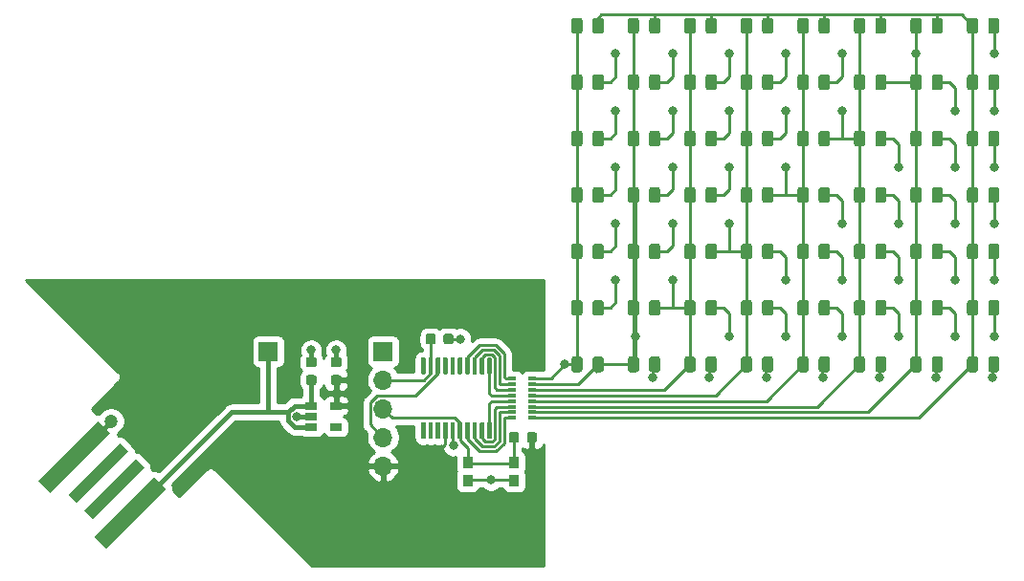
<source format=gbr>
G04 #@! TF.GenerationSoftware,KiCad,Pcbnew,(5.1.5-0-10_14)*
G04 #@! TF.CreationDate,2020-08-04T22:07:34-06:00*
G04 #@! TF.ProjectId,business_card_v1,62757369-6e65-4737-935f-636172645f76,rev?*
G04 #@! TF.SameCoordinates,Original*
G04 #@! TF.FileFunction,Copper,L1,Top*
G04 #@! TF.FilePolarity,Positive*
%FSLAX46Y46*%
G04 Gerber Fmt 4.6, Leading zero omitted, Abs format (unit mm)*
G04 Created by KiCad (PCBNEW (5.1.5-0-10_14)) date 2020-08-04 22:07:34*
%MOMM*%
%LPD*%
G04 APERTURE LIST*
%ADD10C,0.100000*%
%ADD11R,1.700000X1.700000*%
%ADD12R,0.800000X0.300000*%
%ADD13R,0.900000X1.000000*%
%ADD14R,1.060000X0.650000*%
%ADD15O,1.700000X1.700000*%
%ADD16C,1.200000*%
%ADD17C,0.800000*%
%ADD18C,0.250000*%
%ADD19C,0.400000*%
%ADD20C,0.254000*%
G04 APERTURE END LIST*
G04 #@! TA.AperFunction,SMDPad,CuDef*
D10*
G36*
X189080142Y-101301174D02*
G01*
X189103803Y-101304684D01*
X189127007Y-101310496D01*
X189149529Y-101318554D01*
X189171153Y-101328782D01*
X189191670Y-101341079D01*
X189210883Y-101355329D01*
X189228607Y-101371393D01*
X189244671Y-101389117D01*
X189258921Y-101408330D01*
X189271218Y-101428847D01*
X189281446Y-101450471D01*
X189289504Y-101472993D01*
X189295316Y-101496197D01*
X189298826Y-101519858D01*
X189300000Y-101543750D01*
X189300000Y-102456250D01*
X189298826Y-102480142D01*
X189295316Y-102503803D01*
X189289504Y-102527007D01*
X189281446Y-102549529D01*
X189271218Y-102571153D01*
X189258921Y-102591670D01*
X189244671Y-102610883D01*
X189228607Y-102628607D01*
X189210883Y-102644671D01*
X189191670Y-102658921D01*
X189171153Y-102671218D01*
X189149529Y-102681446D01*
X189127007Y-102689504D01*
X189103803Y-102695316D01*
X189080142Y-102698826D01*
X189056250Y-102700000D01*
X188568750Y-102700000D01*
X188544858Y-102698826D01*
X188521197Y-102695316D01*
X188497993Y-102689504D01*
X188475471Y-102681446D01*
X188453847Y-102671218D01*
X188433330Y-102658921D01*
X188414117Y-102644671D01*
X188396393Y-102628607D01*
X188380329Y-102610883D01*
X188366079Y-102591670D01*
X188353782Y-102571153D01*
X188343554Y-102549529D01*
X188335496Y-102527007D01*
X188329684Y-102503803D01*
X188326174Y-102480142D01*
X188325000Y-102456250D01*
X188325000Y-101543750D01*
X188326174Y-101519858D01*
X188329684Y-101496197D01*
X188335496Y-101472993D01*
X188343554Y-101450471D01*
X188353782Y-101428847D01*
X188366079Y-101408330D01*
X188380329Y-101389117D01*
X188396393Y-101371393D01*
X188414117Y-101355329D01*
X188433330Y-101341079D01*
X188453847Y-101328782D01*
X188475471Y-101318554D01*
X188497993Y-101310496D01*
X188521197Y-101304684D01*
X188544858Y-101301174D01*
X188568750Y-101300000D01*
X189056250Y-101300000D01*
X189080142Y-101301174D01*
G37*
G04 #@! TD.AperFunction*
G04 #@! TA.AperFunction,SMDPad,CuDef*
G36*
X190955142Y-101301174D02*
G01*
X190978803Y-101304684D01*
X191002007Y-101310496D01*
X191024529Y-101318554D01*
X191046153Y-101328782D01*
X191066670Y-101341079D01*
X191085883Y-101355329D01*
X191103607Y-101371393D01*
X191119671Y-101389117D01*
X191133921Y-101408330D01*
X191146218Y-101428847D01*
X191156446Y-101450471D01*
X191164504Y-101472993D01*
X191170316Y-101496197D01*
X191173826Y-101519858D01*
X191175000Y-101543750D01*
X191175000Y-102456250D01*
X191173826Y-102480142D01*
X191170316Y-102503803D01*
X191164504Y-102527007D01*
X191156446Y-102549529D01*
X191146218Y-102571153D01*
X191133921Y-102591670D01*
X191119671Y-102610883D01*
X191103607Y-102628607D01*
X191085883Y-102644671D01*
X191066670Y-102658921D01*
X191046153Y-102671218D01*
X191024529Y-102681446D01*
X191002007Y-102689504D01*
X190978803Y-102695316D01*
X190955142Y-102698826D01*
X190931250Y-102700000D01*
X190443750Y-102700000D01*
X190419858Y-102698826D01*
X190396197Y-102695316D01*
X190372993Y-102689504D01*
X190350471Y-102681446D01*
X190328847Y-102671218D01*
X190308330Y-102658921D01*
X190289117Y-102644671D01*
X190271393Y-102628607D01*
X190255329Y-102610883D01*
X190241079Y-102591670D01*
X190228782Y-102571153D01*
X190218554Y-102549529D01*
X190210496Y-102527007D01*
X190204684Y-102503803D01*
X190201174Y-102480142D01*
X190200000Y-102456250D01*
X190200000Y-101543750D01*
X190201174Y-101519858D01*
X190204684Y-101496197D01*
X190210496Y-101472993D01*
X190218554Y-101450471D01*
X190228782Y-101428847D01*
X190241079Y-101408330D01*
X190255329Y-101389117D01*
X190271393Y-101371393D01*
X190289117Y-101355329D01*
X190308330Y-101341079D01*
X190328847Y-101328782D01*
X190350471Y-101318554D01*
X190372993Y-101310496D01*
X190396197Y-101304684D01*
X190419858Y-101301174D01*
X190443750Y-101300000D01*
X190931250Y-101300000D01*
X190955142Y-101301174D01*
G37*
G04 #@! TD.AperFunction*
G04 #@! TA.AperFunction,SMDPad,CuDef*
G36*
X184080142Y-101301174D02*
G01*
X184103803Y-101304684D01*
X184127007Y-101310496D01*
X184149529Y-101318554D01*
X184171153Y-101328782D01*
X184191670Y-101341079D01*
X184210883Y-101355329D01*
X184228607Y-101371393D01*
X184244671Y-101389117D01*
X184258921Y-101408330D01*
X184271218Y-101428847D01*
X184281446Y-101450471D01*
X184289504Y-101472993D01*
X184295316Y-101496197D01*
X184298826Y-101519858D01*
X184300000Y-101543750D01*
X184300000Y-102456250D01*
X184298826Y-102480142D01*
X184295316Y-102503803D01*
X184289504Y-102527007D01*
X184281446Y-102549529D01*
X184271218Y-102571153D01*
X184258921Y-102591670D01*
X184244671Y-102610883D01*
X184228607Y-102628607D01*
X184210883Y-102644671D01*
X184191670Y-102658921D01*
X184171153Y-102671218D01*
X184149529Y-102681446D01*
X184127007Y-102689504D01*
X184103803Y-102695316D01*
X184080142Y-102698826D01*
X184056250Y-102700000D01*
X183568750Y-102700000D01*
X183544858Y-102698826D01*
X183521197Y-102695316D01*
X183497993Y-102689504D01*
X183475471Y-102681446D01*
X183453847Y-102671218D01*
X183433330Y-102658921D01*
X183414117Y-102644671D01*
X183396393Y-102628607D01*
X183380329Y-102610883D01*
X183366079Y-102591670D01*
X183353782Y-102571153D01*
X183343554Y-102549529D01*
X183335496Y-102527007D01*
X183329684Y-102503803D01*
X183326174Y-102480142D01*
X183325000Y-102456250D01*
X183325000Y-101543750D01*
X183326174Y-101519858D01*
X183329684Y-101496197D01*
X183335496Y-101472993D01*
X183343554Y-101450471D01*
X183353782Y-101428847D01*
X183366079Y-101408330D01*
X183380329Y-101389117D01*
X183396393Y-101371393D01*
X183414117Y-101355329D01*
X183433330Y-101341079D01*
X183453847Y-101328782D01*
X183475471Y-101318554D01*
X183497993Y-101310496D01*
X183521197Y-101304684D01*
X183544858Y-101301174D01*
X183568750Y-101300000D01*
X184056250Y-101300000D01*
X184080142Y-101301174D01*
G37*
G04 #@! TD.AperFunction*
G04 #@! TA.AperFunction,SMDPad,CuDef*
G36*
X185955142Y-101301174D02*
G01*
X185978803Y-101304684D01*
X186002007Y-101310496D01*
X186024529Y-101318554D01*
X186046153Y-101328782D01*
X186066670Y-101341079D01*
X186085883Y-101355329D01*
X186103607Y-101371393D01*
X186119671Y-101389117D01*
X186133921Y-101408330D01*
X186146218Y-101428847D01*
X186156446Y-101450471D01*
X186164504Y-101472993D01*
X186170316Y-101496197D01*
X186173826Y-101519858D01*
X186175000Y-101543750D01*
X186175000Y-102456250D01*
X186173826Y-102480142D01*
X186170316Y-102503803D01*
X186164504Y-102527007D01*
X186156446Y-102549529D01*
X186146218Y-102571153D01*
X186133921Y-102591670D01*
X186119671Y-102610883D01*
X186103607Y-102628607D01*
X186085883Y-102644671D01*
X186066670Y-102658921D01*
X186046153Y-102671218D01*
X186024529Y-102681446D01*
X186002007Y-102689504D01*
X185978803Y-102695316D01*
X185955142Y-102698826D01*
X185931250Y-102700000D01*
X185443750Y-102700000D01*
X185419858Y-102698826D01*
X185396197Y-102695316D01*
X185372993Y-102689504D01*
X185350471Y-102681446D01*
X185328847Y-102671218D01*
X185308330Y-102658921D01*
X185289117Y-102644671D01*
X185271393Y-102628607D01*
X185255329Y-102610883D01*
X185241079Y-102591670D01*
X185228782Y-102571153D01*
X185218554Y-102549529D01*
X185210496Y-102527007D01*
X185204684Y-102503803D01*
X185201174Y-102480142D01*
X185200000Y-102456250D01*
X185200000Y-101543750D01*
X185201174Y-101519858D01*
X185204684Y-101496197D01*
X185210496Y-101472993D01*
X185218554Y-101450471D01*
X185228782Y-101428847D01*
X185241079Y-101408330D01*
X185255329Y-101389117D01*
X185271393Y-101371393D01*
X185289117Y-101355329D01*
X185308330Y-101341079D01*
X185328847Y-101328782D01*
X185350471Y-101318554D01*
X185372993Y-101310496D01*
X185396197Y-101304684D01*
X185419858Y-101301174D01*
X185443750Y-101300000D01*
X185931250Y-101300000D01*
X185955142Y-101301174D01*
G37*
G04 #@! TD.AperFunction*
G04 #@! TA.AperFunction,SMDPad,CuDef*
G36*
X179080142Y-101301174D02*
G01*
X179103803Y-101304684D01*
X179127007Y-101310496D01*
X179149529Y-101318554D01*
X179171153Y-101328782D01*
X179191670Y-101341079D01*
X179210883Y-101355329D01*
X179228607Y-101371393D01*
X179244671Y-101389117D01*
X179258921Y-101408330D01*
X179271218Y-101428847D01*
X179281446Y-101450471D01*
X179289504Y-101472993D01*
X179295316Y-101496197D01*
X179298826Y-101519858D01*
X179300000Y-101543750D01*
X179300000Y-102456250D01*
X179298826Y-102480142D01*
X179295316Y-102503803D01*
X179289504Y-102527007D01*
X179281446Y-102549529D01*
X179271218Y-102571153D01*
X179258921Y-102591670D01*
X179244671Y-102610883D01*
X179228607Y-102628607D01*
X179210883Y-102644671D01*
X179191670Y-102658921D01*
X179171153Y-102671218D01*
X179149529Y-102681446D01*
X179127007Y-102689504D01*
X179103803Y-102695316D01*
X179080142Y-102698826D01*
X179056250Y-102700000D01*
X178568750Y-102700000D01*
X178544858Y-102698826D01*
X178521197Y-102695316D01*
X178497993Y-102689504D01*
X178475471Y-102681446D01*
X178453847Y-102671218D01*
X178433330Y-102658921D01*
X178414117Y-102644671D01*
X178396393Y-102628607D01*
X178380329Y-102610883D01*
X178366079Y-102591670D01*
X178353782Y-102571153D01*
X178343554Y-102549529D01*
X178335496Y-102527007D01*
X178329684Y-102503803D01*
X178326174Y-102480142D01*
X178325000Y-102456250D01*
X178325000Y-101543750D01*
X178326174Y-101519858D01*
X178329684Y-101496197D01*
X178335496Y-101472993D01*
X178343554Y-101450471D01*
X178353782Y-101428847D01*
X178366079Y-101408330D01*
X178380329Y-101389117D01*
X178396393Y-101371393D01*
X178414117Y-101355329D01*
X178433330Y-101341079D01*
X178453847Y-101328782D01*
X178475471Y-101318554D01*
X178497993Y-101310496D01*
X178521197Y-101304684D01*
X178544858Y-101301174D01*
X178568750Y-101300000D01*
X179056250Y-101300000D01*
X179080142Y-101301174D01*
G37*
G04 #@! TD.AperFunction*
G04 #@! TA.AperFunction,SMDPad,CuDef*
G36*
X180955142Y-101301174D02*
G01*
X180978803Y-101304684D01*
X181002007Y-101310496D01*
X181024529Y-101318554D01*
X181046153Y-101328782D01*
X181066670Y-101341079D01*
X181085883Y-101355329D01*
X181103607Y-101371393D01*
X181119671Y-101389117D01*
X181133921Y-101408330D01*
X181146218Y-101428847D01*
X181156446Y-101450471D01*
X181164504Y-101472993D01*
X181170316Y-101496197D01*
X181173826Y-101519858D01*
X181175000Y-101543750D01*
X181175000Y-102456250D01*
X181173826Y-102480142D01*
X181170316Y-102503803D01*
X181164504Y-102527007D01*
X181156446Y-102549529D01*
X181146218Y-102571153D01*
X181133921Y-102591670D01*
X181119671Y-102610883D01*
X181103607Y-102628607D01*
X181085883Y-102644671D01*
X181066670Y-102658921D01*
X181046153Y-102671218D01*
X181024529Y-102681446D01*
X181002007Y-102689504D01*
X180978803Y-102695316D01*
X180955142Y-102698826D01*
X180931250Y-102700000D01*
X180443750Y-102700000D01*
X180419858Y-102698826D01*
X180396197Y-102695316D01*
X180372993Y-102689504D01*
X180350471Y-102681446D01*
X180328847Y-102671218D01*
X180308330Y-102658921D01*
X180289117Y-102644671D01*
X180271393Y-102628607D01*
X180255329Y-102610883D01*
X180241079Y-102591670D01*
X180228782Y-102571153D01*
X180218554Y-102549529D01*
X180210496Y-102527007D01*
X180204684Y-102503803D01*
X180201174Y-102480142D01*
X180200000Y-102456250D01*
X180200000Y-101543750D01*
X180201174Y-101519858D01*
X180204684Y-101496197D01*
X180210496Y-101472993D01*
X180218554Y-101450471D01*
X180228782Y-101428847D01*
X180241079Y-101408330D01*
X180255329Y-101389117D01*
X180271393Y-101371393D01*
X180289117Y-101355329D01*
X180308330Y-101341079D01*
X180328847Y-101328782D01*
X180350471Y-101318554D01*
X180372993Y-101310496D01*
X180396197Y-101304684D01*
X180419858Y-101301174D01*
X180443750Y-101300000D01*
X180931250Y-101300000D01*
X180955142Y-101301174D01*
G37*
G04 #@! TD.AperFunction*
G04 #@! TA.AperFunction,SMDPad,CuDef*
G36*
X174080142Y-101301174D02*
G01*
X174103803Y-101304684D01*
X174127007Y-101310496D01*
X174149529Y-101318554D01*
X174171153Y-101328782D01*
X174191670Y-101341079D01*
X174210883Y-101355329D01*
X174228607Y-101371393D01*
X174244671Y-101389117D01*
X174258921Y-101408330D01*
X174271218Y-101428847D01*
X174281446Y-101450471D01*
X174289504Y-101472993D01*
X174295316Y-101496197D01*
X174298826Y-101519858D01*
X174300000Y-101543750D01*
X174300000Y-102456250D01*
X174298826Y-102480142D01*
X174295316Y-102503803D01*
X174289504Y-102527007D01*
X174281446Y-102549529D01*
X174271218Y-102571153D01*
X174258921Y-102591670D01*
X174244671Y-102610883D01*
X174228607Y-102628607D01*
X174210883Y-102644671D01*
X174191670Y-102658921D01*
X174171153Y-102671218D01*
X174149529Y-102681446D01*
X174127007Y-102689504D01*
X174103803Y-102695316D01*
X174080142Y-102698826D01*
X174056250Y-102700000D01*
X173568750Y-102700000D01*
X173544858Y-102698826D01*
X173521197Y-102695316D01*
X173497993Y-102689504D01*
X173475471Y-102681446D01*
X173453847Y-102671218D01*
X173433330Y-102658921D01*
X173414117Y-102644671D01*
X173396393Y-102628607D01*
X173380329Y-102610883D01*
X173366079Y-102591670D01*
X173353782Y-102571153D01*
X173343554Y-102549529D01*
X173335496Y-102527007D01*
X173329684Y-102503803D01*
X173326174Y-102480142D01*
X173325000Y-102456250D01*
X173325000Y-101543750D01*
X173326174Y-101519858D01*
X173329684Y-101496197D01*
X173335496Y-101472993D01*
X173343554Y-101450471D01*
X173353782Y-101428847D01*
X173366079Y-101408330D01*
X173380329Y-101389117D01*
X173396393Y-101371393D01*
X173414117Y-101355329D01*
X173433330Y-101341079D01*
X173453847Y-101328782D01*
X173475471Y-101318554D01*
X173497993Y-101310496D01*
X173521197Y-101304684D01*
X173544858Y-101301174D01*
X173568750Y-101300000D01*
X174056250Y-101300000D01*
X174080142Y-101301174D01*
G37*
G04 #@! TD.AperFunction*
G04 #@! TA.AperFunction,SMDPad,CuDef*
G36*
X175955142Y-101301174D02*
G01*
X175978803Y-101304684D01*
X176002007Y-101310496D01*
X176024529Y-101318554D01*
X176046153Y-101328782D01*
X176066670Y-101341079D01*
X176085883Y-101355329D01*
X176103607Y-101371393D01*
X176119671Y-101389117D01*
X176133921Y-101408330D01*
X176146218Y-101428847D01*
X176156446Y-101450471D01*
X176164504Y-101472993D01*
X176170316Y-101496197D01*
X176173826Y-101519858D01*
X176175000Y-101543750D01*
X176175000Y-102456250D01*
X176173826Y-102480142D01*
X176170316Y-102503803D01*
X176164504Y-102527007D01*
X176156446Y-102549529D01*
X176146218Y-102571153D01*
X176133921Y-102591670D01*
X176119671Y-102610883D01*
X176103607Y-102628607D01*
X176085883Y-102644671D01*
X176066670Y-102658921D01*
X176046153Y-102671218D01*
X176024529Y-102681446D01*
X176002007Y-102689504D01*
X175978803Y-102695316D01*
X175955142Y-102698826D01*
X175931250Y-102700000D01*
X175443750Y-102700000D01*
X175419858Y-102698826D01*
X175396197Y-102695316D01*
X175372993Y-102689504D01*
X175350471Y-102681446D01*
X175328847Y-102671218D01*
X175308330Y-102658921D01*
X175289117Y-102644671D01*
X175271393Y-102628607D01*
X175255329Y-102610883D01*
X175241079Y-102591670D01*
X175228782Y-102571153D01*
X175218554Y-102549529D01*
X175210496Y-102527007D01*
X175204684Y-102503803D01*
X175201174Y-102480142D01*
X175200000Y-102456250D01*
X175200000Y-101543750D01*
X175201174Y-101519858D01*
X175204684Y-101496197D01*
X175210496Y-101472993D01*
X175218554Y-101450471D01*
X175228782Y-101428847D01*
X175241079Y-101408330D01*
X175255329Y-101389117D01*
X175271393Y-101371393D01*
X175289117Y-101355329D01*
X175308330Y-101341079D01*
X175328847Y-101328782D01*
X175350471Y-101318554D01*
X175372993Y-101310496D01*
X175396197Y-101304684D01*
X175419858Y-101301174D01*
X175443750Y-101300000D01*
X175931250Y-101300000D01*
X175955142Y-101301174D01*
G37*
G04 #@! TD.AperFunction*
G04 #@! TA.AperFunction,SMDPad,CuDef*
G36*
X169080142Y-101301174D02*
G01*
X169103803Y-101304684D01*
X169127007Y-101310496D01*
X169149529Y-101318554D01*
X169171153Y-101328782D01*
X169191670Y-101341079D01*
X169210883Y-101355329D01*
X169228607Y-101371393D01*
X169244671Y-101389117D01*
X169258921Y-101408330D01*
X169271218Y-101428847D01*
X169281446Y-101450471D01*
X169289504Y-101472993D01*
X169295316Y-101496197D01*
X169298826Y-101519858D01*
X169300000Y-101543750D01*
X169300000Y-102456250D01*
X169298826Y-102480142D01*
X169295316Y-102503803D01*
X169289504Y-102527007D01*
X169281446Y-102549529D01*
X169271218Y-102571153D01*
X169258921Y-102591670D01*
X169244671Y-102610883D01*
X169228607Y-102628607D01*
X169210883Y-102644671D01*
X169191670Y-102658921D01*
X169171153Y-102671218D01*
X169149529Y-102681446D01*
X169127007Y-102689504D01*
X169103803Y-102695316D01*
X169080142Y-102698826D01*
X169056250Y-102700000D01*
X168568750Y-102700000D01*
X168544858Y-102698826D01*
X168521197Y-102695316D01*
X168497993Y-102689504D01*
X168475471Y-102681446D01*
X168453847Y-102671218D01*
X168433330Y-102658921D01*
X168414117Y-102644671D01*
X168396393Y-102628607D01*
X168380329Y-102610883D01*
X168366079Y-102591670D01*
X168353782Y-102571153D01*
X168343554Y-102549529D01*
X168335496Y-102527007D01*
X168329684Y-102503803D01*
X168326174Y-102480142D01*
X168325000Y-102456250D01*
X168325000Y-101543750D01*
X168326174Y-101519858D01*
X168329684Y-101496197D01*
X168335496Y-101472993D01*
X168343554Y-101450471D01*
X168353782Y-101428847D01*
X168366079Y-101408330D01*
X168380329Y-101389117D01*
X168396393Y-101371393D01*
X168414117Y-101355329D01*
X168433330Y-101341079D01*
X168453847Y-101328782D01*
X168475471Y-101318554D01*
X168497993Y-101310496D01*
X168521197Y-101304684D01*
X168544858Y-101301174D01*
X168568750Y-101300000D01*
X169056250Y-101300000D01*
X169080142Y-101301174D01*
G37*
G04 #@! TD.AperFunction*
G04 #@! TA.AperFunction,SMDPad,CuDef*
G36*
X170955142Y-101301174D02*
G01*
X170978803Y-101304684D01*
X171002007Y-101310496D01*
X171024529Y-101318554D01*
X171046153Y-101328782D01*
X171066670Y-101341079D01*
X171085883Y-101355329D01*
X171103607Y-101371393D01*
X171119671Y-101389117D01*
X171133921Y-101408330D01*
X171146218Y-101428847D01*
X171156446Y-101450471D01*
X171164504Y-101472993D01*
X171170316Y-101496197D01*
X171173826Y-101519858D01*
X171175000Y-101543750D01*
X171175000Y-102456250D01*
X171173826Y-102480142D01*
X171170316Y-102503803D01*
X171164504Y-102527007D01*
X171156446Y-102549529D01*
X171146218Y-102571153D01*
X171133921Y-102591670D01*
X171119671Y-102610883D01*
X171103607Y-102628607D01*
X171085883Y-102644671D01*
X171066670Y-102658921D01*
X171046153Y-102671218D01*
X171024529Y-102681446D01*
X171002007Y-102689504D01*
X170978803Y-102695316D01*
X170955142Y-102698826D01*
X170931250Y-102700000D01*
X170443750Y-102700000D01*
X170419858Y-102698826D01*
X170396197Y-102695316D01*
X170372993Y-102689504D01*
X170350471Y-102681446D01*
X170328847Y-102671218D01*
X170308330Y-102658921D01*
X170289117Y-102644671D01*
X170271393Y-102628607D01*
X170255329Y-102610883D01*
X170241079Y-102591670D01*
X170228782Y-102571153D01*
X170218554Y-102549529D01*
X170210496Y-102527007D01*
X170204684Y-102503803D01*
X170201174Y-102480142D01*
X170200000Y-102456250D01*
X170200000Y-101543750D01*
X170201174Y-101519858D01*
X170204684Y-101496197D01*
X170210496Y-101472993D01*
X170218554Y-101450471D01*
X170228782Y-101428847D01*
X170241079Y-101408330D01*
X170255329Y-101389117D01*
X170271393Y-101371393D01*
X170289117Y-101355329D01*
X170308330Y-101341079D01*
X170328847Y-101328782D01*
X170350471Y-101318554D01*
X170372993Y-101310496D01*
X170396197Y-101304684D01*
X170419858Y-101301174D01*
X170443750Y-101300000D01*
X170931250Y-101300000D01*
X170955142Y-101301174D01*
G37*
G04 #@! TD.AperFunction*
G04 #@! TA.AperFunction,SMDPad,CuDef*
G36*
X164080142Y-101301174D02*
G01*
X164103803Y-101304684D01*
X164127007Y-101310496D01*
X164149529Y-101318554D01*
X164171153Y-101328782D01*
X164191670Y-101341079D01*
X164210883Y-101355329D01*
X164228607Y-101371393D01*
X164244671Y-101389117D01*
X164258921Y-101408330D01*
X164271218Y-101428847D01*
X164281446Y-101450471D01*
X164289504Y-101472993D01*
X164295316Y-101496197D01*
X164298826Y-101519858D01*
X164300000Y-101543750D01*
X164300000Y-102456250D01*
X164298826Y-102480142D01*
X164295316Y-102503803D01*
X164289504Y-102527007D01*
X164281446Y-102549529D01*
X164271218Y-102571153D01*
X164258921Y-102591670D01*
X164244671Y-102610883D01*
X164228607Y-102628607D01*
X164210883Y-102644671D01*
X164191670Y-102658921D01*
X164171153Y-102671218D01*
X164149529Y-102681446D01*
X164127007Y-102689504D01*
X164103803Y-102695316D01*
X164080142Y-102698826D01*
X164056250Y-102700000D01*
X163568750Y-102700000D01*
X163544858Y-102698826D01*
X163521197Y-102695316D01*
X163497993Y-102689504D01*
X163475471Y-102681446D01*
X163453847Y-102671218D01*
X163433330Y-102658921D01*
X163414117Y-102644671D01*
X163396393Y-102628607D01*
X163380329Y-102610883D01*
X163366079Y-102591670D01*
X163353782Y-102571153D01*
X163343554Y-102549529D01*
X163335496Y-102527007D01*
X163329684Y-102503803D01*
X163326174Y-102480142D01*
X163325000Y-102456250D01*
X163325000Y-101543750D01*
X163326174Y-101519858D01*
X163329684Y-101496197D01*
X163335496Y-101472993D01*
X163343554Y-101450471D01*
X163353782Y-101428847D01*
X163366079Y-101408330D01*
X163380329Y-101389117D01*
X163396393Y-101371393D01*
X163414117Y-101355329D01*
X163433330Y-101341079D01*
X163453847Y-101328782D01*
X163475471Y-101318554D01*
X163497993Y-101310496D01*
X163521197Y-101304684D01*
X163544858Y-101301174D01*
X163568750Y-101300000D01*
X164056250Y-101300000D01*
X164080142Y-101301174D01*
G37*
G04 #@! TD.AperFunction*
G04 #@! TA.AperFunction,SMDPad,CuDef*
G36*
X165955142Y-101301174D02*
G01*
X165978803Y-101304684D01*
X166002007Y-101310496D01*
X166024529Y-101318554D01*
X166046153Y-101328782D01*
X166066670Y-101341079D01*
X166085883Y-101355329D01*
X166103607Y-101371393D01*
X166119671Y-101389117D01*
X166133921Y-101408330D01*
X166146218Y-101428847D01*
X166156446Y-101450471D01*
X166164504Y-101472993D01*
X166170316Y-101496197D01*
X166173826Y-101519858D01*
X166175000Y-101543750D01*
X166175000Y-102456250D01*
X166173826Y-102480142D01*
X166170316Y-102503803D01*
X166164504Y-102527007D01*
X166156446Y-102549529D01*
X166146218Y-102571153D01*
X166133921Y-102591670D01*
X166119671Y-102610883D01*
X166103607Y-102628607D01*
X166085883Y-102644671D01*
X166066670Y-102658921D01*
X166046153Y-102671218D01*
X166024529Y-102681446D01*
X166002007Y-102689504D01*
X165978803Y-102695316D01*
X165955142Y-102698826D01*
X165931250Y-102700000D01*
X165443750Y-102700000D01*
X165419858Y-102698826D01*
X165396197Y-102695316D01*
X165372993Y-102689504D01*
X165350471Y-102681446D01*
X165328847Y-102671218D01*
X165308330Y-102658921D01*
X165289117Y-102644671D01*
X165271393Y-102628607D01*
X165255329Y-102610883D01*
X165241079Y-102591670D01*
X165228782Y-102571153D01*
X165218554Y-102549529D01*
X165210496Y-102527007D01*
X165204684Y-102503803D01*
X165201174Y-102480142D01*
X165200000Y-102456250D01*
X165200000Y-101543750D01*
X165201174Y-101519858D01*
X165204684Y-101496197D01*
X165210496Y-101472993D01*
X165218554Y-101450471D01*
X165228782Y-101428847D01*
X165241079Y-101408330D01*
X165255329Y-101389117D01*
X165271393Y-101371393D01*
X165289117Y-101355329D01*
X165308330Y-101341079D01*
X165328847Y-101328782D01*
X165350471Y-101318554D01*
X165372993Y-101310496D01*
X165396197Y-101304684D01*
X165419858Y-101301174D01*
X165443750Y-101300000D01*
X165931250Y-101300000D01*
X165955142Y-101301174D01*
G37*
G04 #@! TD.AperFunction*
G04 #@! TA.AperFunction,SMDPad,CuDef*
G36*
X159080142Y-101301174D02*
G01*
X159103803Y-101304684D01*
X159127007Y-101310496D01*
X159149529Y-101318554D01*
X159171153Y-101328782D01*
X159191670Y-101341079D01*
X159210883Y-101355329D01*
X159228607Y-101371393D01*
X159244671Y-101389117D01*
X159258921Y-101408330D01*
X159271218Y-101428847D01*
X159281446Y-101450471D01*
X159289504Y-101472993D01*
X159295316Y-101496197D01*
X159298826Y-101519858D01*
X159300000Y-101543750D01*
X159300000Y-102456250D01*
X159298826Y-102480142D01*
X159295316Y-102503803D01*
X159289504Y-102527007D01*
X159281446Y-102549529D01*
X159271218Y-102571153D01*
X159258921Y-102591670D01*
X159244671Y-102610883D01*
X159228607Y-102628607D01*
X159210883Y-102644671D01*
X159191670Y-102658921D01*
X159171153Y-102671218D01*
X159149529Y-102681446D01*
X159127007Y-102689504D01*
X159103803Y-102695316D01*
X159080142Y-102698826D01*
X159056250Y-102700000D01*
X158568750Y-102700000D01*
X158544858Y-102698826D01*
X158521197Y-102695316D01*
X158497993Y-102689504D01*
X158475471Y-102681446D01*
X158453847Y-102671218D01*
X158433330Y-102658921D01*
X158414117Y-102644671D01*
X158396393Y-102628607D01*
X158380329Y-102610883D01*
X158366079Y-102591670D01*
X158353782Y-102571153D01*
X158343554Y-102549529D01*
X158335496Y-102527007D01*
X158329684Y-102503803D01*
X158326174Y-102480142D01*
X158325000Y-102456250D01*
X158325000Y-101543750D01*
X158326174Y-101519858D01*
X158329684Y-101496197D01*
X158335496Y-101472993D01*
X158343554Y-101450471D01*
X158353782Y-101428847D01*
X158366079Y-101408330D01*
X158380329Y-101389117D01*
X158396393Y-101371393D01*
X158414117Y-101355329D01*
X158433330Y-101341079D01*
X158453847Y-101328782D01*
X158475471Y-101318554D01*
X158497993Y-101310496D01*
X158521197Y-101304684D01*
X158544858Y-101301174D01*
X158568750Y-101300000D01*
X159056250Y-101300000D01*
X159080142Y-101301174D01*
G37*
G04 #@! TD.AperFunction*
G04 #@! TA.AperFunction,SMDPad,CuDef*
G36*
X160955142Y-101301174D02*
G01*
X160978803Y-101304684D01*
X161002007Y-101310496D01*
X161024529Y-101318554D01*
X161046153Y-101328782D01*
X161066670Y-101341079D01*
X161085883Y-101355329D01*
X161103607Y-101371393D01*
X161119671Y-101389117D01*
X161133921Y-101408330D01*
X161146218Y-101428847D01*
X161156446Y-101450471D01*
X161164504Y-101472993D01*
X161170316Y-101496197D01*
X161173826Y-101519858D01*
X161175000Y-101543750D01*
X161175000Y-102456250D01*
X161173826Y-102480142D01*
X161170316Y-102503803D01*
X161164504Y-102527007D01*
X161156446Y-102549529D01*
X161146218Y-102571153D01*
X161133921Y-102591670D01*
X161119671Y-102610883D01*
X161103607Y-102628607D01*
X161085883Y-102644671D01*
X161066670Y-102658921D01*
X161046153Y-102671218D01*
X161024529Y-102681446D01*
X161002007Y-102689504D01*
X160978803Y-102695316D01*
X160955142Y-102698826D01*
X160931250Y-102700000D01*
X160443750Y-102700000D01*
X160419858Y-102698826D01*
X160396197Y-102695316D01*
X160372993Y-102689504D01*
X160350471Y-102681446D01*
X160328847Y-102671218D01*
X160308330Y-102658921D01*
X160289117Y-102644671D01*
X160271393Y-102628607D01*
X160255329Y-102610883D01*
X160241079Y-102591670D01*
X160228782Y-102571153D01*
X160218554Y-102549529D01*
X160210496Y-102527007D01*
X160204684Y-102503803D01*
X160201174Y-102480142D01*
X160200000Y-102456250D01*
X160200000Y-101543750D01*
X160201174Y-101519858D01*
X160204684Y-101496197D01*
X160210496Y-101472993D01*
X160218554Y-101450471D01*
X160228782Y-101428847D01*
X160241079Y-101408330D01*
X160255329Y-101389117D01*
X160271393Y-101371393D01*
X160289117Y-101355329D01*
X160308330Y-101341079D01*
X160328847Y-101328782D01*
X160350471Y-101318554D01*
X160372993Y-101310496D01*
X160396197Y-101304684D01*
X160419858Y-101301174D01*
X160443750Y-101300000D01*
X160931250Y-101300000D01*
X160955142Y-101301174D01*
G37*
G04 #@! TD.AperFunction*
G04 #@! TA.AperFunction,SMDPad,CuDef*
G36*
X154080142Y-101301174D02*
G01*
X154103803Y-101304684D01*
X154127007Y-101310496D01*
X154149529Y-101318554D01*
X154171153Y-101328782D01*
X154191670Y-101341079D01*
X154210883Y-101355329D01*
X154228607Y-101371393D01*
X154244671Y-101389117D01*
X154258921Y-101408330D01*
X154271218Y-101428847D01*
X154281446Y-101450471D01*
X154289504Y-101472993D01*
X154295316Y-101496197D01*
X154298826Y-101519858D01*
X154300000Y-101543750D01*
X154300000Y-102456250D01*
X154298826Y-102480142D01*
X154295316Y-102503803D01*
X154289504Y-102527007D01*
X154281446Y-102549529D01*
X154271218Y-102571153D01*
X154258921Y-102591670D01*
X154244671Y-102610883D01*
X154228607Y-102628607D01*
X154210883Y-102644671D01*
X154191670Y-102658921D01*
X154171153Y-102671218D01*
X154149529Y-102681446D01*
X154127007Y-102689504D01*
X154103803Y-102695316D01*
X154080142Y-102698826D01*
X154056250Y-102700000D01*
X153568750Y-102700000D01*
X153544858Y-102698826D01*
X153521197Y-102695316D01*
X153497993Y-102689504D01*
X153475471Y-102681446D01*
X153453847Y-102671218D01*
X153433330Y-102658921D01*
X153414117Y-102644671D01*
X153396393Y-102628607D01*
X153380329Y-102610883D01*
X153366079Y-102591670D01*
X153353782Y-102571153D01*
X153343554Y-102549529D01*
X153335496Y-102527007D01*
X153329684Y-102503803D01*
X153326174Y-102480142D01*
X153325000Y-102456250D01*
X153325000Y-101543750D01*
X153326174Y-101519858D01*
X153329684Y-101496197D01*
X153335496Y-101472993D01*
X153343554Y-101450471D01*
X153353782Y-101428847D01*
X153366079Y-101408330D01*
X153380329Y-101389117D01*
X153396393Y-101371393D01*
X153414117Y-101355329D01*
X153433330Y-101341079D01*
X153453847Y-101328782D01*
X153475471Y-101318554D01*
X153497993Y-101310496D01*
X153521197Y-101304684D01*
X153544858Y-101301174D01*
X153568750Y-101300000D01*
X154056250Y-101300000D01*
X154080142Y-101301174D01*
G37*
G04 #@! TD.AperFunction*
G04 #@! TA.AperFunction,SMDPad,CuDef*
G36*
X155955142Y-101301174D02*
G01*
X155978803Y-101304684D01*
X156002007Y-101310496D01*
X156024529Y-101318554D01*
X156046153Y-101328782D01*
X156066670Y-101341079D01*
X156085883Y-101355329D01*
X156103607Y-101371393D01*
X156119671Y-101389117D01*
X156133921Y-101408330D01*
X156146218Y-101428847D01*
X156156446Y-101450471D01*
X156164504Y-101472993D01*
X156170316Y-101496197D01*
X156173826Y-101519858D01*
X156175000Y-101543750D01*
X156175000Y-102456250D01*
X156173826Y-102480142D01*
X156170316Y-102503803D01*
X156164504Y-102527007D01*
X156156446Y-102549529D01*
X156146218Y-102571153D01*
X156133921Y-102591670D01*
X156119671Y-102610883D01*
X156103607Y-102628607D01*
X156085883Y-102644671D01*
X156066670Y-102658921D01*
X156046153Y-102671218D01*
X156024529Y-102681446D01*
X156002007Y-102689504D01*
X155978803Y-102695316D01*
X155955142Y-102698826D01*
X155931250Y-102700000D01*
X155443750Y-102700000D01*
X155419858Y-102698826D01*
X155396197Y-102695316D01*
X155372993Y-102689504D01*
X155350471Y-102681446D01*
X155328847Y-102671218D01*
X155308330Y-102658921D01*
X155289117Y-102644671D01*
X155271393Y-102628607D01*
X155255329Y-102610883D01*
X155241079Y-102591670D01*
X155228782Y-102571153D01*
X155218554Y-102549529D01*
X155210496Y-102527007D01*
X155204684Y-102503803D01*
X155201174Y-102480142D01*
X155200000Y-102456250D01*
X155200000Y-101543750D01*
X155201174Y-101519858D01*
X155204684Y-101496197D01*
X155210496Y-101472993D01*
X155218554Y-101450471D01*
X155228782Y-101428847D01*
X155241079Y-101408330D01*
X155255329Y-101389117D01*
X155271393Y-101371393D01*
X155289117Y-101355329D01*
X155308330Y-101341079D01*
X155328847Y-101328782D01*
X155350471Y-101318554D01*
X155372993Y-101310496D01*
X155396197Y-101304684D01*
X155419858Y-101301174D01*
X155443750Y-101300000D01*
X155931250Y-101300000D01*
X155955142Y-101301174D01*
G37*
G04 #@! TD.AperFunction*
G04 #@! TA.AperFunction,SMDPad,CuDef*
G36*
X189080142Y-111301174D02*
G01*
X189103803Y-111304684D01*
X189127007Y-111310496D01*
X189149529Y-111318554D01*
X189171153Y-111328782D01*
X189191670Y-111341079D01*
X189210883Y-111355329D01*
X189228607Y-111371393D01*
X189244671Y-111389117D01*
X189258921Y-111408330D01*
X189271218Y-111428847D01*
X189281446Y-111450471D01*
X189289504Y-111472993D01*
X189295316Y-111496197D01*
X189298826Y-111519858D01*
X189300000Y-111543750D01*
X189300000Y-112456250D01*
X189298826Y-112480142D01*
X189295316Y-112503803D01*
X189289504Y-112527007D01*
X189281446Y-112549529D01*
X189271218Y-112571153D01*
X189258921Y-112591670D01*
X189244671Y-112610883D01*
X189228607Y-112628607D01*
X189210883Y-112644671D01*
X189191670Y-112658921D01*
X189171153Y-112671218D01*
X189149529Y-112681446D01*
X189127007Y-112689504D01*
X189103803Y-112695316D01*
X189080142Y-112698826D01*
X189056250Y-112700000D01*
X188568750Y-112700000D01*
X188544858Y-112698826D01*
X188521197Y-112695316D01*
X188497993Y-112689504D01*
X188475471Y-112681446D01*
X188453847Y-112671218D01*
X188433330Y-112658921D01*
X188414117Y-112644671D01*
X188396393Y-112628607D01*
X188380329Y-112610883D01*
X188366079Y-112591670D01*
X188353782Y-112571153D01*
X188343554Y-112549529D01*
X188335496Y-112527007D01*
X188329684Y-112503803D01*
X188326174Y-112480142D01*
X188325000Y-112456250D01*
X188325000Y-111543750D01*
X188326174Y-111519858D01*
X188329684Y-111496197D01*
X188335496Y-111472993D01*
X188343554Y-111450471D01*
X188353782Y-111428847D01*
X188366079Y-111408330D01*
X188380329Y-111389117D01*
X188396393Y-111371393D01*
X188414117Y-111355329D01*
X188433330Y-111341079D01*
X188453847Y-111328782D01*
X188475471Y-111318554D01*
X188497993Y-111310496D01*
X188521197Y-111304684D01*
X188544858Y-111301174D01*
X188568750Y-111300000D01*
X189056250Y-111300000D01*
X189080142Y-111301174D01*
G37*
G04 #@! TD.AperFunction*
G04 #@! TA.AperFunction,SMDPad,CuDef*
G36*
X190955142Y-111301174D02*
G01*
X190978803Y-111304684D01*
X191002007Y-111310496D01*
X191024529Y-111318554D01*
X191046153Y-111328782D01*
X191066670Y-111341079D01*
X191085883Y-111355329D01*
X191103607Y-111371393D01*
X191119671Y-111389117D01*
X191133921Y-111408330D01*
X191146218Y-111428847D01*
X191156446Y-111450471D01*
X191164504Y-111472993D01*
X191170316Y-111496197D01*
X191173826Y-111519858D01*
X191175000Y-111543750D01*
X191175000Y-112456250D01*
X191173826Y-112480142D01*
X191170316Y-112503803D01*
X191164504Y-112527007D01*
X191156446Y-112549529D01*
X191146218Y-112571153D01*
X191133921Y-112591670D01*
X191119671Y-112610883D01*
X191103607Y-112628607D01*
X191085883Y-112644671D01*
X191066670Y-112658921D01*
X191046153Y-112671218D01*
X191024529Y-112681446D01*
X191002007Y-112689504D01*
X190978803Y-112695316D01*
X190955142Y-112698826D01*
X190931250Y-112700000D01*
X190443750Y-112700000D01*
X190419858Y-112698826D01*
X190396197Y-112695316D01*
X190372993Y-112689504D01*
X190350471Y-112681446D01*
X190328847Y-112671218D01*
X190308330Y-112658921D01*
X190289117Y-112644671D01*
X190271393Y-112628607D01*
X190255329Y-112610883D01*
X190241079Y-112591670D01*
X190228782Y-112571153D01*
X190218554Y-112549529D01*
X190210496Y-112527007D01*
X190204684Y-112503803D01*
X190201174Y-112480142D01*
X190200000Y-112456250D01*
X190200000Y-111543750D01*
X190201174Y-111519858D01*
X190204684Y-111496197D01*
X190210496Y-111472993D01*
X190218554Y-111450471D01*
X190228782Y-111428847D01*
X190241079Y-111408330D01*
X190255329Y-111389117D01*
X190271393Y-111371393D01*
X190289117Y-111355329D01*
X190308330Y-111341079D01*
X190328847Y-111328782D01*
X190350471Y-111318554D01*
X190372993Y-111310496D01*
X190396197Y-111304684D01*
X190419858Y-111301174D01*
X190443750Y-111300000D01*
X190931250Y-111300000D01*
X190955142Y-111301174D01*
G37*
G04 #@! TD.AperFunction*
G04 #@! TA.AperFunction,SMDPad,CuDef*
G36*
X184080142Y-111301174D02*
G01*
X184103803Y-111304684D01*
X184127007Y-111310496D01*
X184149529Y-111318554D01*
X184171153Y-111328782D01*
X184191670Y-111341079D01*
X184210883Y-111355329D01*
X184228607Y-111371393D01*
X184244671Y-111389117D01*
X184258921Y-111408330D01*
X184271218Y-111428847D01*
X184281446Y-111450471D01*
X184289504Y-111472993D01*
X184295316Y-111496197D01*
X184298826Y-111519858D01*
X184300000Y-111543750D01*
X184300000Y-112456250D01*
X184298826Y-112480142D01*
X184295316Y-112503803D01*
X184289504Y-112527007D01*
X184281446Y-112549529D01*
X184271218Y-112571153D01*
X184258921Y-112591670D01*
X184244671Y-112610883D01*
X184228607Y-112628607D01*
X184210883Y-112644671D01*
X184191670Y-112658921D01*
X184171153Y-112671218D01*
X184149529Y-112681446D01*
X184127007Y-112689504D01*
X184103803Y-112695316D01*
X184080142Y-112698826D01*
X184056250Y-112700000D01*
X183568750Y-112700000D01*
X183544858Y-112698826D01*
X183521197Y-112695316D01*
X183497993Y-112689504D01*
X183475471Y-112681446D01*
X183453847Y-112671218D01*
X183433330Y-112658921D01*
X183414117Y-112644671D01*
X183396393Y-112628607D01*
X183380329Y-112610883D01*
X183366079Y-112591670D01*
X183353782Y-112571153D01*
X183343554Y-112549529D01*
X183335496Y-112527007D01*
X183329684Y-112503803D01*
X183326174Y-112480142D01*
X183325000Y-112456250D01*
X183325000Y-111543750D01*
X183326174Y-111519858D01*
X183329684Y-111496197D01*
X183335496Y-111472993D01*
X183343554Y-111450471D01*
X183353782Y-111428847D01*
X183366079Y-111408330D01*
X183380329Y-111389117D01*
X183396393Y-111371393D01*
X183414117Y-111355329D01*
X183433330Y-111341079D01*
X183453847Y-111328782D01*
X183475471Y-111318554D01*
X183497993Y-111310496D01*
X183521197Y-111304684D01*
X183544858Y-111301174D01*
X183568750Y-111300000D01*
X184056250Y-111300000D01*
X184080142Y-111301174D01*
G37*
G04 #@! TD.AperFunction*
G04 #@! TA.AperFunction,SMDPad,CuDef*
G36*
X185955142Y-111301174D02*
G01*
X185978803Y-111304684D01*
X186002007Y-111310496D01*
X186024529Y-111318554D01*
X186046153Y-111328782D01*
X186066670Y-111341079D01*
X186085883Y-111355329D01*
X186103607Y-111371393D01*
X186119671Y-111389117D01*
X186133921Y-111408330D01*
X186146218Y-111428847D01*
X186156446Y-111450471D01*
X186164504Y-111472993D01*
X186170316Y-111496197D01*
X186173826Y-111519858D01*
X186175000Y-111543750D01*
X186175000Y-112456250D01*
X186173826Y-112480142D01*
X186170316Y-112503803D01*
X186164504Y-112527007D01*
X186156446Y-112549529D01*
X186146218Y-112571153D01*
X186133921Y-112591670D01*
X186119671Y-112610883D01*
X186103607Y-112628607D01*
X186085883Y-112644671D01*
X186066670Y-112658921D01*
X186046153Y-112671218D01*
X186024529Y-112681446D01*
X186002007Y-112689504D01*
X185978803Y-112695316D01*
X185955142Y-112698826D01*
X185931250Y-112700000D01*
X185443750Y-112700000D01*
X185419858Y-112698826D01*
X185396197Y-112695316D01*
X185372993Y-112689504D01*
X185350471Y-112681446D01*
X185328847Y-112671218D01*
X185308330Y-112658921D01*
X185289117Y-112644671D01*
X185271393Y-112628607D01*
X185255329Y-112610883D01*
X185241079Y-112591670D01*
X185228782Y-112571153D01*
X185218554Y-112549529D01*
X185210496Y-112527007D01*
X185204684Y-112503803D01*
X185201174Y-112480142D01*
X185200000Y-112456250D01*
X185200000Y-111543750D01*
X185201174Y-111519858D01*
X185204684Y-111496197D01*
X185210496Y-111472993D01*
X185218554Y-111450471D01*
X185228782Y-111428847D01*
X185241079Y-111408330D01*
X185255329Y-111389117D01*
X185271393Y-111371393D01*
X185289117Y-111355329D01*
X185308330Y-111341079D01*
X185328847Y-111328782D01*
X185350471Y-111318554D01*
X185372993Y-111310496D01*
X185396197Y-111304684D01*
X185419858Y-111301174D01*
X185443750Y-111300000D01*
X185931250Y-111300000D01*
X185955142Y-111301174D01*
G37*
G04 #@! TD.AperFunction*
G04 #@! TA.AperFunction,SMDPad,CuDef*
G36*
X179080142Y-111301174D02*
G01*
X179103803Y-111304684D01*
X179127007Y-111310496D01*
X179149529Y-111318554D01*
X179171153Y-111328782D01*
X179191670Y-111341079D01*
X179210883Y-111355329D01*
X179228607Y-111371393D01*
X179244671Y-111389117D01*
X179258921Y-111408330D01*
X179271218Y-111428847D01*
X179281446Y-111450471D01*
X179289504Y-111472993D01*
X179295316Y-111496197D01*
X179298826Y-111519858D01*
X179300000Y-111543750D01*
X179300000Y-112456250D01*
X179298826Y-112480142D01*
X179295316Y-112503803D01*
X179289504Y-112527007D01*
X179281446Y-112549529D01*
X179271218Y-112571153D01*
X179258921Y-112591670D01*
X179244671Y-112610883D01*
X179228607Y-112628607D01*
X179210883Y-112644671D01*
X179191670Y-112658921D01*
X179171153Y-112671218D01*
X179149529Y-112681446D01*
X179127007Y-112689504D01*
X179103803Y-112695316D01*
X179080142Y-112698826D01*
X179056250Y-112700000D01*
X178568750Y-112700000D01*
X178544858Y-112698826D01*
X178521197Y-112695316D01*
X178497993Y-112689504D01*
X178475471Y-112681446D01*
X178453847Y-112671218D01*
X178433330Y-112658921D01*
X178414117Y-112644671D01*
X178396393Y-112628607D01*
X178380329Y-112610883D01*
X178366079Y-112591670D01*
X178353782Y-112571153D01*
X178343554Y-112549529D01*
X178335496Y-112527007D01*
X178329684Y-112503803D01*
X178326174Y-112480142D01*
X178325000Y-112456250D01*
X178325000Y-111543750D01*
X178326174Y-111519858D01*
X178329684Y-111496197D01*
X178335496Y-111472993D01*
X178343554Y-111450471D01*
X178353782Y-111428847D01*
X178366079Y-111408330D01*
X178380329Y-111389117D01*
X178396393Y-111371393D01*
X178414117Y-111355329D01*
X178433330Y-111341079D01*
X178453847Y-111328782D01*
X178475471Y-111318554D01*
X178497993Y-111310496D01*
X178521197Y-111304684D01*
X178544858Y-111301174D01*
X178568750Y-111300000D01*
X179056250Y-111300000D01*
X179080142Y-111301174D01*
G37*
G04 #@! TD.AperFunction*
G04 #@! TA.AperFunction,SMDPad,CuDef*
G36*
X180955142Y-111301174D02*
G01*
X180978803Y-111304684D01*
X181002007Y-111310496D01*
X181024529Y-111318554D01*
X181046153Y-111328782D01*
X181066670Y-111341079D01*
X181085883Y-111355329D01*
X181103607Y-111371393D01*
X181119671Y-111389117D01*
X181133921Y-111408330D01*
X181146218Y-111428847D01*
X181156446Y-111450471D01*
X181164504Y-111472993D01*
X181170316Y-111496197D01*
X181173826Y-111519858D01*
X181175000Y-111543750D01*
X181175000Y-112456250D01*
X181173826Y-112480142D01*
X181170316Y-112503803D01*
X181164504Y-112527007D01*
X181156446Y-112549529D01*
X181146218Y-112571153D01*
X181133921Y-112591670D01*
X181119671Y-112610883D01*
X181103607Y-112628607D01*
X181085883Y-112644671D01*
X181066670Y-112658921D01*
X181046153Y-112671218D01*
X181024529Y-112681446D01*
X181002007Y-112689504D01*
X180978803Y-112695316D01*
X180955142Y-112698826D01*
X180931250Y-112700000D01*
X180443750Y-112700000D01*
X180419858Y-112698826D01*
X180396197Y-112695316D01*
X180372993Y-112689504D01*
X180350471Y-112681446D01*
X180328847Y-112671218D01*
X180308330Y-112658921D01*
X180289117Y-112644671D01*
X180271393Y-112628607D01*
X180255329Y-112610883D01*
X180241079Y-112591670D01*
X180228782Y-112571153D01*
X180218554Y-112549529D01*
X180210496Y-112527007D01*
X180204684Y-112503803D01*
X180201174Y-112480142D01*
X180200000Y-112456250D01*
X180200000Y-111543750D01*
X180201174Y-111519858D01*
X180204684Y-111496197D01*
X180210496Y-111472993D01*
X180218554Y-111450471D01*
X180228782Y-111428847D01*
X180241079Y-111408330D01*
X180255329Y-111389117D01*
X180271393Y-111371393D01*
X180289117Y-111355329D01*
X180308330Y-111341079D01*
X180328847Y-111328782D01*
X180350471Y-111318554D01*
X180372993Y-111310496D01*
X180396197Y-111304684D01*
X180419858Y-111301174D01*
X180443750Y-111300000D01*
X180931250Y-111300000D01*
X180955142Y-111301174D01*
G37*
G04 #@! TD.AperFunction*
G04 #@! TA.AperFunction,SMDPad,CuDef*
G36*
X174080142Y-111301174D02*
G01*
X174103803Y-111304684D01*
X174127007Y-111310496D01*
X174149529Y-111318554D01*
X174171153Y-111328782D01*
X174191670Y-111341079D01*
X174210883Y-111355329D01*
X174228607Y-111371393D01*
X174244671Y-111389117D01*
X174258921Y-111408330D01*
X174271218Y-111428847D01*
X174281446Y-111450471D01*
X174289504Y-111472993D01*
X174295316Y-111496197D01*
X174298826Y-111519858D01*
X174300000Y-111543750D01*
X174300000Y-112456250D01*
X174298826Y-112480142D01*
X174295316Y-112503803D01*
X174289504Y-112527007D01*
X174281446Y-112549529D01*
X174271218Y-112571153D01*
X174258921Y-112591670D01*
X174244671Y-112610883D01*
X174228607Y-112628607D01*
X174210883Y-112644671D01*
X174191670Y-112658921D01*
X174171153Y-112671218D01*
X174149529Y-112681446D01*
X174127007Y-112689504D01*
X174103803Y-112695316D01*
X174080142Y-112698826D01*
X174056250Y-112700000D01*
X173568750Y-112700000D01*
X173544858Y-112698826D01*
X173521197Y-112695316D01*
X173497993Y-112689504D01*
X173475471Y-112681446D01*
X173453847Y-112671218D01*
X173433330Y-112658921D01*
X173414117Y-112644671D01*
X173396393Y-112628607D01*
X173380329Y-112610883D01*
X173366079Y-112591670D01*
X173353782Y-112571153D01*
X173343554Y-112549529D01*
X173335496Y-112527007D01*
X173329684Y-112503803D01*
X173326174Y-112480142D01*
X173325000Y-112456250D01*
X173325000Y-111543750D01*
X173326174Y-111519858D01*
X173329684Y-111496197D01*
X173335496Y-111472993D01*
X173343554Y-111450471D01*
X173353782Y-111428847D01*
X173366079Y-111408330D01*
X173380329Y-111389117D01*
X173396393Y-111371393D01*
X173414117Y-111355329D01*
X173433330Y-111341079D01*
X173453847Y-111328782D01*
X173475471Y-111318554D01*
X173497993Y-111310496D01*
X173521197Y-111304684D01*
X173544858Y-111301174D01*
X173568750Y-111300000D01*
X174056250Y-111300000D01*
X174080142Y-111301174D01*
G37*
G04 #@! TD.AperFunction*
G04 #@! TA.AperFunction,SMDPad,CuDef*
G36*
X175955142Y-111301174D02*
G01*
X175978803Y-111304684D01*
X176002007Y-111310496D01*
X176024529Y-111318554D01*
X176046153Y-111328782D01*
X176066670Y-111341079D01*
X176085883Y-111355329D01*
X176103607Y-111371393D01*
X176119671Y-111389117D01*
X176133921Y-111408330D01*
X176146218Y-111428847D01*
X176156446Y-111450471D01*
X176164504Y-111472993D01*
X176170316Y-111496197D01*
X176173826Y-111519858D01*
X176175000Y-111543750D01*
X176175000Y-112456250D01*
X176173826Y-112480142D01*
X176170316Y-112503803D01*
X176164504Y-112527007D01*
X176156446Y-112549529D01*
X176146218Y-112571153D01*
X176133921Y-112591670D01*
X176119671Y-112610883D01*
X176103607Y-112628607D01*
X176085883Y-112644671D01*
X176066670Y-112658921D01*
X176046153Y-112671218D01*
X176024529Y-112681446D01*
X176002007Y-112689504D01*
X175978803Y-112695316D01*
X175955142Y-112698826D01*
X175931250Y-112700000D01*
X175443750Y-112700000D01*
X175419858Y-112698826D01*
X175396197Y-112695316D01*
X175372993Y-112689504D01*
X175350471Y-112681446D01*
X175328847Y-112671218D01*
X175308330Y-112658921D01*
X175289117Y-112644671D01*
X175271393Y-112628607D01*
X175255329Y-112610883D01*
X175241079Y-112591670D01*
X175228782Y-112571153D01*
X175218554Y-112549529D01*
X175210496Y-112527007D01*
X175204684Y-112503803D01*
X175201174Y-112480142D01*
X175200000Y-112456250D01*
X175200000Y-111543750D01*
X175201174Y-111519858D01*
X175204684Y-111496197D01*
X175210496Y-111472993D01*
X175218554Y-111450471D01*
X175228782Y-111428847D01*
X175241079Y-111408330D01*
X175255329Y-111389117D01*
X175271393Y-111371393D01*
X175289117Y-111355329D01*
X175308330Y-111341079D01*
X175328847Y-111328782D01*
X175350471Y-111318554D01*
X175372993Y-111310496D01*
X175396197Y-111304684D01*
X175419858Y-111301174D01*
X175443750Y-111300000D01*
X175931250Y-111300000D01*
X175955142Y-111301174D01*
G37*
G04 #@! TD.AperFunction*
G04 #@! TA.AperFunction,SMDPad,CuDef*
G36*
X169080142Y-111301174D02*
G01*
X169103803Y-111304684D01*
X169127007Y-111310496D01*
X169149529Y-111318554D01*
X169171153Y-111328782D01*
X169191670Y-111341079D01*
X169210883Y-111355329D01*
X169228607Y-111371393D01*
X169244671Y-111389117D01*
X169258921Y-111408330D01*
X169271218Y-111428847D01*
X169281446Y-111450471D01*
X169289504Y-111472993D01*
X169295316Y-111496197D01*
X169298826Y-111519858D01*
X169300000Y-111543750D01*
X169300000Y-112456250D01*
X169298826Y-112480142D01*
X169295316Y-112503803D01*
X169289504Y-112527007D01*
X169281446Y-112549529D01*
X169271218Y-112571153D01*
X169258921Y-112591670D01*
X169244671Y-112610883D01*
X169228607Y-112628607D01*
X169210883Y-112644671D01*
X169191670Y-112658921D01*
X169171153Y-112671218D01*
X169149529Y-112681446D01*
X169127007Y-112689504D01*
X169103803Y-112695316D01*
X169080142Y-112698826D01*
X169056250Y-112700000D01*
X168568750Y-112700000D01*
X168544858Y-112698826D01*
X168521197Y-112695316D01*
X168497993Y-112689504D01*
X168475471Y-112681446D01*
X168453847Y-112671218D01*
X168433330Y-112658921D01*
X168414117Y-112644671D01*
X168396393Y-112628607D01*
X168380329Y-112610883D01*
X168366079Y-112591670D01*
X168353782Y-112571153D01*
X168343554Y-112549529D01*
X168335496Y-112527007D01*
X168329684Y-112503803D01*
X168326174Y-112480142D01*
X168325000Y-112456250D01*
X168325000Y-111543750D01*
X168326174Y-111519858D01*
X168329684Y-111496197D01*
X168335496Y-111472993D01*
X168343554Y-111450471D01*
X168353782Y-111428847D01*
X168366079Y-111408330D01*
X168380329Y-111389117D01*
X168396393Y-111371393D01*
X168414117Y-111355329D01*
X168433330Y-111341079D01*
X168453847Y-111328782D01*
X168475471Y-111318554D01*
X168497993Y-111310496D01*
X168521197Y-111304684D01*
X168544858Y-111301174D01*
X168568750Y-111300000D01*
X169056250Y-111300000D01*
X169080142Y-111301174D01*
G37*
G04 #@! TD.AperFunction*
G04 #@! TA.AperFunction,SMDPad,CuDef*
G36*
X170955142Y-111301174D02*
G01*
X170978803Y-111304684D01*
X171002007Y-111310496D01*
X171024529Y-111318554D01*
X171046153Y-111328782D01*
X171066670Y-111341079D01*
X171085883Y-111355329D01*
X171103607Y-111371393D01*
X171119671Y-111389117D01*
X171133921Y-111408330D01*
X171146218Y-111428847D01*
X171156446Y-111450471D01*
X171164504Y-111472993D01*
X171170316Y-111496197D01*
X171173826Y-111519858D01*
X171175000Y-111543750D01*
X171175000Y-112456250D01*
X171173826Y-112480142D01*
X171170316Y-112503803D01*
X171164504Y-112527007D01*
X171156446Y-112549529D01*
X171146218Y-112571153D01*
X171133921Y-112591670D01*
X171119671Y-112610883D01*
X171103607Y-112628607D01*
X171085883Y-112644671D01*
X171066670Y-112658921D01*
X171046153Y-112671218D01*
X171024529Y-112681446D01*
X171002007Y-112689504D01*
X170978803Y-112695316D01*
X170955142Y-112698826D01*
X170931250Y-112700000D01*
X170443750Y-112700000D01*
X170419858Y-112698826D01*
X170396197Y-112695316D01*
X170372993Y-112689504D01*
X170350471Y-112681446D01*
X170328847Y-112671218D01*
X170308330Y-112658921D01*
X170289117Y-112644671D01*
X170271393Y-112628607D01*
X170255329Y-112610883D01*
X170241079Y-112591670D01*
X170228782Y-112571153D01*
X170218554Y-112549529D01*
X170210496Y-112527007D01*
X170204684Y-112503803D01*
X170201174Y-112480142D01*
X170200000Y-112456250D01*
X170200000Y-111543750D01*
X170201174Y-111519858D01*
X170204684Y-111496197D01*
X170210496Y-111472993D01*
X170218554Y-111450471D01*
X170228782Y-111428847D01*
X170241079Y-111408330D01*
X170255329Y-111389117D01*
X170271393Y-111371393D01*
X170289117Y-111355329D01*
X170308330Y-111341079D01*
X170328847Y-111328782D01*
X170350471Y-111318554D01*
X170372993Y-111310496D01*
X170396197Y-111304684D01*
X170419858Y-111301174D01*
X170443750Y-111300000D01*
X170931250Y-111300000D01*
X170955142Y-111301174D01*
G37*
G04 #@! TD.AperFunction*
G04 #@! TA.AperFunction,SMDPad,CuDef*
G36*
X164080142Y-111301174D02*
G01*
X164103803Y-111304684D01*
X164127007Y-111310496D01*
X164149529Y-111318554D01*
X164171153Y-111328782D01*
X164191670Y-111341079D01*
X164210883Y-111355329D01*
X164228607Y-111371393D01*
X164244671Y-111389117D01*
X164258921Y-111408330D01*
X164271218Y-111428847D01*
X164281446Y-111450471D01*
X164289504Y-111472993D01*
X164295316Y-111496197D01*
X164298826Y-111519858D01*
X164300000Y-111543750D01*
X164300000Y-112456250D01*
X164298826Y-112480142D01*
X164295316Y-112503803D01*
X164289504Y-112527007D01*
X164281446Y-112549529D01*
X164271218Y-112571153D01*
X164258921Y-112591670D01*
X164244671Y-112610883D01*
X164228607Y-112628607D01*
X164210883Y-112644671D01*
X164191670Y-112658921D01*
X164171153Y-112671218D01*
X164149529Y-112681446D01*
X164127007Y-112689504D01*
X164103803Y-112695316D01*
X164080142Y-112698826D01*
X164056250Y-112700000D01*
X163568750Y-112700000D01*
X163544858Y-112698826D01*
X163521197Y-112695316D01*
X163497993Y-112689504D01*
X163475471Y-112681446D01*
X163453847Y-112671218D01*
X163433330Y-112658921D01*
X163414117Y-112644671D01*
X163396393Y-112628607D01*
X163380329Y-112610883D01*
X163366079Y-112591670D01*
X163353782Y-112571153D01*
X163343554Y-112549529D01*
X163335496Y-112527007D01*
X163329684Y-112503803D01*
X163326174Y-112480142D01*
X163325000Y-112456250D01*
X163325000Y-111543750D01*
X163326174Y-111519858D01*
X163329684Y-111496197D01*
X163335496Y-111472993D01*
X163343554Y-111450471D01*
X163353782Y-111428847D01*
X163366079Y-111408330D01*
X163380329Y-111389117D01*
X163396393Y-111371393D01*
X163414117Y-111355329D01*
X163433330Y-111341079D01*
X163453847Y-111328782D01*
X163475471Y-111318554D01*
X163497993Y-111310496D01*
X163521197Y-111304684D01*
X163544858Y-111301174D01*
X163568750Y-111300000D01*
X164056250Y-111300000D01*
X164080142Y-111301174D01*
G37*
G04 #@! TD.AperFunction*
G04 #@! TA.AperFunction,SMDPad,CuDef*
G36*
X165955142Y-111301174D02*
G01*
X165978803Y-111304684D01*
X166002007Y-111310496D01*
X166024529Y-111318554D01*
X166046153Y-111328782D01*
X166066670Y-111341079D01*
X166085883Y-111355329D01*
X166103607Y-111371393D01*
X166119671Y-111389117D01*
X166133921Y-111408330D01*
X166146218Y-111428847D01*
X166156446Y-111450471D01*
X166164504Y-111472993D01*
X166170316Y-111496197D01*
X166173826Y-111519858D01*
X166175000Y-111543750D01*
X166175000Y-112456250D01*
X166173826Y-112480142D01*
X166170316Y-112503803D01*
X166164504Y-112527007D01*
X166156446Y-112549529D01*
X166146218Y-112571153D01*
X166133921Y-112591670D01*
X166119671Y-112610883D01*
X166103607Y-112628607D01*
X166085883Y-112644671D01*
X166066670Y-112658921D01*
X166046153Y-112671218D01*
X166024529Y-112681446D01*
X166002007Y-112689504D01*
X165978803Y-112695316D01*
X165955142Y-112698826D01*
X165931250Y-112700000D01*
X165443750Y-112700000D01*
X165419858Y-112698826D01*
X165396197Y-112695316D01*
X165372993Y-112689504D01*
X165350471Y-112681446D01*
X165328847Y-112671218D01*
X165308330Y-112658921D01*
X165289117Y-112644671D01*
X165271393Y-112628607D01*
X165255329Y-112610883D01*
X165241079Y-112591670D01*
X165228782Y-112571153D01*
X165218554Y-112549529D01*
X165210496Y-112527007D01*
X165204684Y-112503803D01*
X165201174Y-112480142D01*
X165200000Y-112456250D01*
X165200000Y-111543750D01*
X165201174Y-111519858D01*
X165204684Y-111496197D01*
X165210496Y-111472993D01*
X165218554Y-111450471D01*
X165228782Y-111428847D01*
X165241079Y-111408330D01*
X165255329Y-111389117D01*
X165271393Y-111371393D01*
X165289117Y-111355329D01*
X165308330Y-111341079D01*
X165328847Y-111328782D01*
X165350471Y-111318554D01*
X165372993Y-111310496D01*
X165396197Y-111304684D01*
X165419858Y-111301174D01*
X165443750Y-111300000D01*
X165931250Y-111300000D01*
X165955142Y-111301174D01*
G37*
G04 #@! TD.AperFunction*
G04 #@! TA.AperFunction,SMDPad,CuDef*
G36*
X159080142Y-111301174D02*
G01*
X159103803Y-111304684D01*
X159127007Y-111310496D01*
X159149529Y-111318554D01*
X159171153Y-111328782D01*
X159191670Y-111341079D01*
X159210883Y-111355329D01*
X159228607Y-111371393D01*
X159244671Y-111389117D01*
X159258921Y-111408330D01*
X159271218Y-111428847D01*
X159281446Y-111450471D01*
X159289504Y-111472993D01*
X159295316Y-111496197D01*
X159298826Y-111519858D01*
X159300000Y-111543750D01*
X159300000Y-112456250D01*
X159298826Y-112480142D01*
X159295316Y-112503803D01*
X159289504Y-112527007D01*
X159281446Y-112549529D01*
X159271218Y-112571153D01*
X159258921Y-112591670D01*
X159244671Y-112610883D01*
X159228607Y-112628607D01*
X159210883Y-112644671D01*
X159191670Y-112658921D01*
X159171153Y-112671218D01*
X159149529Y-112681446D01*
X159127007Y-112689504D01*
X159103803Y-112695316D01*
X159080142Y-112698826D01*
X159056250Y-112700000D01*
X158568750Y-112700000D01*
X158544858Y-112698826D01*
X158521197Y-112695316D01*
X158497993Y-112689504D01*
X158475471Y-112681446D01*
X158453847Y-112671218D01*
X158433330Y-112658921D01*
X158414117Y-112644671D01*
X158396393Y-112628607D01*
X158380329Y-112610883D01*
X158366079Y-112591670D01*
X158353782Y-112571153D01*
X158343554Y-112549529D01*
X158335496Y-112527007D01*
X158329684Y-112503803D01*
X158326174Y-112480142D01*
X158325000Y-112456250D01*
X158325000Y-111543750D01*
X158326174Y-111519858D01*
X158329684Y-111496197D01*
X158335496Y-111472993D01*
X158343554Y-111450471D01*
X158353782Y-111428847D01*
X158366079Y-111408330D01*
X158380329Y-111389117D01*
X158396393Y-111371393D01*
X158414117Y-111355329D01*
X158433330Y-111341079D01*
X158453847Y-111328782D01*
X158475471Y-111318554D01*
X158497993Y-111310496D01*
X158521197Y-111304684D01*
X158544858Y-111301174D01*
X158568750Y-111300000D01*
X159056250Y-111300000D01*
X159080142Y-111301174D01*
G37*
G04 #@! TD.AperFunction*
G04 #@! TA.AperFunction,SMDPad,CuDef*
G36*
X160955142Y-111301174D02*
G01*
X160978803Y-111304684D01*
X161002007Y-111310496D01*
X161024529Y-111318554D01*
X161046153Y-111328782D01*
X161066670Y-111341079D01*
X161085883Y-111355329D01*
X161103607Y-111371393D01*
X161119671Y-111389117D01*
X161133921Y-111408330D01*
X161146218Y-111428847D01*
X161156446Y-111450471D01*
X161164504Y-111472993D01*
X161170316Y-111496197D01*
X161173826Y-111519858D01*
X161175000Y-111543750D01*
X161175000Y-112456250D01*
X161173826Y-112480142D01*
X161170316Y-112503803D01*
X161164504Y-112527007D01*
X161156446Y-112549529D01*
X161146218Y-112571153D01*
X161133921Y-112591670D01*
X161119671Y-112610883D01*
X161103607Y-112628607D01*
X161085883Y-112644671D01*
X161066670Y-112658921D01*
X161046153Y-112671218D01*
X161024529Y-112681446D01*
X161002007Y-112689504D01*
X160978803Y-112695316D01*
X160955142Y-112698826D01*
X160931250Y-112700000D01*
X160443750Y-112700000D01*
X160419858Y-112698826D01*
X160396197Y-112695316D01*
X160372993Y-112689504D01*
X160350471Y-112681446D01*
X160328847Y-112671218D01*
X160308330Y-112658921D01*
X160289117Y-112644671D01*
X160271393Y-112628607D01*
X160255329Y-112610883D01*
X160241079Y-112591670D01*
X160228782Y-112571153D01*
X160218554Y-112549529D01*
X160210496Y-112527007D01*
X160204684Y-112503803D01*
X160201174Y-112480142D01*
X160200000Y-112456250D01*
X160200000Y-111543750D01*
X160201174Y-111519858D01*
X160204684Y-111496197D01*
X160210496Y-111472993D01*
X160218554Y-111450471D01*
X160228782Y-111428847D01*
X160241079Y-111408330D01*
X160255329Y-111389117D01*
X160271393Y-111371393D01*
X160289117Y-111355329D01*
X160308330Y-111341079D01*
X160328847Y-111328782D01*
X160350471Y-111318554D01*
X160372993Y-111310496D01*
X160396197Y-111304684D01*
X160419858Y-111301174D01*
X160443750Y-111300000D01*
X160931250Y-111300000D01*
X160955142Y-111301174D01*
G37*
G04 #@! TD.AperFunction*
G04 #@! TA.AperFunction,SMDPad,CuDef*
G36*
X154080142Y-111301174D02*
G01*
X154103803Y-111304684D01*
X154127007Y-111310496D01*
X154149529Y-111318554D01*
X154171153Y-111328782D01*
X154191670Y-111341079D01*
X154210883Y-111355329D01*
X154228607Y-111371393D01*
X154244671Y-111389117D01*
X154258921Y-111408330D01*
X154271218Y-111428847D01*
X154281446Y-111450471D01*
X154289504Y-111472993D01*
X154295316Y-111496197D01*
X154298826Y-111519858D01*
X154300000Y-111543750D01*
X154300000Y-112456250D01*
X154298826Y-112480142D01*
X154295316Y-112503803D01*
X154289504Y-112527007D01*
X154281446Y-112549529D01*
X154271218Y-112571153D01*
X154258921Y-112591670D01*
X154244671Y-112610883D01*
X154228607Y-112628607D01*
X154210883Y-112644671D01*
X154191670Y-112658921D01*
X154171153Y-112671218D01*
X154149529Y-112681446D01*
X154127007Y-112689504D01*
X154103803Y-112695316D01*
X154080142Y-112698826D01*
X154056250Y-112700000D01*
X153568750Y-112700000D01*
X153544858Y-112698826D01*
X153521197Y-112695316D01*
X153497993Y-112689504D01*
X153475471Y-112681446D01*
X153453847Y-112671218D01*
X153433330Y-112658921D01*
X153414117Y-112644671D01*
X153396393Y-112628607D01*
X153380329Y-112610883D01*
X153366079Y-112591670D01*
X153353782Y-112571153D01*
X153343554Y-112549529D01*
X153335496Y-112527007D01*
X153329684Y-112503803D01*
X153326174Y-112480142D01*
X153325000Y-112456250D01*
X153325000Y-111543750D01*
X153326174Y-111519858D01*
X153329684Y-111496197D01*
X153335496Y-111472993D01*
X153343554Y-111450471D01*
X153353782Y-111428847D01*
X153366079Y-111408330D01*
X153380329Y-111389117D01*
X153396393Y-111371393D01*
X153414117Y-111355329D01*
X153433330Y-111341079D01*
X153453847Y-111328782D01*
X153475471Y-111318554D01*
X153497993Y-111310496D01*
X153521197Y-111304684D01*
X153544858Y-111301174D01*
X153568750Y-111300000D01*
X154056250Y-111300000D01*
X154080142Y-111301174D01*
G37*
G04 #@! TD.AperFunction*
G04 #@! TA.AperFunction,SMDPad,CuDef*
G36*
X155955142Y-111301174D02*
G01*
X155978803Y-111304684D01*
X156002007Y-111310496D01*
X156024529Y-111318554D01*
X156046153Y-111328782D01*
X156066670Y-111341079D01*
X156085883Y-111355329D01*
X156103607Y-111371393D01*
X156119671Y-111389117D01*
X156133921Y-111408330D01*
X156146218Y-111428847D01*
X156156446Y-111450471D01*
X156164504Y-111472993D01*
X156170316Y-111496197D01*
X156173826Y-111519858D01*
X156175000Y-111543750D01*
X156175000Y-112456250D01*
X156173826Y-112480142D01*
X156170316Y-112503803D01*
X156164504Y-112527007D01*
X156156446Y-112549529D01*
X156146218Y-112571153D01*
X156133921Y-112591670D01*
X156119671Y-112610883D01*
X156103607Y-112628607D01*
X156085883Y-112644671D01*
X156066670Y-112658921D01*
X156046153Y-112671218D01*
X156024529Y-112681446D01*
X156002007Y-112689504D01*
X155978803Y-112695316D01*
X155955142Y-112698826D01*
X155931250Y-112700000D01*
X155443750Y-112700000D01*
X155419858Y-112698826D01*
X155396197Y-112695316D01*
X155372993Y-112689504D01*
X155350471Y-112681446D01*
X155328847Y-112671218D01*
X155308330Y-112658921D01*
X155289117Y-112644671D01*
X155271393Y-112628607D01*
X155255329Y-112610883D01*
X155241079Y-112591670D01*
X155228782Y-112571153D01*
X155218554Y-112549529D01*
X155210496Y-112527007D01*
X155204684Y-112503803D01*
X155201174Y-112480142D01*
X155200000Y-112456250D01*
X155200000Y-111543750D01*
X155201174Y-111519858D01*
X155204684Y-111496197D01*
X155210496Y-111472993D01*
X155218554Y-111450471D01*
X155228782Y-111428847D01*
X155241079Y-111408330D01*
X155255329Y-111389117D01*
X155271393Y-111371393D01*
X155289117Y-111355329D01*
X155308330Y-111341079D01*
X155328847Y-111328782D01*
X155350471Y-111318554D01*
X155372993Y-111310496D01*
X155396197Y-111304684D01*
X155419858Y-111301174D01*
X155443750Y-111300000D01*
X155931250Y-111300000D01*
X155955142Y-111301174D01*
G37*
G04 #@! TD.AperFunction*
G04 #@! TA.AperFunction,SMDPad,CuDef*
G36*
X189080142Y-106301174D02*
G01*
X189103803Y-106304684D01*
X189127007Y-106310496D01*
X189149529Y-106318554D01*
X189171153Y-106328782D01*
X189191670Y-106341079D01*
X189210883Y-106355329D01*
X189228607Y-106371393D01*
X189244671Y-106389117D01*
X189258921Y-106408330D01*
X189271218Y-106428847D01*
X189281446Y-106450471D01*
X189289504Y-106472993D01*
X189295316Y-106496197D01*
X189298826Y-106519858D01*
X189300000Y-106543750D01*
X189300000Y-107456250D01*
X189298826Y-107480142D01*
X189295316Y-107503803D01*
X189289504Y-107527007D01*
X189281446Y-107549529D01*
X189271218Y-107571153D01*
X189258921Y-107591670D01*
X189244671Y-107610883D01*
X189228607Y-107628607D01*
X189210883Y-107644671D01*
X189191670Y-107658921D01*
X189171153Y-107671218D01*
X189149529Y-107681446D01*
X189127007Y-107689504D01*
X189103803Y-107695316D01*
X189080142Y-107698826D01*
X189056250Y-107700000D01*
X188568750Y-107700000D01*
X188544858Y-107698826D01*
X188521197Y-107695316D01*
X188497993Y-107689504D01*
X188475471Y-107681446D01*
X188453847Y-107671218D01*
X188433330Y-107658921D01*
X188414117Y-107644671D01*
X188396393Y-107628607D01*
X188380329Y-107610883D01*
X188366079Y-107591670D01*
X188353782Y-107571153D01*
X188343554Y-107549529D01*
X188335496Y-107527007D01*
X188329684Y-107503803D01*
X188326174Y-107480142D01*
X188325000Y-107456250D01*
X188325000Y-106543750D01*
X188326174Y-106519858D01*
X188329684Y-106496197D01*
X188335496Y-106472993D01*
X188343554Y-106450471D01*
X188353782Y-106428847D01*
X188366079Y-106408330D01*
X188380329Y-106389117D01*
X188396393Y-106371393D01*
X188414117Y-106355329D01*
X188433330Y-106341079D01*
X188453847Y-106328782D01*
X188475471Y-106318554D01*
X188497993Y-106310496D01*
X188521197Y-106304684D01*
X188544858Y-106301174D01*
X188568750Y-106300000D01*
X189056250Y-106300000D01*
X189080142Y-106301174D01*
G37*
G04 #@! TD.AperFunction*
G04 #@! TA.AperFunction,SMDPad,CuDef*
G36*
X190955142Y-106301174D02*
G01*
X190978803Y-106304684D01*
X191002007Y-106310496D01*
X191024529Y-106318554D01*
X191046153Y-106328782D01*
X191066670Y-106341079D01*
X191085883Y-106355329D01*
X191103607Y-106371393D01*
X191119671Y-106389117D01*
X191133921Y-106408330D01*
X191146218Y-106428847D01*
X191156446Y-106450471D01*
X191164504Y-106472993D01*
X191170316Y-106496197D01*
X191173826Y-106519858D01*
X191175000Y-106543750D01*
X191175000Y-107456250D01*
X191173826Y-107480142D01*
X191170316Y-107503803D01*
X191164504Y-107527007D01*
X191156446Y-107549529D01*
X191146218Y-107571153D01*
X191133921Y-107591670D01*
X191119671Y-107610883D01*
X191103607Y-107628607D01*
X191085883Y-107644671D01*
X191066670Y-107658921D01*
X191046153Y-107671218D01*
X191024529Y-107681446D01*
X191002007Y-107689504D01*
X190978803Y-107695316D01*
X190955142Y-107698826D01*
X190931250Y-107700000D01*
X190443750Y-107700000D01*
X190419858Y-107698826D01*
X190396197Y-107695316D01*
X190372993Y-107689504D01*
X190350471Y-107681446D01*
X190328847Y-107671218D01*
X190308330Y-107658921D01*
X190289117Y-107644671D01*
X190271393Y-107628607D01*
X190255329Y-107610883D01*
X190241079Y-107591670D01*
X190228782Y-107571153D01*
X190218554Y-107549529D01*
X190210496Y-107527007D01*
X190204684Y-107503803D01*
X190201174Y-107480142D01*
X190200000Y-107456250D01*
X190200000Y-106543750D01*
X190201174Y-106519858D01*
X190204684Y-106496197D01*
X190210496Y-106472993D01*
X190218554Y-106450471D01*
X190228782Y-106428847D01*
X190241079Y-106408330D01*
X190255329Y-106389117D01*
X190271393Y-106371393D01*
X190289117Y-106355329D01*
X190308330Y-106341079D01*
X190328847Y-106328782D01*
X190350471Y-106318554D01*
X190372993Y-106310496D01*
X190396197Y-106304684D01*
X190419858Y-106301174D01*
X190443750Y-106300000D01*
X190931250Y-106300000D01*
X190955142Y-106301174D01*
G37*
G04 #@! TD.AperFunction*
G04 #@! TA.AperFunction,SMDPad,CuDef*
G36*
X184080142Y-106301174D02*
G01*
X184103803Y-106304684D01*
X184127007Y-106310496D01*
X184149529Y-106318554D01*
X184171153Y-106328782D01*
X184191670Y-106341079D01*
X184210883Y-106355329D01*
X184228607Y-106371393D01*
X184244671Y-106389117D01*
X184258921Y-106408330D01*
X184271218Y-106428847D01*
X184281446Y-106450471D01*
X184289504Y-106472993D01*
X184295316Y-106496197D01*
X184298826Y-106519858D01*
X184300000Y-106543750D01*
X184300000Y-107456250D01*
X184298826Y-107480142D01*
X184295316Y-107503803D01*
X184289504Y-107527007D01*
X184281446Y-107549529D01*
X184271218Y-107571153D01*
X184258921Y-107591670D01*
X184244671Y-107610883D01*
X184228607Y-107628607D01*
X184210883Y-107644671D01*
X184191670Y-107658921D01*
X184171153Y-107671218D01*
X184149529Y-107681446D01*
X184127007Y-107689504D01*
X184103803Y-107695316D01*
X184080142Y-107698826D01*
X184056250Y-107700000D01*
X183568750Y-107700000D01*
X183544858Y-107698826D01*
X183521197Y-107695316D01*
X183497993Y-107689504D01*
X183475471Y-107681446D01*
X183453847Y-107671218D01*
X183433330Y-107658921D01*
X183414117Y-107644671D01*
X183396393Y-107628607D01*
X183380329Y-107610883D01*
X183366079Y-107591670D01*
X183353782Y-107571153D01*
X183343554Y-107549529D01*
X183335496Y-107527007D01*
X183329684Y-107503803D01*
X183326174Y-107480142D01*
X183325000Y-107456250D01*
X183325000Y-106543750D01*
X183326174Y-106519858D01*
X183329684Y-106496197D01*
X183335496Y-106472993D01*
X183343554Y-106450471D01*
X183353782Y-106428847D01*
X183366079Y-106408330D01*
X183380329Y-106389117D01*
X183396393Y-106371393D01*
X183414117Y-106355329D01*
X183433330Y-106341079D01*
X183453847Y-106328782D01*
X183475471Y-106318554D01*
X183497993Y-106310496D01*
X183521197Y-106304684D01*
X183544858Y-106301174D01*
X183568750Y-106300000D01*
X184056250Y-106300000D01*
X184080142Y-106301174D01*
G37*
G04 #@! TD.AperFunction*
G04 #@! TA.AperFunction,SMDPad,CuDef*
G36*
X185955142Y-106301174D02*
G01*
X185978803Y-106304684D01*
X186002007Y-106310496D01*
X186024529Y-106318554D01*
X186046153Y-106328782D01*
X186066670Y-106341079D01*
X186085883Y-106355329D01*
X186103607Y-106371393D01*
X186119671Y-106389117D01*
X186133921Y-106408330D01*
X186146218Y-106428847D01*
X186156446Y-106450471D01*
X186164504Y-106472993D01*
X186170316Y-106496197D01*
X186173826Y-106519858D01*
X186175000Y-106543750D01*
X186175000Y-107456250D01*
X186173826Y-107480142D01*
X186170316Y-107503803D01*
X186164504Y-107527007D01*
X186156446Y-107549529D01*
X186146218Y-107571153D01*
X186133921Y-107591670D01*
X186119671Y-107610883D01*
X186103607Y-107628607D01*
X186085883Y-107644671D01*
X186066670Y-107658921D01*
X186046153Y-107671218D01*
X186024529Y-107681446D01*
X186002007Y-107689504D01*
X185978803Y-107695316D01*
X185955142Y-107698826D01*
X185931250Y-107700000D01*
X185443750Y-107700000D01*
X185419858Y-107698826D01*
X185396197Y-107695316D01*
X185372993Y-107689504D01*
X185350471Y-107681446D01*
X185328847Y-107671218D01*
X185308330Y-107658921D01*
X185289117Y-107644671D01*
X185271393Y-107628607D01*
X185255329Y-107610883D01*
X185241079Y-107591670D01*
X185228782Y-107571153D01*
X185218554Y-107549529D01*
X185210496Y-107527007D01*
X185204684Y-107503803D01*
X185201174Y-107480142D01*
X185200000Y-107456250D01*
X185200000Y-106543750D01*
X185201174Y-106519858D01*
X185204684Y-106496197D01*
X185210496Y-106472993D01*
X185218554Y-106450471D01*
X185228782Y-106428847D01*
X185241079Y-106408330D01*
X185255329Y-106389117D01*
X185271393Y-106371393D01*
X185289117Y-106355329D01*
X185308330Y-106341079D01*
X185328847Y-106328782D01*
X185350471Y-106318554D01*
X185372993Y-106310496D01*
X185396197Y-106304684D01*
X185419858Y-106301174D01*
X185443750Y-106300000D01*
X185931250Y-106300000D01*
X185955142Y-106301174D01*
G37*
G04 #@! TD.AperFunction*
G04 #@! TA.AperFunction,SMDPad,CuDef*
G36*
X179080142Y-106301174D02*
G01*
X179103803Y-106304684D01*
X179127007Y-106310496D01*
X179149529Y-106318554D01*
X179171153Y-106328782D01*
X179191670Y-106341079D01*
X179210883Y-106355329D01*
X179228607Y-106371393D01*
X179244671Y-106389117D01*
X179258921Y-106408330D01*
X179271218Y-106428847D01*
X179281446Y-106450471D01*
X179289504Y-106472993D01*
X179295316Y-106496197D01*
X179298826Y-106519858D01*
X179300000Y-106543750D01*
X179300000Y-107456250D01*
X179298826Y-107480142D01*
X179295316Y-107503803D01*
X179289504Y-107527007D01*
X179281446Y-107549529D01*
X179271218Y-107571153D01*
X179258921Y-107591670D01*
X179244671Y-107610883D01*
X179228607Y-107628607D01*
X179210883Y-107644671D01*
X179191670Y-107658921D01*
X179171153Y-107671218D01*
X179149529Y-107681446D01*
X179127007Y-107689504D01*
X179103803Y-107695316D01*
X179080142Y-107698826D01*
X179056250Y-107700000D01*
X178568750Y-107700000D01*
X178544858Y-107698826D01*
X178521197Y-107695316D01*
X178497993Y-107689504D01*
X178475471Y-107681446D01*
X178453847Y-107671218D01*
X178433330Y-107658921D01*
X178414117Y-107644671D01*
X178396393Y-107628607D01*
X178380329Y-107610883D01*
X178366079Y-107591670D01*
X178353782Y-107571153D01*
X178343554Y-107549529D01*
X178335496Y-107527007D01*
X178329684Y-107503803D01*
X178326174Y-107480142D01*
X178325000Y-107456250D01*
X178325000Y-106543750D01*
X178326174Y-106519858D01*
X178329684Y-106496197D01*
X178335496Y-106472993D01*
X178343554Y-106450471D01*
X178353782Y-106428847D01*
X178366079Y-106408330D01*
X178380329Y-106389117D01*
X178396393Y-106371393D01*
X178414117Y-106355329D01*
X178433330Y-106341079D01*
X178453847Y-106328782D01*
X178475471Y-106318554D01*
X178497993Y-106310496D01*
X178521197Y-106304684D01*
X178544858Y-106301174D01*
X178568750Y-106300000D01*
X179056250Y-106300000D01*
X179080142Y-106301174D01*
G37*
G04 #@! TD.AperFunction*
G04 #@! TA.AperFunction,SMDPad,CuDef*
G36*
X180955142Y-106301174D02*
G01*
X180978803Y-106304684D01*
X181002007Y-106310496D01*
X181024529Y-106318554D01*
X181046153Y-106328782D01*
X181066670Y-106341079D01*
X181085883Y-106355329D01*
X181103607Y-106371393D01*
X181119671Y-106389117D01*
X181133921Y-106408330D01*
X181146218Y-106428847D01*
X181156446Y-106450471D01*
X181164504Y-106472993D01*
X181170316Y-106496197D01*
X181173826Y-106519858D01*
X181175000Y-106543750D01*
X181175000Y-107456250D01*
X181173826Y-107480142D01*
X181170316Y-107503803D01*
X181164504Y-107527007D01*
X181156446Y-107549529D01*
X181146218Y-107571153D01*
X181133921Y-107591670D01*
X181119671Y-107610883D01*
X181103607Y-107628607D01*
X181085883Y-107644671D01*
X181066670Y-107658921D01*
X181046153Y-107671218D01*
X181024529Y-107681446D01*
X181002007Y-107689504D01*
X180978803Y-107695316D01*
X180955142Y-107698826D01*
X180931250Y-107700000D01*
X180443750Y-107700000D01*
X180419858Y-107698826D01*
X180396197Y-107695316D01*
X180372993Y-107689504D01*
X180350471Y-107681446D01*
X180328847Y-107671218D01*
X180308330Y-107658921D01*
X180289117Y-107644671D01*
X180271393Y-107628607D01*
X180255329Y-107610883D01*
X180241079Y-107591670D01*
X180228782Y-107571153D01*
X180218554Y-107549529D01*
X180210496Y-107527007D01*
X180204684Y-107503803D01*
X180201174Y-107480142D01*
X180200000Y-107456250D01*
X180200000Y-106543750D01*
X180201174Y-106519858D01*
X180204684Y-106496197D01*
X180210496Y-106472993D01*
X180218554Y-106450471D01*
X180228782Y-106428847D01*
X180241079Y-106408330D01*
X180255329Y-106389117D01*
X180271393Y-106371393D01*
X180289117Y-106355329D01*
X180308330Y-106341079D01*
X180328847Y-106328782D01*
X180350471Y-106318554D01*
X180372993Y-106310496D01*
X180396197Y-106304684D01*
X180419858Y-106301174D01*
X180443750Y-106300000D01*
X180931250Y-106300000D01*
X180955142Y-106301174D01*
G37*
G04 #@! TD.AperFunction*
G04 #@! TA.AperFunction,SMDPad,CuDef*
G36*
X174080142Y-106301174D02*
G01*
X174103803Y-106304684D01*
X174127007Y-106310496D01*
X174149529Y-106318554D01*
X174171153Y-106328782D01*
X174191670Y-106341079D01*
X174210883Y-106355329D01*
X174228607Y-106371393D01*
X174244671Y-106389117D01*
X174258921Y-106408330D01*
X174271218Y-106428847D01*
X174281446Y-106450471D01*
X174289504Y-106472993D01*
X174295316Y-106496197D01*
X174298826Y-106519858D01*
X174300000Y-106543750D01*
X174300000Y-107456250D01*
X174298826Y-107480142D01*
X174295316Y-107503803D01*
X174289504Y-107527007D01*
X174281446Y-107549529D01*
X174271218Y-107571153D01*
X174258921Y-107591670D01*
X174244671Y-107610883D01*
X174228607Y-107628607D01*
X174210883Y-107644671D01*
X174191670Y-107658921D01*
X174171153Y-107671218D01*
X174149529Y-107681446D01*
X174127007Y-107689504D01*
X174103803Y-107695316D01*
X174080142Y-107698826D01*
X174056250Y-107700000D01*
X173568750Y-107700000D01*
X173544858Y-107698826D01*
X173521197Y-107695316D01*
X173497993Y-107689504D01*
X173475471Y-107681446D01*
X173453847Y-107671218D01*
X173433330Y-107658921D01*
X173414117Y-107644671D01*
X173396393Y-107628607D01*
X173380329Y-107610883D01*
X173366079Y-107591670D01*
X173353782Y-107571153D01*
X173343554Y-107549529D01*
X173335496Y-107527007D01*
X173329684Y-107503803D01*
X173326174Y-107480142D01*
X173325000Y-107456250D01*
X173325000Y-106543750D01*
X173326174Y-106519858D01*
X173329684Y-106496197D01*
X173335496Y-106472993D01*
X173343554Y-106450471D01*
X173353782Y-106428847D01*
X173366079Y-106408330D01*
X173380329Y-106389117D01*
X173396393Y-106371393D01*
X173414117Y-106355329D01*
X173433330Y-106341079D01*
X173453847Y-106328782D01*
X173475471Y-106318554D01*
X173497993Y-106310496D01*
X173521197Y-106304684D01*
X173544858Y-106301174D01*
X173568750Y-106300000D01*
X174056250Y-106300000D01*
X174080142Y-106301174D01*
G37*
G04 #@! TD.AperFunction*
G04 #@! TA.AperFunction,SMDPad,CuDef*
G36*
X175955142Y-106301174D02*
G01*
X175978803Y-106304684D01*
X176002007Y-106310496D01*
X176024529Y-106318554D01*
X176046153Y-106328782D01*
X176066670Y-106341079D01*
X176085883Y-106355329D01*
X176103607Y-106371393D01*
X176119671Y-106389117D01*
X176133921Y-106408330D01*
X176146218Y-106428847D01*
X176156446Y-106450471D01*
X176164504Y-106472993D01*
X176170316Y-106496197D01*
X176173826Y-106519858D01*
X176175000Y-106543750D01*
X176175000Y-107456250D01*
X176173826Y-107480142D01*
X176170316Y-107503803D01*
X176164504Y-107527007D01*
X176156446Y-107549529D01*
X176146218Y-107571153D01*
X176133921Y-107591670D01*
X176119671Y-107610883D01*
X176103607Y-107628607D01*
X176085883Y-107644671D01*
X176066670Y-107658921D01*
X176046153Y-107671218D01*
X176024529Y-107681446D01*
X176002007Y-107689504D01*
X175978803Y-107695316D01*
X175955142Y-107698826D01*
X175931250Y-107700000D01*
X175443750Y-107700000D01*
X175419858Y-107698826D01*
X175396197Y-107695316D01*
X175372993Y-107689504D01*
X175350471Y-107681446D01*
X175328847Y-107671218D01*
X175308330Y-107658921D01*
X175289117Y-107644671D01*
X175271393Y-107628607D01*
X175255329Y-107610883D01*
X175241079Y-107591670D01*
X175228782Y-107571153D01*
X175218554Y-107549529D01*
X175210496Y-107527007D01*
X175204684Y-107503803D01*
X175201174Y-107480142D01*
X175200000Y-107456250D01*
X175200000Y-106543750D01*
X175201174Y-106519858D01*
X175204684Y-106496197D01*
X175210496Y-106472993D01*
X175218554Y-106450471D01*
X175228782Y-106428847D01*
X175241079Y-106408330D01*
X175255329Y-106389117D01*
X175271393Y-106371393D01*
X175289117Y-106355329D01*
X175308330Y-106341079D01*
X175328847Y-106328782D01*
X175350471Y-106318554D01*
X175372993Y-106310496D01*
X175396197Y-106304684D01*
X175419858Y-106301174D01*
X175443750Y-106300000D01*
X175931250Y-106300000D01*
X175955142Y-106301174D01*
G37*
G04 #@! TD.AperFunction*
G04 #@! TA.AperFunction,SMDPad,CuDef*
G36*
X169080142Y-106301174D02*
G01*
X169103803Y-106304684D01*
X169127007Y-106310496D01*
X169149529Y-106318554D01*
X169171153Y-106328782D01*
X169191670Y-106341079D01*
X169210883Y-106355329D01*
X169228607Y-106371393D01*
X169244671Y-106389117D01*
X169258921Y-106408330D01*
X169271218Y-106428847D01*
X169281446Y-106450471D01*
X169289504Y-106472993D01*
X169295316Y-106496197D01*
X169298826Y-106519858D01*
X169300000Y-106543750D01*
X169300000Y-107456250D01*
X169298826Y-107480142D01*
X169295316Y-107503803D01*
X169289504Y-107527007D01*
X169281446Y-107549529D01*
X169271218Y-107571153D01*
X169258921Y-107591670D01*
X169244671Y-107610883D01*
X169228607Y-107628607D01*
X169210883Y-107644671D01*
X169191670Y-107658921D01*
X169171153Y-107671218D01*
X169149529Y-107681446D01*
X169127007Y-107689504D01*
X169103803Y-107695316D01*
X169080142Y-107698826D01*
X169056250Y-107700000D01*
X168568750Y-107700000D01*
X168544858Y-107698826D01*
X168521197Y-107695316D01*
X168497993Y-107689504D01*
X168475471Y-107681446D01*
X168453847Y-107671218D01*
X168433330Y-107658921D01*
X168414117Y-107644671D01*
X168396393Y-107628607D01*
X168380329Y-107610883D01*
X168366079Y-107591670D01*
X168353782Y-107571153D01*
X168343554Y-107549529D01*
X168335496Y-107527007D01*
X168329684Y-107503803D01*
X168326174Y-107480142D01*
X168325000Y-107456250D01*
X168325000Y-106543750D01*
X168326174Y-106519858D01*
X168329684Y-106496197D01*
X168335496Y-106472993D01*
X168343554Y-106450471D01*
X168353782Y-106428847D01*
X168366079Y-106408330D01*
X168380329Y-106389117D01*
X168396393Y-106371393D01*
X168414117Y-106355329D01*
X168433330Y-106341079D01*
X168453847Y-106328782D01*
X168475471Y-106318554D01*
X168497993Y-106310496D01*
X168521197Y-106304684D01*
X168544858Y-106301174D01*
X168568750Y-106300000D01*
X169056250Y-106300000D01*
X169080142Y-106301174D01*
G37*
G04 #@! TD.AperFunction*
G04 #@! TA.AperFunction,SMDPad,CuDef*
G36*
X170955142Y-106301174D02*
G01*
X170978803Y-106304684D01*
X171002007Y-106310496D01*
X171024529Y-106318554D01*
X171046153Y-106328782D01*
X171066670Y-106341079D01*
X171085883Y-106355329D01*
X171103607Y-106371393D01*
X171119671Y-106389117D01*
X171133921Y-106408330D01*
X171146218Y-106428847D01*
X171156446Y-106450471D01*
X171164504Y-106472993D01*
X171170316Y-106496197D01*
X171173826Y-106519858D01*
X171175000Y-106543750D01*
X171175000Y-107456250D01*
X171173826Y-107480142D01*
X171170316Y-107503803D01*
X171164504Y-107527007D01*
X171156446Y-107549529D01*
X171146218Y-107571153D01*
X171133921Y-107591670D01*
X171119671Y-107610883D01*
X171103607Y-107628607D01*
X171085883Y-107644671D01*
X171066670Y-107658921D01*
X171046153Y-107671218D01*
X171024529Y-107681446D01*
X171002007Y-107689504D01*
X170978803Y-107695316D01*
X170955142Y-107698826D01*
X170931250Y-107700000D01*
X170443750Y-107700000D01*
X170419858Y-107698826D01*
X170396197Y-107695316D01*
X170372993Y-107689504D01*
X170350471Y-107681446D01*
X170328847Y-107671218D01*
X170308330Y-107658921D01*
X170289117Y-107644671D01*
X170271393Y-107628607D01*
X170255329Y-107610883D01*
X170241079Y-107591670D01*
X170228782Y-107571153D01*
X170218554Y-107549529D01*
X170210496Y-107527007D01*
X170204684Y-107503803D01*
X170201174Y-107480142D01*
X170200000Y-107456250D01*
X170200000Y-106543750D01*
X170201174Y-106519858D01*
X170204684Y-106496197D01*
X170210496Y-106472993D01*
X170218554Y-106450471D01*
X170228782Y-106428847D01*
X170241079Y-106408330D01*
X170255329Y-106389117D01*
X170271393Y-106371393D01*
X170289117Y-106355329D01*
X170308330Y-106341079D01*
X170328847Y-106328782D01*
X170350471Y-106318554D01*
X170372993Y-106310496D01*
X170396197Y-106304684D01*
X170419858Y-106301174D01*
X170443750Y-106300000D01*
X170931250Y-106300000D01*
X170955142Y-106301174D01*
G37*
G04 #@! TD.AperFunction*
G04 #@! TA.AperFunction,SMDPad,CuDef*
G36*
X164080142Y-106301174D02*
G01*
X164103803Y-106304684D01*
X164127007Y-106310496D01*
X164149529Y-106318554D01*
X164171153Y-106328782D01*
X164191670Y-106341079D01*
X164210883Y-106355329D01*
X164228607Y-106371393D01*
X164244671Y-106389117D01*
X164258921Y-106408330D01*
X164271218Y-106428847D01*
X164281446Y-106450471D01*
X164289504Y-106472993D01*
X164295316Y-106496197D01*
X164298826Y-106519858D01*
X164300000Y-106543750D01*
X164300000Y-107456250D01*
X164298826Y-107480142D01*
X164295316Y-107503803D01*
X164289504Y-107527007D01*
X164281446Y-107549529D01*
X164271218Y-107571153D01*
X164258921Y-107591670D01*
X164244671Y-107610883D01*
X164228607Y-107628607D01*
X164210883Y-107644671D01*
X164191670Y-107658921D01*
X164171153Y-107671218D01*
X164149529Y-107681446D01*
X164127007Y-107689504D01*
X164103803Y-107695316D01*
X164080142Y-107698826D01*
X164056250Y-107700000D01*
X163568750Y-107700000D01*
X163544858Y-107698826D01*
X163521197Y-107695316D01*
X163497993Y-107689504D01*
X163475471Y-107681446D01*
X163453847Y-107671218D01*
X163433330Y-107658921D01*
X163414117Y-107644671D01*
X163396393Y-107628607D01*
X163380329Y-107610883D01*
X163366079Y-107591670D01*
X163353782Y-107571153D01*
X163343554Y-107549529D01*
X163335496Y-107527007D01*
X163329684Y-107503803D01*
X163326174Y-107480142D01*
X163325000Y-107456250D01*
X163325000Y-106543750D01*
X163326174Y-106519858D01*
X163329684Y-106496197D01*
X163335496Y-106472993D01*
X163343554Y-106450471D01*
X163353782Y-106428847D01*
X163366079Y-106408330D01*
X163380329Y-106389117D01*
X163396393Y-106371393D01*
X163414117Y-106355329D01*
X163433330Y-106341079D01*
X163453847Y-106328782D01*
X163475471Y-106318554D01*
X163497993Y-106310496D01*
X163521197Y-106304684D01*
X163544858Y-106301174D01*
X163568750Y-106300000D01*
X164056250Y-106300000D01*
X164080142Y-106301174D01*
G37*
G04 #@! TD.AperFunction*
G04 #@! TA.AperFunction,SMDPad,CuDef*
G36*
X165955142Y-106301174D02*
G01*
X165978803Y-106304684D01*
X166002007Y-106310496D01*
X166024529Y-106318554D01*
X166046153Y-106328782D01*
X166066670Y-106341079D01*
X166085883Y-106355329D01*
X166103607Y-106371393D01*
X166119671Y-106389117D01*
X166133921Y-106408330D01*
X166146218Y-106428847D01*
X166156446Y-106450471D01*
X166164504Y-106472993D01*
X166170316Y-106496197D01*
X166173826Y-106519858D01*
X166175000Y-106543750D01*
X166175000Y-107456250D01*
X166173826Y-107480142D01*
X166170316Y-107503803D01*
X166164504Y-107527007D01*
X166156446Y-107549529D01*
X166146218Y-107571153D01*
X166133921Y-107591670D01*
X166119671Y-107610883D01*
X166103607Y-107628607D01*
X166085883Y-107644671D01*
X166066670Y-107658921D01*
X166046153Y-107671218D01*
X166024529Y-107681446D01*
X166002007Y-107689504D01*
X165978803Y-107695316D01*
X165955142Y-107698826D01*
X165931250Y-107700000D01*
X165443750Y-107700000D01*
X165419858Y-107698826D01*
X165396197Y-107695316D01*
X165372993Y-107689504D01*
X165350471Y-107681446D01*
X165328847Y-107671218D01*
X165308330Y-107658921D01*
X165289117Y-107644671D01*
X165271393Y-107628607D01*
X165255329Y-107610883D01*
X165241079Y-107591670D01*
X165228782Y-107571153D01*
X165218554Y-107549529D01*
X165210496Y-107527007D01*
X165204684Y-107503803D01*
X165201174Y-107480142D01*
X165200000Y-107456250D01*
X165200000Y-106543750D01*
X165201174Y-106519858D01*
X165204684Y-106496197D01*
X165210496Y-106472993D01*
X165218554Y-106450471D01*
X165228782Y-106428847D01*
X165241079Y-106408330D01*
X165255329Y-106389117D01*
X165271393Y-106371393D01*
X165289117Y-106355329D01*
X165308330Y-106341079D01*
X165328847Y-106328782D01*
X165350471Y-106318554D01*
X165372993Y-106310496D01*
X165396197Y-106304684D01*
X165419858Y-106301174D01*
X165443750Y-106300000D01*
X165931250Y-106300000D01*
X165955142Y-106301174D01*
G37*
G04 #@! TD.AperFunction*
G04 #@! TA.AperFunction,SMDPad,CuDef*
G36*
X159080142Y-106301174D02*
G01*
X159103803Y-106304684D01*
X159127007Y-106310496D01*
X159149529Y-106318554D01*
X159171153Y-106328782D01*
X159191670Y-106341079D01*
X159210883Y-106355329D01*
X159228607Y-106371393D01*
X159244671Y-106389117D01*
X159258921Y-106408330D01*
X159271218Y-106428847D01*
X159281446Y-106450471D01*
X159289504Y-106472993D01*
X159295316Y-106496197D01*
X159298826Y-106519858D01*
X159300000Y-106543750D01*
X159300000Y-107456250D01*
X159298826Y-107480142D01*
X159295316Y-107503803D01*
X159289504Y-107527007D01*
X159281446Y-107549529D01*
X159271218Y-107571153D01*
X159258921Y-107591670D01*
X159244671Y-107610883D01*
X159228607Y-107628607D01*
X159210883Y-107644671D01*
X159191670Y-107658921D01*
X159171153Y-107671218D01*
X159149529Y-107681446D01*
X159127007Y-107689504D01*
X159103803Y-107695316D01*
X159080142Y-107698826D01*
X159056250Y-107700000D01*
X158568750Y-107700000D01*
X158544858Y-107698826D01*
X158521197Y-107695316D01*
X158497993Y-107689504D01*
X158475471Y-107681446D01*
X158453847Y-107671218D01*
X158433330Y-107658921D01*
X158414117Y-107644671D01*
X158396393Y-107628607D01*
X158380329Y-107610883D01*
X158366079Y-107591670D01*
X158353782Y-107571153D01*
X158343554Y-107549529D01*
X158335496Y-107527007D01*
X158329684Y-107503803D01*
X158326174Y-107480142D01*
X158325000Y-107456250D01*
X158325000Y-106543750D01*
X158326174Y-106519858D01*
X158329684Y-106496197D01*
X158335496Y-106472993D01*
X158343554Y-106450471D01*
X158353782Y-106428847D01*
X158366079Y-106408330D01*
X158380329Y-106389117D01*
X158396393Y-106371393D01*
X158414117Y-106355329D01*
X158433330Y-106341079D01*
X158453847Y-106328782D01*
X158475471Y-106318554D01*
X158497993Y-106310496D01*
X158521197Y-106304684D01*
X158544858Y-106301174D01*
X158568750Y-106300000D01*
X159056250Y-106300000D01*
X159080142Y-106301174D01*
G37*
G04 #@! TD.AperFunction*
G04 #@! TA.AperFunction,SMDPad,CuDef*
G36*
X160955142Y-106301174D02*
G01*
X160978803Y-106304684D01*
X161002007Y-106310496D01*
X161024529Y-106318554D01*
X161046153Y-106328782D01*
X161066670Y-106341079D01*
X161085883Y-106355329D01*
X161103607Y-106371393D01*
X161119671Y-106389117D01*
X161133921Y-106408330D01*
X161146218Y-106428847D01*
X161156446Y-106450471D01*
X161164504Y-106472993D01*
X161170316Y-106496197D01*
X161173826Y-106519858D01*
X161175000Y-106543750D01*
X161175000Y-107456250D01*
X161173826Y-107480142D01*
X161170316Y-107503803D01*
X161164504Y-107527007D01*
X161156446Y-107549529D01*
X161146218Y-107571153D01*
X161133921Y-107591670D01*
X161119671Y-107610883D01*
X161103607Y-107628607D01*
X161085883Y-107644671D01*
X161066670Y-107658921D01*
X161046153Y-107671218D01*
X161024529Y-107681446D01*
X161002007Y-107689504D01*
X160978803Y-107695316D01*
X160955142Y-107698826D01*
X160931250Y-107700000D01*
X160443750Y-107700000D01*
X160419858Y-107698826D01*
X160396197Y-107695316D01*
X160372993Y-107689504D01*
X160350471Y-107681446D01*
X160328847Y-107671218D01*
X160308330Y-107658921D01*
X160289117Y-107644671D01*
X160271393Y-107628607D01*
X160255329Y-107610883D01*
X160241079Y-107591670D01*
X160228782Y-107571153D01*
X160218554Y-107549529D01*
X160210496Y-107527007D01*
X160204684Y-107503803D01*
X160201174Y-107480142D01*
X160200000Y-107456250D01*
X160200000Y-106543750D01*
X160201174Y-106519858D01*
X160204684Y-106496197D01*
X160210496Y-106472993D01*
X160218554Y-106450471D01*
X160228782Y-106428847D01*
X160241079Y-106408330D01*
X160255329Y-106389117D01*
X160271393Y-106371393D01*
X160289117Y-106355329D01*
X160308330Y-106341079D01*
X160328847Y-106328782D01*
X160350471Y-106318554D01*
X160372993Y-106310496D01*
X160396197Y-106304684D01*
X160419858Y-106301174D01*
X160443750Y-106300000D01*
X160931250Y-106300000D01*
X160955142Y-106301174D01*
G37*
G04 #@! TD.AperFunction*
G04 #@! TA.AperFunction,SMDPad,CuDef*
G36*
X154080142Y-106301174D02*
G01*
X154103803Y-106304684D01*
X154127007Y-106310496D01*
X154149529Y-106318554D01*
X154171153Y-106328782D01*
X154191670Y-106341079D01*
X154210883Y-106355329D01*
X154228607Y-106371393D01*
X154244671Y-106389117D01*
X154258921Y-106408330D01*
X154271218Y-106428847D01*
X154281446Y-106450471D01*
X154289504Y-106472993D01*
X154295316Y-106496197D01*
X154298826Y-106519858D01*
X154300000Y-106543750D01*
X154300000Y-107456250D01*
X154298826Y-107480142D01*
X154295316Y-107503803D01*
X154289504Y-107527007D01*
X154281446Y-107549529D01*
X154271218Y-107571153D01*
X154258921Y-107591670D01*
X154244671Y-107610883D01*
X154228607Y-107628607D01*
X154210883Y-107644671D01*
X154191670Y-107658921D01*
X154171153Y-107671218D01*
X154149529Y-107681446D01*
X154127007Y-107689504D01*
X154103803Y-107695316D01*
X154080142Y-107698826D01*
X154056250Y-107700000D01*
X153568750Y-107700000D01*
X153544858Y-107698826D01*
X153521197Y-107695316D01*
X153497993Y-107689504D01*
X153475471Y-107681446D01*
X153453847Y-107671218D01*
X153433330Y-107658921D01*
X153414117Y-107644671D01*
X153396393Y-107628607D01*
X153380329Y-107610883D01*
X153366079Y-107591670D01*
X153353782Y-107571153D01*
X153343554Y-107549529D01*
X153335496Y-107527007D01*
X153329684Y-107503803D01*
X153326174Y-107480142D01*
X153325000Y-107456250D01*
X153325000Y-106543750D01*
X153326174Y-106519858D01*
X153329684Y-106496197D01*
X153335496Y-106472993D01*
X153343554Y-106450471D01*
X153353782Y-106428847D01*
X153366079Y-106408330D01*
X153380329Y-106389117D01*
X153396393Y-106371393D01*
X153414117Y-106355329D01*
X153433330Y-106341079D01*
X153453847Y-106328782D01*
X153475471Y-106318554D01*
X153497993Y-106310496D01*
X153521197Y-106304684D01*
X153544858Y-106301174D01*
X153568750Y-106300000D01*
X154056250Y-106300000D01*
X154080142Y-106301174D01*
G37*
G04 #@! TD.AperFunction*
G04 #@! TA.AperFunction,SMDPad,CuDef*
G36*
X155955142Y-106301174D02*
G01*
X155978803Y-106304684D01*
X156002007Y-106310496D01*
X156024529Y-106318554D01*
X156046153Y-106328782D01*
X156066670Y-106341079D01*
X156085883Y-106355329D01*
X156103607Y-106371393D01*
X156119671Y-106389117D01*
X156133921Y-106408330D01*
X156146218Y-106428847D01*
X156156446Y-106450471D01*
X156164504Y-106472993D01*
X156170316Y-106496197D01*
X156173826Y-106519858D01*
X156175000Y-106543750D01*
X156175000Y-107456250D01*
X156173826Y-107480142D01*
X156170316Y-107503803D01*
X156164504Y-107527007D01*
X156156446Y-107549529D01*
X156146218Y-107571153D01*
X156133921Y-107591670D01*
X156119671Y-107610883D01*
X156103607Y-107628607D01*
X156085883Y-107644671D01*
X156066670Y-107658921D01*
X156046153Y-107671218D01*
X156024529Y-107681446D01*
X156002007Y-107689504D01*
X155978803Y-107695316D01*
X155955142Y-107698826D01*
X155931250Y-107700000D01*
X155443750Y-107700000D01*
X155419858Y-107698826D01*
X155396197Y-107695316D01*
X155372993Y-107689504D01*
X155350471Y-107681446D01*
X155328847Y-107671218D01*
X155308330Y-107658921D01*
X155289117Y-107644671D01*
X155271393Y-107628607D01*
X155255329Y-107610883D01*
X155241079Y-107591670D01*
X155228782Y-107571153D01*
X155218554Y-107549529D01*
X155210496Y-107527007D01*
X155204684Y-107503803D01*
X155201174Y-107480142D01*
X155200000Y-107456250D01*
X155200000Y-106543750D01*
X155201174Y-106519858D01*
X155204684Y-106496197D01*
X155210496Y-106472993D01*
X155218554Y-106450471D01*
X155228782Y-106428847D01*
X155241079Y-106408330D01*
X155255329Y-106389117D01*
X155271393Y-106371393D01*
X155289117Y-106355329D01*
X155308330Y-106341079D01*
X155328847Y-106328782D01*
X155350471Y-106318554D01*
X155372993Y-106310496D01*
X155396197Y-106304684D01*
X155419858Y-106301174D01*
X155443750Y-106300000D01*
X155931250Y-106300000D01*
X155955142Y-106301174D01*
G37*
G04 #@! TD.AperFunction*
G04 #@! TA.AperFunction,SMDPad,CuDef*
G36*
X189080142Y-96301174D02*
G01*
X189103803Y-96304684D01*
X189127007Y-96310496D01*
X189149529Y-96318554D01*
X189171153Y-96328782D01*
X189191670Y-96341079D01*
X189210883Y-96355329D01*
X189228607Y-96371393D01*
X189244671Y-96389117D01*
X189258921Y-96408330D01*
X189271218Y-96428847D01*
X189281446Y-96450471D01*
X189289504Y-96472993D01*
X189295316Y-96496197D01*
X189298826Y-96519858D01*
X189300000Y-96543750D01*
X189300000Y-97456250D01*
X189298826Y-97480142D01*
X189295316Y-97503803D01*
X189289504Y-97527007D01*
X189281446Y-97549529D01*
X189271218Y-97571153D01*
X189258921Y-97591670D01*
X189244671Y-97610883D01*
X189228607Y-97628607D01*
X189210883Y-97644671D01*
X189191670Y-97658921D01*
X189171153Y-97671218D01*
X189149529Y-97681446D01*
X189127007Y-97689504D01*
X189103803Y-97695316D01*
X189080142Y-97698826D01*
X189056250Y-97700000D01*
X188568750Y-97700000D01*
X188544858Y-97698826D01*
X188521197Y-97695316D01*
X188497993Y-97689504D01*
X188475471Y-97681446D01*
X188453847Y-97671218D01*
X188433330Y-97658921D01*
X188414117Y-97644671D01*
X188396393Y-97628607D01*
X188380329Y-97610883D01*
X188366079Y-97591670D01*
X188353782Y-97571153D01*
X188343554Y-97549529D01*
X188335496Y-97527007D01*
X188329684Y-97503803D01*
X188326174Y-97480142D01*
X188325000Y-97456250D01*
X188325000Y-96543750D01*
X188326174Y-96519858D01*
X188329684Y-96496197D01*
X188335496Y-96472993D01*
X188343554Y-96450471D01*
X188353782Y-96428847D01*
X188366079Y-96408330D01*
X188380329Y-96389117D01*
X188396393Y-96371393D01*
X188414117Y-96355329D01*
X188433330Y-96341079D01*
X188453847Y-96328782D01*
X188475471Y-96318554D01*
X188497993Y-96310496D01*
X188521197Y-96304684D01*
X188544858Y-96301174D01*
X188568750Y-96300000D01*
X189056250Y-96300000D01*
X189080142Y-96301174D01*
G37*
G04 #@! TD.AperFunction*
G04 #@! TA.AperFunction,SMDPad,CuDef*
G36*
X190955142Y-96301174D02*
G01*
X190978803Y-96304684D01*
X191002007Y-96310496D01*
X191024529Y-96318554D01*
X191046153Y-96328782D01*
X191066670Y-96341079D01*
X191085883Y-96355329D01*
X191103607Y-96371393D01*
X191119671Y-96389117D01*
X191133921Y-96408330D01*
X191146218Y-96428847D01*
X191156446Y-96450471D01*
X191164504Y-96472993D01*
X191170316Y-96496197D01*
X191173826Y-96519858D01*
X191175000Y-96543750D01*
X191175000Y-97456250D01*
X191173826Y-97480142D01*
X191170316Y-97503803D01*
X191164504Y-97527007D01*
X191156446Y-97549529D01*
X191146218Y-97571153D01*
X191133921Y-97591670D01*
X191119671Y-97610883D01*
X191103607Y-97628607D01*
X191085883Y-97644671D01*
X191066670Y-97658921D01*
X191046153Y-97671218D01*
X191024529Y-97681446D01*
X191002007Y-97689504D01*
X190978803Y-97695316D01*
X190955142Y-97698826D01*
X190931250Y-97700000D01*
X190443750Y-97700000D01*
X190419858Y-97698826D01*
X190396197Y-97695316D01*
X190372993Y-97689504D01*
X190350471Y-97681446D01*
X190328847Y-97671218D01*
X190308330Y-97658921D01*
X190289117Y-97644671D01*
X190271393Y-97628607D01*
X190255329Y-97610883D01*
X190241079Y-97591670D01*
X190228782Y-97571153D01*
X190218554Y-97549529D01*
X190210496Y-97527007D01*
X190204684Y-97503803D01*
X190201174Y-97480142D01*
X190200000Y-97456250D01*
X190200000Y-96543750D01*
X190201174Y-96519858D01*
X190204684Y-96496197D01*
X190210496Y-96472993D01*
X190218554Y-96450471D01*
X190228782Y-96428847D01*
X190241079Y-96408330D01*
X190255329Y-96389117D01*
X190271393Y-96371393D01*
X190289117Y-96355329D01*
X190308330Y-96341079D01*
X190328847Y-96328782D01*
X190350471Y-96318554D01*
X190372993Y-96310496D01*
X190396197Y-96304684D01*
X190419858Y-96301174D01*
X190443750Y-96300000D01*
X190931250Y-96300000D01*
X190955142Y-96301174D01*
G37*
G04 #@! TD.AperFunction*
G04 #@! TA.AperFunction,SMDPad,CuDef*
G36*
X184080142Y-96301174D02*
G01*
X184103803Y-96304684D01*
X184127007Y-96310496D01*
X184149529Y-96318554D01*
X184171153Y-96328782D01*
X184191670Y-96341079D01*
X184210883Y-96355329D01*
X184228607Y-96371393D01*
X184244671Y-96389117D01*
X184258921Y-96408330D01*
X184271218Y-96428847D01*
X184281446Y-96450471D01*
X184289504Y-96472993D01*
X184295316Y-96496197D01*
X184298826Y-96519858D01*
X184300000Y-96543750D01*
X184300000Y-97456250D01*
X184298826Y-97480142D01*
X184295316Y-97503803D01*
X184289504Y-97527007D01*
X184281446Y-97549529D01*
X184271218Y-97571153D01*
X184258921Y-97591670D01*
X184244671Y-97610883D01*
X184228607Y-97628607D01*
X184210883Y-97644671D01*
X184191670Y-97658921D01*
X184171153Y-97671218D01*
X184149529Y-97681446D01*
X184127007Y-97689504D01*
X184103803Y-97695316D01*
X184080142Y-97698826D01*
X184056250Y-97700000D01*
X183568750Y-97700000D01*
X183544858Y-97698826D01*
X183521197Y-97695316D01*
X183497993Y-97689504D01*
X183475471Y-97681446D01*
X183453847Y-97671218D01*
X183433330Y-97658921D01*
X183414117Y-97644671D01*
X183396393Y-97628607D01*
X183380329Y-97610883D01*
X183366079Y-97591670D01*
X183353782Y-97571153D01*
X183343554Y-97549529D01*
X183335496Y-97527007D01*
X183329684Y-97503803D01*
X183326174Y-97480142D01*
X183325000Y-97456250D01*
X183325000Y-96543750D01*
X183326174Y-96519858D01*
X183329684Y-96496197D01*
X183335496Y-96472993D01*
X183343554Y-96450471D01*
X183353782Y-96428847D01*
X183366079Y-96408330D01*
X183380329Y-96389117D01*
X183396393Y-96371393D01*
X183414117Y-96355329D01*
X183433330Y-96341079D01*
X183453847Y-96328782D01*
X183475471Y-96318554D01*
X183497993Y-96310496D01*
X183521197Y-96304684D01*
X183544858Y-96301174D01*
X183568750Y-96300000D01*
X184056250Y-96300000D01*
X184080142Y-96301174D01*
G37*
G04 #@! TD.AperFunction*
G04 #@! TA.AperFunction,SMDPad,CuDef*
G36*
X185955142Y-96301174D02*
G01*
X185978803Y-96304684D01*
X186002007Y-96310496D01*
X186024529Y-96318554D01*
X186046153Y-96328782D01*
X186066670Y-96341079D01*
X186085883Y-96355329D01*
X186103607Y-96371393D01*
X186119671Y-96389117D01*
X186133921Y-96408330D01*
X186146218Y-96428847D01*
X186156446Y-96450471D01*
X186164504Y-96472993D01*
X186170316Y-96496197D01*
X186173826Y-96519858D01*
X186175000Y-96543750D01*
X186175000Y-97456250D01*
X186173826Y-97480142D01*
X186170316Y-97503803D01*
X186164504Y-97527007D01*
X186156446Y-97549529D01*
X186146218Y-97571153D01*
X186133921Y-97591670D01*
X186119671Y-97610883D01*
X186103607Y-97628607D01*
X186085883Y-97644671D01*
X186066670Y-97658921D01*
X186046153Y-97671218D01*
X186024529Y-97681446D01*
X186002007Y-97689504D01*
X185978803Y-97695316D01*
X185955142Y-97698826D01*
X185931250Y-97700000D01*
X185443750Y-97700000D01*
X185419858Y-97698826D01*
X185396197Y-97695316D01*
X185372993Y-97689504D01*
X185350471Y-97681446D01*
X185328847Y-97671218D01*
X185308330Y-97658921D01*
X185289117Y-97644671D01*
X185271393Y-97628607D01*
X185255329Y-97610883D01*
X185241079Y-97591670D01*
X185228782Y-97571153D01*
X185218554Y-97549529D01*
X185210496Y-97527007D01*
X185204684Y-97503803D01*
X185201174Y-97480142D01*
X185200000Y-97456250D01*
X185200000Y-96543750D01*
X185201174Y-96519858D01*
X185204684Y-96496197D01*
X185210496Y-96472993D01*
X185218554Y-96450471D01*
X185228782Y-96428847D01*
X185241079Y-96408330D01*
X185255329Y-96389117D01*
X185271393Y-96371393D01*
X185289117Y-96355329D01*
X185308330Y-96341079D01*
X185328847Y-96328782D01*
X185350471Y-96318554D01*
X185372993Y-96310496D01*
X185396197Y-96304684D01*
X185419858Y-96301174D01*
X185443750Y-96300000D01*
X185931250Y-96300000D01*
X185955142Y-96301174D01*
G37*
G04 #@! TD.AperFunction*
G04 #@! TA.AperFunction,SMDPad,CuDef*
G36*
X179080142Y-96301174D02*
G01*
X179103803Y-96304684D01*
X179127007Y-96310496D01*
X179149529Y-96318554D01*
X179171153Y-96328782D01*
X179191670Y-96341079D01*
X179210883Y-96355329D01*
X179228607Y-96371393D01*
X179244671Y-96389117D01*
X179258921Y-96408330D01*
X179271218Y-96428847D01*
X179281446Y-96450471D01*
X179289504Y-96472993D01*
X179295316Y-96496197D01*
X179298826Y-96519858D01*
X179300000Y-96543750D01*
X179300000Y-97456250D01*
X179298826Y-97480142D01*
X179295316Y-97503803D01*
X179289504Y-97527007D01*
X179281446Y-97549529D01*
X179271218Y-97571153D01*
X179258921Y-97591670D01*
X179244671Y-97610883D01*
X179228607Y-97628607D01*
X179210883Y-97644671D01*
X179191670Y-97658921D01*
X179171153Y-97671218D01*
X179149529Y-97681446D01*
X179127007Y-97689504D01*
X179103803Y-97695316D01*
X179080142Y-97698826D01*
X179056250Y-97700000D01*
X178568750Y-97700000D01*
X178544858Y-97698826D01*
X178521197Y-97695316D01*
X178497993Y-97689504D01*
X178475471Y-97681446D01*
X178453847Y-97671218D01*
X178433330Y-97658921D01*
X178414117Y-97644671D01*
X178396393Y-97628607D01*
X178380329Y-97610883D01*
X178366079Y-97591670D01*
X178353782Y-97571153D01*
X178343554Y-97549529D01*
X178335496Y-97527007D01*
X178329684Y-97503803D01*
X178326174Y-97480142D01*
X178325000Y-97456250D01*
X178325000Y-96543750D01*
X178326174Y-96519858D01*
X178329684Y-96496197D01*
X178335496Y-96472993D01*
X178343554Y-96450471D01*
X178353782Y-96428847D01*
X178366079Y-96408330D01*
X178380329Y-96389117D01*
X178396393Y-96371393D01*
X178414117Y-96355329D01*
X178433330Y-96341079D01*
X178453847Y-96328782D01*
X178475471Y-96318554D01*
X178497993Y-96310496D01*
X178521197Y-96304684D01*
X178544858Y-96301174D01*
X178568750Y-96300000D01*
X179056250Y-96300000D01*
X179080142Y-96301174D01*
G37*
G04 #@! TD.AperFunction*
G04 #@! TA.AperFunction,SMDPad,CuDef*
G36*
X180955142Y-96301174D02*
G01*
X180978803Y-96304684D01*
X181002007Y-96310496D01*
X181024529Y-96318554D01*
X181046153Y-96328782D01*
X181066670Y-96341079D01*
X181085883Y-96355329D01*
X181103607Y-96371393D01*
X181119671Y-96389117D01*
X181133921Y-96408330D01*
X181146218Y-96428847D01*
X181156446Y-96450471D01*
X181164504Y-96472993D01*
X181170316Y-96496197D01*
X181173826Y-96519858D01*
X181175000Y-96543750D01*
X181175000Y-97456250D01*
X181173826Y-97480142D01*
X181170316Y-97503803D01*
X181164504Y-97527007D01*
X181156446Y-97549529D01*
X181146218Y-97571153D01*
X181133921Y-97591670D01*
X181119671Y-97610883D01*
X181103607Y-97628607D01*
X181085883Y-97644671D01*
X181066670Y-97658921D01*
X181046153Y-97671218D01*
X181024529Y-97681446D01*
X181002007Y-97689504D01*
X180978803Y-97695316D01*
X180955142Y-97698826D01*
X180931250Y-97700000D01*
X180443750Y-97700000D01*
X180419858Y-97698826D01*
X180396197Y-97695316D01*
X180372993Y-97689504D01*
X180350471Y-97681446D01*
X180328847Y-97671218D01*
X180308330Y-97658921D01*
X180289117Y-97644671D01*
X180271393Y-97628607D01*
X180255329Y-97610883D01*
X180241079Y-97591670D01*
X180228782Y-97571153D01*
X180218554Y-97549529D01*
X180210496Y-97527007D01*
X180204684Y-97503803D01*
X180201174Y-97480142D01*
X180200000Y-97456250D01*
X180200000Y-96543750D01*
X180201174Y-96519858D01*
X180204684Y-96496197D01*
X180210496Y-96472993D01*
X180218554Y-96450471D01*
X180228782Y-96428847D01*
X180241079Y-96408330D01*
X180255329Y-96389117D01*
X180271393Y-96371393D01*
X180289117Y-96355329D01*
X180308330Y-96341079D01*
X180328847Y-96328782D01*
X180350471Y-96318554D01*
X180372993Y-96310496D01*
X180396197Y-96304684D01*
X180419858Y-96301174D01*
X180443750Y-96300000D01*
X180931250Y-96300000D01*
X180955142Y-96301174D01*
G37*
G04 #@! TD.AperFunction*
G04 #@! TA.AperFunction,SMDPad,CuDef*
G36*
X174080142Y-96301174D02*
G01*
X174103803Y-96304684D01*
X174127007Y-96310496D01*
X174149529Y-96318554D01*
X174171153Y-96328782D01*
X174191670Y-96341079D01*
X174210883Y-96355329D01*
X174228607Y-96371393D01*
X174244671Y-96389117D01*
X174258921Y-96408330D01*
X174271218Y-96428847D01*
X174281446Y-96450471D01*
X174289504Y-96472993D01*
X174295316Y-96496197D01*
X174298826Y-96519858D01*
X174300000Y-96543750D01*
X174300000Y-97456250D01*
X174298826Y-97480142D01*
X174295316Y-97503803D01*
X174289504Y-97527007D01*
X174281446Y-97549529D01*
X174271218Y-97571153D01*
X174258921Y-97591670D01*
X174244671Y-97610883D01*
X174228607Y-97628607D01*
X174210883Y-97644671D01*
X174191670Y-97658921D01*
X174171153Y-97671218D01*
X174149529Y-97681446D01*
X174127007Y-97689504D01*
X174103803Y-97695316D01*
X174080142Y-97698826D01*
X174056250Y-97700000D01*
X173568750Y-97700000D01*
X173544858Y-97698826D01*
X173521197Y-97695316D01*
X173497993Y-97689504D01*
X173475471Y-97681446D01*
X173453847Y-97671218D01*
X173433330Y-97658921D01*
X173414117Y-97644671D01*
X173396393Y-97628607D01*
X173380329Y-97610883D01*
X173366079Y-97591670D01*
X173353782Y-97571153D01*
X173343554Y-97549529D01*
X173335496Y-97527007D01*
X173329684Y-97503803D01*
X173326174Y-97480142D01*
X173325000Y-97456250D01*
X173325000Y-96543750D01*
X173326174Y-96519858D01*
X173329684Y-96496197D01*
X173335496Y-96472993D01*
X173343554Y-96450471D01*
X173353782Y-96428847D01*
X173366079Y-96408330D01*
X173380329Y-96389117D01*
X173396393Y-96371393D01*
X173414117Y-96355329D01*
X173433330Y-96341079D01*
X173453847Y-96328782D01*
X173475471Y-96318554D01*
X173497993Y-96310496D01*
X173521197Y-96304684D01*
X173544858Y-96301174D01*
X173568750Y-96300000D01*
X174056250Y-96300000D01*
X174080142Y-96301174D01*
G37*
G04 #@! TD.AperFunction*
G04 #@! TA.AperFunction,SMDPad,CuDef*
G36*
X175955142Y-96301174D02*
G01*
X175978803Y-96304684D01*
X176002007Y-96310496D01*
X176024529Y-96318554D01*
X176046153Y-96328782D01*
X176066670Y-96341079D01*
X176085883Y-96355329D01*
X176103607Y-96371393D01*
X176119671Y-96389117D01*
X176133921Y-96408330D01*
X176146218Y-96428847D01*
X176156446Y-96450471D01*
X176164504Y-96472993D01*
X176170316Y-96496197D01*
X176173826Y-96519858D01*
X176175000Y-96543750D01*
X176175000Y-97456250D01*
X176173826Y-97480142D01*
X176170316Y-97503803D01*
X176164504Y-97527007D01*
X176156446Y-97549529D01*
X176146218Y-97571153D01*
X176133921Y-97591670D01*
X176119671Y-97610883D01*
X176103607Y-97628607D01*
X176085883Y-97644671D01*
X176066670Y-97658921D01*
X176046153Y-97671218D01*
X176024529Y-97681446D01*
X176002007Y-97689504D01*
X175978803Y-97695316D01*
X175955142Y-97698826D01*
X175931250Y-97700000D01*
X175443750Y-97700000D01*
X175419858Y-97698826D01*
X175396197Y-97695316D01*
X175372993Y-97689504D01*
X175350471Y-97681446D01*
X175328847Y-97671218D01*
X175308330Y-97658921D01*
X175289117Y-97644671D01*
X175271393Y-97628607D01*
X175255329Y-97610883D01*
X175241079Y-97591670D01*
X175228782Y-97571153D01*
X175218554Y-97549529D01*
X175210496Y-97527007D01*
X175204684Y-97503803D01*
X175201174Y-97480142D01*
X175200000Y-97456250D01*
X175200000Y-96543750D01*
X175201174Y-96519858D01*
X175204684Y-96496197D01*
X175210496Y-96472993D01*
X175218554Y-96450471D01*
X175228782Y-96428847D01*
X175241079Y-96408330D01*
X175255329Y-96389117D01*
X175271393Y-96371393D01*
X175289117Y-96355329D01*
X175308330Y-96341079D01*
X175328847Y-96328782D01*
X175350471Y-96318554D01*
X175372993Y-96310496D01*
X175396197Y-96304684D01*
X175419858Y-96301174D01*
X175443750Y-96300000D01*
X175931250Y-96300000D01*
X175955142Y-96301174D01*
G37*
G04 #@! TD.AperFunction*
G04 #@! TA.AperFunction,SMDPad,CuDef*
G36*
X169080142Y-96301174D02*
G01*
X169103803Y-96304684D01*
X169127007Y-96310496D01*
X169149529Y-96318554D01*
X169171153Y-96328782D01*
X169191670Y-96341079D01*
X169210883Y-96355329D01*
X169228607Y-96371393D01*
X169244671Y-96389117D01*
X169258921Y-96408330D01*
X169271218Y-96428847D01*
X169281446Y-96450471D01*
X169289504Y-96472993D01*
X169295316Y-96496197D01*
X169298826Y-96519858D01*
X169300000Y-96543750D01*
X169300000Y-97456250D01*
X169298826Y-97480142D01*
X169295316Y-97503803D01*
X169289504Y-97527007D01*
X169281446Y-97549529D01*
X169271218Y-97571153D01*
X169258921Y-97591670D01*
X169244671Y-97610883D01*
X169228607Y-97628607D01*
X169210883Y-97644671D01*
X169191670Y-97658921D01*
X169171153Y-97671218D01*
X169149529Y-97681446D01*
X169127007Y-97689504D01*
X169103803Y-97695316D01*
X169080142Y-97698826D01*
X169056250Y-97700000D01*
X168568750Y-97700000D01*
X168544858Y-97698826D01*
X168521197Y-97695316D01*
X168497993Y-97689504D01*
X168475471Y-97681446D01*
X168453847Y-97671218D01*
X168433330Y-97658921D01*
X168414117Y-97644671D01*
X168396393Y-97628607D01*
X168380329Y-97610883D01*
X168366079Y-97591670D01*
X168353782Y-97571153D01*
X168343554Y-97549529D01*
X168335496Y-97527007D01*
X168329684Y-97503803D01*
X168326174Y-97480142D01*
X168325000Y-97456250D01*
X168325000Y-96543750D01*
X168326174Y-96519858D01*
X168329684Y-96496197D01*
X168335496Y-96472993D01*
X168343554Y-96450471D01*
X168353782Y-96428847D01*
X168366079Y-96408330D01*
X168380329Y-96389117D01*
X168396393Y-96371393D01*
X168414117Y-96355329D01*
X168433330Y-96341079D01*
X168453847Y-96328782D01*
X168475471Y-96318554D01*
X168497993Y-96310496D01*
X168521197Y-96304684D01*
X168544858Y-96301174D01*
X168568750Y-96300000D01*
X169056250Y-96300000D01*
X169080142Y-96301174D01*
G37*
G04 #@! TD.AperFunction*
G04 #@! TA.AperFunction,SMDPad,CuDef*
G36*
X170955142Y-96301174D02*
G01*
X170978803Y-96304684D01*
X171002007Y-96310496D01*
X171024529Y-96318554D01*
X171046153Y-96328782D01*
X171066670Y-96341079D01*
X171085883Y-96355329D01*
X171103607Y-96371393D01*
X171119671Y-96389117D01*
X171133921Y-96408330D01*
X171146218Y-96428847D01*
X171156446Y-96450471D01*
X171164504Y-96472993D01*
X171170316Y-96496197D01*
X171173826Y-96519858D01*
X171175000Y-96543750D01*
X171175000Y-97456250D01*
X171173826Y-97480142D01*
X171170316Y-97503803D01*
X171164504Y-97527007D01*
X171156446Y-97549529D01*
X171146218Y-97571153D01*
X171133921Y-97591670D01*
X171119671Y-97610883D01*
X171103607Y-97628607D01*
X171085883Y-97644671D01*
X171066670Y-97658921D01*
X171046153Y-97671218D01*
X171024529Y-97681446D01*
X171002007Y-97689504D01*
X170978803Y-97695316D01*
X170955142Y-97698826D01*
X170931250Y-97700000D01*
X170443750Y-97700000D01*
X170419858Y-97698826D01*
X170396197Y-97695316D01*
X170372993Y-97689504D01*
X170350471Y-97681446D01*
X170328847Y-97671218D01*
X170308330Y-97658921D01*
X170289117Y-97644671D01*
X170271393Y-97628607D01*
X170255329Y-97610883D01*
X170241079Y-97591670D01*
X170228782Y-97571153D01*
X170218554Y-97549529D01*
X170210496Y-97527007D01*
X170204684Y-97503803D01*
X170201174Y-97480142D01*
X170200000Y-97456250D01*
X170200000Y-96543750D01*
X170201174Y-96519858D01*
X170204684Y-96496197D01*
X170210496Y-96472993D01*
X170218554Y-96450471D01*
X170228782Y-96428847D01*
X170241079Y-96408330D01*
X170255329Y-96389117D01*
X170271393Y-96371393D01*
X170289117Y-96355329D01*
X170308330Y-96341079D01*
X170328847Y-96328782D01*
X170350471Y-96318554D01*
X170372993Y-96310496D01*
X170396197Y-96304684D01*
X170419858Y-96301174D01*
X170443750Y-96300000D01*
X170931250Y-96300000D01*
X170955142Y-96301174D01*
G37*
G04 #@! TD.AperFunction*
G04 #@! TA.AperFunction,SMDPad,CuDef*
G36*
X164080142Y-96301174D02*
G01*
X164103803Y-96304684D01*
X164127007Y-96310496D01*
X164149529Y-96318554D01*
X164171153Y-96328782D01*
X164191670Y-96341079D01*
X164210883Y-96355329D01*
X164228607Y-96371393D01*
X164244671Y-96389117D01*
X164258921Y-96408330D01*
X164271218Y-96428847D01*
X164281446Y-96450471D01*
X164289504Y-96472993D01*
X164295316Y-96496197D01*
X164298826Y-96519858D01*
X164300000Y-96543750D01*
X164300000Y-97456250D01*
X164298826Y-97480142D01*
X164295316Y-97503803D01*
X164289504Y-97527007D01*
X164281446Y-97549529D01*
X164271218Y-97571153D01*
X164258921Y-97591670D01*
X164244671Y-97610883D01*
X164228607Y-97628607D01*
X164210883Y-97644671D01*
X164191670Y-97658921D01*
X164171153Y-97671218D01*
X164149529Y-97681446D01*
X164127007Y-97689504D01*
X164103803Y-97695316D01*
X164080142Y-97698826D01*
X164056250Y-97700000D01*
X163568750Y-97700000D01*
X163544858Y-97698826D01*
X163521197Y-97695316D01*
X163497993Y-97689504D01*
X163475471Y-97681446D01*
X163453847Y-97671218D01*
X163433330Y-97658921D01*
X163414117Y-97644671D01*
X163396393Y-97628607D01*
X163380329Y-97610883D01*
X163366079Y-97591670D01*
X163353782Y-97571153D01*
X163343554Y-97549529D01*
X163335496Y-97527007D01*
X163329684Y-97503803D01*
X163326174Y-97480142D01*
X163325000Y-97456250D01*
X163325000Y-96543750D01*
X163326174Y-96519858D01*
X163329684Y-96496197D01*
X163335496Y-96472993D01*
X163343554Y-96450471D01*
X163353782Y-96428847D01*
X163366079Y-96408330D01*
X163380329Y-96389117D01*
X163396393Y-96371393D01*
X163414117Y-96355329D01*
X163433330Y-96341079D01*
X163453847Y-96328782D01*
X163475471Y-96318554D01*
X163497993Y-96310496D01*
X163521197Y-96304684D01*
X163544858Y-96301174D01*
X163568750Y-96300000D01*
X164056250Y-96300000D01*
X164080142Y-96301174D01*
G37*
G04 #@! TD.AperFunction*
G04 #@! TA.AperFunction,SMDPad,CuDef*
G36*
X165955142Y-96301174D02*
G01*
X165978803Y-96304684D01*
X166002007Y-96310496D01*
X166024529Y-96318554D01*
X166046153Y-96328782D01*
X166066670Y-96341079D01*
X166085883Y-96355329D01*
X166103607Y-96371393D01*
X166119671Y-96389117D01*
X166133921Y-96408330D01*
X166146218Y-96428847D01*
X166156446Y-96450471D01*
X166164504Y-96472993D01*
X166170316Y-96496197D01*
X166173826Y-96519858D01*
X166175000Y-96543750D01*
X166175000Y-97456250D01*
X166173826Y-97480142D01*
X166170316Y-97503803D01*
X166164504Y-97527007D01*
X166156446Y-97549529D01*
X166146218Y-97571153D01*
X166133921Y-97591670D01*
X166119671Y-97610883D01*
X166103607Y-97628607D01*
X166085883Y-97644671D01*
X166066670Y-97658921D01*
X166046153Y-97671218D01*
X166024529Y-97681446D01*
X166002007Y-97689504D01*
X165978803Y-97695316D01*
X165955142Y-97698826D01*
X165931250Y-97700000D01*
X165443750Y-97700000D01*
X165419858Y-97698826D01*
X165396197Y-97695316D01*
X165372993Y-97689504D01*
X165350471Y-97681446D01*
X165328847Y-97671218D01*
X165308330Y-97658921D01*
X165289117Y-97644671D01*
X165271393Y-97628607D01*
X165255329Y-97610883D01*
X165241079Y-97591670D01*
X165228782Y-97571153D01*
X165218554Y-97549529D01*
X165210496Y-97527007D01*
X165204684Y-97503803D01*
X165201174Y-97480142D01*
X165200000Y-97456250D01*
X165200000Y-96543750D01*
X165201174Y-96519858D01*
X165204684Y-96496197D01*
X165210496Y-96472993D01*
X165218554Y-96450471D01*
X165228782Y-96428847D01*
X165241079Y-96408330D01*
X165255329Y-96389117D01*
X165271393Y-96371393D01*
X165289117Y-96355329D01*
X165308330Y-96341079D01*
X165328847Y-96328782D01*
X165350471Y-96318554D01*
X165372993Y-96310496D01*
X165396197Y-96304684D01*
X165419858Y-96301174D01*
X165443750Y-96300000D01*
X165931250Y-96300000D01*
X165955142Y-96301174D01*
G37*
G04 #@! TD.AperFunction*
G04 #@! TA.AperFunction,SMDPad,CuDef*
G36*
X159080142Y-96301174D02*
G01*
X159103803Y-96304684D01*
X159127007Y-96310496D01*
X159149529Y-96318554D01*
X159171153Y-96328782D01*
X159191670Y-96341079D01*
X159210883Y-96355329D01*
X159228607Y-96371393D01*
X159244671Y-96389117D01*
X159258921Y-96408330D01*
X159271218Y-96428847D01*
X159281446Y-96450471D01*
X159289504Y-96472993D01*
X159295316Y-96496197D01*
X159298826Y-96519858D01*
X159300000Y-96543750D01*
X159300000Y-97456250D01*
X159298826Y-97480142D01*
X159295316Y-97503803D01*
X159289504Y-97527007D01*
X159281446Y-97549529D01*
X159271218Y-97571153D01*
X159258921Y-97591670D01*
X159244671Y-97610883D01*
X159228607Y-97628607D01*
X159210883Y-97644671D01*
X159191670Y-97658921D01*
X159171153Y-97671218D01*
X159149529Y-97681446D01*
X159127007Y-97689504D01*
X159103803Y-97695316D01*
X159080142Y-97698826D01*
X159056250Y-97700000D01*
X158568750Y-97700000D01*
X158544858Y-97698826D01*
X158521197Y-97695316D01*
X158497993Y-97689504D01*
X158475471Y-97681446D01*
X158453847Y-97671218D01*
X158433330Y-97658921D01*
X158414117Y-97644671D01*
X158396393Y-97628607D01*
X158380329Y-97610883D01*
X158366079Y-97591670D01*
X158353782Y-97571153D01*
X158343554Y-97549529D01*
X158335496Y-97527007D01*
X158329684Y-97503803D01*
X158326174Y-97480142D01*
X158325000Y-97456250D01*
X158325000Y-96543750D01*
X158326174Y-96519858D01*
X158329684Y-96496197D01*
X158335496Y-96472993D01*
X158343554Y-96450471D01*
X158353782Y-96428847D01*
X158366079Y-96408330D01*
X158380329Y-96389117D01*
X158396393Y-96371393D01*
X158414117Y-96355329D01*
X158433330Y-96341079D01*
X158453847Y-96328782D01*
X158475471Y-96318554D01*
X158497993Y-96310496D01*
X158521197Y-96304684D01*
X158544858Y-96301174D01*
X158568750Y-96300000D01*
X159056250Y-96300000D01*
X159080142Y-96301174D01*
G37*
G04 #@! TD.AperFunction*
G04 #@! TA.AperFunction,SMDPad,CuDef*
G36*
X160955142Y-96301174D02*
G01*
X160978803Y-96304684D01*
X161002007Y-96310496D01*
X161024529Y-96318554D01*
X161046153Y-96328782D01*
X161066670Y-96341079D01*
X161085883Y-96355329D01*
X161103607Y-96371393D01*
X161119671Y-96389117D01*
X161133921Y-96408330D01*
X161146218Y-96428847D01*
X161156446Y-96450471D01*
X161164504Y-96472993D01*
X161170316Y-96496197D01*
X161173826Y-96519858D01*
X161175000Y-96543750D01*
X161175000Y-97456250D01*
X161173826Y-97480142D01*
X161170316Y-97503803D01*
X161164504Y-97527007D01*
X161156446Y-97549529D01*
X161146218Y-97571153D01*
X161133921Y-97591670D01*
X161119671Y-97610883D01*
X161103607Y-97628607D01*
X161085883Y-97644671D01*
X161066670Y-97658921D01*
X161046153Y-97671218D01*
X161024529Y-97681446D01*
X161002007Y-97689504D01*
X160978803Y-97695316D01*
X160955142Y-97698826D01*
X160931250Y-97700000D01*
X160443750Y-97700000D01*
X160419858Y-97698826D01*
X160396197Y-97695316D01*
X160372993Y-97689504D01*
X160350471Y-97681446D01*
X160328847Y-97671218D01*
X160308330Y-97658921D01*
X160289117Y-97644671D01*
X160271393Y-97628607D01*
X160255329Y-97610883D01*
X160241079Y-97591670D01*
X160228782Y-97571153D01*
X160218554Y-97549529D01*
X160210496Y-97527007D01*
X160204684Y-97503803D01*
X160201174Y-97480142D01*
X160200000Y-97456250D01*
X160200000Y-96543750D01*
X160201174Y-96519858D01*
X160204684Y-96496197D01*
X160210496Y-96472993D01*
X160218554Y-96450471D01*
X160228782Y-96428847D01*
X160241079Y-96408330D01*
X160255329Y-96389117D01*
X160271393Y-96371393D01*
X160289117Y-96355329D01*
X160308330Y-96341079D01*
X160328847Y-96328782D01*
X160350471Y-96318554D01*
X160372993Y-96310496D01*
X160396197Y-96304684D01*
X160419858Y-96301174D01*
X160443750Y-96300000D01*
X160931250Y-96300000D01*
X160955142Y-96301174D01*
G37*
G04 #@! TD.AperFunction*
G04 #@! TA.AperFunction,SMDPad,CuDef*
G36*
X154080142Y-96301174D02*
G01*
X154103803Y-96304684D01*
X154127007Y-96310496D01*
X154149529Y-96318554D01*
X154171153Y-96328782D01*
X154191670Y-96341079D01*
X154210883Y-96355329D01*
X154228607Y-96371393D01*
X154244671Y-96389117D01*
X154258921Y-96408330D01*
X154271218Y-96428847D01*
X154281446Y-96450471D01*
X154289504Y-96472993D01*
X154295316Y-96496197D01*
X154298826Y-96519858D01*
X154300000Y-96543750D01*
X154300000Y-97456250D01*
X154298826Y-97480142D01*
X154295316Y-97503803D01*
X154289504Y-97527007D01*
X154281446Y-97549529D01*
X154271218Y-97571153D01*
X154258921Y-97591670D01*
X154244671Y-97610883D01*
X154228607Y-97628607D01*
X154210883Y-97644671D01*
X154191670Y-97658921D01*
X154171153Y-97671218D01*
X154149529Y-97681446D01*
X154127007Y-97689504D01*
X154103803Y-97695316D01*
X154080142Y-97698826D01*
X154056250Y-97700000D01*
X153568750Y-97700000D01*
X153544858Y-97698826D01*
X153521197Y-97695316D01*
X153497993Y-97689504D01*
X153475471Y-97681446D01*
X153453847Y-97671218D01*
X153433330Y-97658921D01*
X153414117Y-97644671D01*
X153396393Y-97628607D01*
X153380329Y-97610883D01*
X153366079Y-97591670D01*
X153353782Y-97571153D01*
X153343554Y-97549529D01*
X153335496Y-97527007D01*
X153329684Y-97503803D01*
X153326174Y-97480142D01*
X153325000Y-97456250D01*
X153325000Y-96543750D01*
X153326174Y-96519858D01*
X153329684Y-96496197D01*
X153335496Y-96472993D01*
X153343554Y-96450471D01*
X153353782Y-96428847D01*
X153366079Y-96408330D01*
X153380329Y-96389117D01*
X153396393Y-96371393D01*
X153414117Y-96355329D01*
X153433330Y-96341079D01*
X153453847Y-96328782D01*
X153475471Y-96318554D01*
X153497993Y-96310496D01*
X153521197Y-96304684D01*
X153544858Y-96301174D01*
X153568750Y-96300000D01*
X154056250Y-96300000D01*
X154080142Y-96301174D01*
G37*
G04 #@! TD.AperFunction*
G04 #@! TA.AperFunction,SMDPad,CuDef*
G36*
X155955142Y-96301174D02*
G01*
X155978803Y-96304684D01*
X156002007Y-96310496D01*
X156024529Y-96318554D01*
X156046153Y-96328782D01*
X156066670Y-96341079D01*
X156085883Y-96355329D01*
X156103607Y-96371393D01*
X156119671Y-96389117D01*
X156133921Y-96408330D01*
X156146218Y-96428847D01*
X156156446Y-96450471D01*
X156164504Y-96472993D01*
X156170316Y-96496197D01*
X156173826Y-96519858D01*
X156175000Y-96543750D01*
X156175000Y-97456250D01*
X156173826Y-97480142D01*
X156170316Y-97503803D01*
X156164504Y-97527007D01*
X156156446Y-97549529D01*
X156146218Y-97571153D01*
X156133921Y-97591670D01*
X156119671Y-97610883D01*
X156103607Y-97628607D01*
X156085883Y-97644671D01*
X156066670Y-97658921D01*
X156046153Y-97671218D01*
X156024529Y-97681446D01*
X156002007Y-97689504D01*
X155978803Y-97695316D01*
X155955142Y-97698826D01*
X155931250Y-97700000D01*
X155443750Y-97700000D01*
X155419858Y-97698826D01*
X155396197Y-97695316D01*
X155372993Y-97689504D01*
X155350471Y-97681446D01*
X155328847Y-97671218D01*
X155308330Y-97658921D01*
X155289117Y-97644671D01*
X155271393Y-97628607D01*
X155255329Y-97610883D01*
X155241079Y-97591670D01*
X155228782Y-97571153D01*
X155218554Y-97549529D01*
X155210496Y-97527007D01*
X155204684Y-97503803D01*
X155201174Y-97480142D01*
X155200000Y-97456250D01*
X155200000Y-96543750D01*
X155201174Y-96519858D01*
X155204684Y-96496197D01*
X155210496Y-96472993D01*
X155218554Y-96450471D01*
X155228782Y-96428847D01*
X155241079Y-96408330D01*
X155255329Y-96389117D01*
X155271393Y-96371393D01*
X155289117Y-96355329D01*
X155308330Y-96341079D01*
X155328847Y-96328782D01*
X155350471Y-96318554D01*
X155372993Y-96310496D01*
X155396197Y-96304684D01*
X155419858Y-96301174D01*
X155443750Y-96300000D01*
X155931250Y-96300000D01*
X155955142Y-96301174D01*
G37*
G04 #@! TD.AperFunction*
G04 #@! TA.AperFunction,SMDPad,CuDef*
G36*
X189080142Y-91301174D02*
G01*
X189103803Y-91304684D01*
X189127007Y-91310496D01*
X189149529Y-91318554D01*
X189171153Y-91328782D01*
X189191670Y-91341079D01*
X189210883Y-91355329D01*
X189228607Y-91371393D01*
X189244671Y-91389117D01*
X189258921Y-91408330D01*
X189271218Y-91428847D01*
X189281446Y-91450471D01*
X189289504Y-91472993D01*
X189295316Y-91496197D01*
X189298826Y-91519858D01*
X189300000Y-91543750D01*
X189300000Y-92456250D01*
X189298826Y-92480142D01*
X189295316Y-92503803D01*
X189289504Y-92527007D01*
X189281446Y-92549529D01*
X189271218Y-92571153D01*
X189258921Y-92591670D01*
X189244671Y-92610883D01*
X189228607Y-92628607D01*
X189210883Y-92644671D01*
X189191670Y-92658921D01*
X189171153Y-92671218D01*
X189149529Y-92681446D01*
X189127007Y-92689504D01*
X189103803Y-92695316D01*
X189080142Y-92698826D01*
X189056250Y-92700000D01*
X188568750Y-92700000D01*
X188544858Y-92698826D01*
X188521197Y-92695316D01*
X188497993Y-92689504D01*
X188475471Y-92681446D01*
X188453847Y-92671218D01*
X188433330Y-92658921D01*
X188414117Y-92644671D01*
X188396393Y-92628607D01*
X188380329Y-92610883D01*
X188366079Y-92591670D01*
X188353782Y-92571153D01*
X188343554Y-92549529D01*
X188335496Y-92527007D01*
X188329684Y-92503803D01*
X188326174Y-92480142D01*
X188325000Y-92456250D01*
X188325000Y-91543750D01*
X188326174Y-91519858D01*
X188329684Y-91496197D01*
X188335496Y-91472993D01*
X188343554Y-91450471D01*
X188353782Y-91428847D01*
X188366079Y-91408330D01*
X188380329Y-91389117D01*
X188396393Y-91371393D01*
X188414117Y-91355329D01*
X188433330Y-91341079D01*
X188453847Y-91328782D01*
X188475471Y-91318554D01*
X188497993Y-91310496D01*
X188521197Y-91304684D01*
X188544858Y-91301174D01*
X188568750Y-91300000D01*
X189056250Y-91300000D01*
X189080142Y-91301174D01*
G37*
G04 #@! TD.AperFunction*
G04 #@! TA.AperFunction,SMDPad,CuDef*
G36*
X190955142Y-91301174D02*
G01*
X190978803Y-91304684D01*
X191002007Y-91310496D01*
X191024529Y-91318554D01*
X191046153Y-91328782D01*
X191066670Y-91341079D01*
X191085883Y-91355329D01*
X191103607Y-91371393D01*
X191119671Y-91389117D01*
X191133921Y-91408330D01*
X191146218Y-91428847D01*
X191156446Y-91450471D01*
X191164504Y-91472993D01*
X191170316Y-91496197D01*
X191173826Y-91519858D01*
X191175000Y-91543750D01*
X191175000Y-92456250D01*
X191173826Y-92480142D01*
X191170316Y-92503803D01*
X191164504Y-92527007D01*
X191156446Y-92549529D01*
X191146218Y-92571153D01*
X191133921Y-92591670D01*
X191119671Y-92610883D01*
X191103607Y-92628607D01*
X191085883Y-92644671D01*
X191066670Y-92658921D01*
X191046153Y-92671218D01*
X191024529Y-92681446D01*
X191002007Y-92689504D01*
X190978803Y-92695316D01*
X190955142Y-92698826D01*
X190931250Y-92700000D01*
X190443750Y-92700000D01*
X190419858Y-92698826D01*
X190396197Y-92695316D01*
X190372993Y-92689504D01*
X190350471Y-92681446D01*
X190328847Y-92671218D01*
X190308330Y-92658921D01*
X190289117Y-92644671D01*
X190271393Y-92628607D01*
X190255329Y-92610883D01*
X190241079Y-92591670D01*
X190228782Y-92571153D01*
X190218554Y-92549529D01*
X190210496Y-92527007D01*
X190204684Y-92503803D01*
X190201174Y-92480142D01*
X190200000Y-92456250D01*
X190200000Y-91543750D01*
X190201174Y-91519858D01*
X190204684Y-91496197D01*
X190210496Y-91472993D01*
X190218554Y-91450471D01*
X190228782Y-91428847D01*
X190241079Y-91408330D01*
X190255329Y-91389117D01*
X190271393Y-91371393D01*
X190289117Y-91355329D01*
X190308330Y-91341079D01*
X190328847Y-91328782D01*
X190350471Y-91318554D01*
X190372993Y-91310496D01*
X190396197Y-91304684D01*
X190419858Y-91301174D01*
X190443750Y-91300000D01*
X190931250Y-91300000D01*
X190955142Y-91301174D01*
G37*
G04 #@! TD.AperFunction*
G04 #@! TA.AperFunction,SMDPad,CuDef*
G36*
X184080142Y-91301174D02*
G01*
X184103803Y-91304684D01*
X184127007Y-91310496D01*
X184149529Y-91318554D01*
X184171153Y-91328782D01*
X184191670Y-91341079D01*
X184210883Y-91355329D01*
X184228607Y-91371393D01*
X184244671Y-91389117D01*
X184258921Y-91408330D01*
X184271218Y-91428847D01*
X184281446Y-91450471D01*
X184289504Y-91472993D01*
X184295316Y-91496197D01*
X184298826Y-91519858D01*
X184300000Y-91543750D01*
X184300000Y-92456250D01*
X184298826Y-92480142D01*
X184295316Y-92503803D01*
X184289504Y-92527007D01*
X184281446Y-92549529D01*
X184271218Y-92571153D01*
X184258921Y-92591670D01*
X184244671Y-92610883D01*
X184228607Y-92628607D01*
X184210883Y-92644671D01*
X184191670Y-92658921D01*
X184171153Y-92671218D01*
X184149529Y-92681446D01*
X184127007Y-92689504D01*
X184103803Y-92695316D01*
X184080142Y-92698826D01*
X184056250Y-92700000D01*
X183568750Y-92700000D01*
X183544858Y-92698826D01*
X183521197Y-92695316D01*
X183497993Y-92689504D01*
X183475471Y-92681446D01*
X183453847Y-92671218D01*
X183433330Y-92658921D01*
X183414117Y-92644671D01*
X183396393Y-92628607D01*
X183380329Y-92610883D01*
X183366079Y-92591670D01*
X183353782Y-92571153D01*
X183343554Y-92549529D01*
X183335496Y-92527007D01*
X183329684Y-92503803D01*
X183326174Y-92480142D01*
X183325000Y-92456250D01*
X183325000Y-91543750D01*
X183326174Y-91519858D01*
X183329684Y-91496197D01*
X183335496Y-91472993D01*
X183343554Y-91450471D01*
X183353782Y-91428847D01*
X183366079Y-91408330D01*
X183380329Y-91389117D01*
X183396393Y-91371393D01*
X183414117Y-91355329D01*
X183433330Y-91341079D01*
X183453847Y-91328782D01*
X183475471Y-91318554D01*
X183497993Y-91310496D01*
X183521197Y-91304684D01*
X183544858Y-91301174D01*
X183568750Y-91300000D01*
X184056250Y-91300000D01*
X184080142Y-91301174D01*
G37*
G04 #@! TD.AperFunction*
G04 #@! TA.AperFunction,SMDPad,CuDef*
G36*
X185955142Y-91301174D02*
G01*
X185978803Y-91304684D01*
X186002007Y-91310496D01*
X186024529Y-91318554D01*
X186046153Y-91328782D01*
X186066670Y-91341079D01*
X186085883Y-91355329D01*
X186103607Y-91371393D01*
X186119671Y-91389117D01*
X186133921Y-91408330D01*
X186146218Y-91428847D01*
X186156446Y-91450471D01*
X186164504Y-91472993D01*
X186170316Y-91496197D01*
X186173826Y-91519858D01*
X186175000Y-91543750D01*
X186175000Y-92456250D01*
X186173826Y-92480142D01*
X186170316Y-92503803D01*
X186164504Y-92527007D01*
X186156446Y-92549529D01*
X186146218Y-92571153D01*
X186133921Y-92591670D01*
X186119671Y-92610883D01*
X186103607Y-92628607D01*
X186085883Y-92644671D01*
X186066670Y-92658921D01*
X186046153Y-92671218D01*
X186024529Y-92681446D01*
X186002007Y-92689504D01*
X185978803Y-92695316D01*
X185955142Y-92698826D01*
X185931250Y-92700000D01*
X185443750Y-92700000D01*
X185419858Y-92698826D01*
X185396197Y-92695316D01*
X185372993Y-92689504D01*
X185350471Y-92681446D01*
X185328847Y-92671218D01*
X185308330Y-92658921D01*
X185289117Y-92644671D01*
X185271393Y-92628607D01*
X185255329Y-92610883D01*
X185241079Y-92591670D01*
X185228782Y-92571153D01*
X185218554Y-92549529D01*
X185210496Y-92527007D01*
X185204684Y-92503803D01*
X185201174Y-92480142D01*
X185200000Y-92456250D01*
X185200000Y-91543750D01*
X185201174Y-91519858D01*
X185204684Y-91496197D01*
X185210496Y-91472993D01*
X185218554Y-91450471D01*
X185228782Y-91428847D01*
X185241079Y-91408330D01*
X185255329Y-91389117D01*
X185271393Y-91371393D01*
X185289117Y-91355329D01*
X185308330Y-91341079D01*
X185328847Y-91328782D01*
X185350471Y-91318554D01*
X185372993Y-91310496D01*
X185396197Y-91304684D01*
X185419858Y-91301174D01*
X185443750Y-91300000D01*
X185931250Y-91300000D01*
X185955142Y-91301174D01*
G37*
G04 #@! TD.AperFunction*
G04 #@! TA.AperFunction,SMDPad,CuDef*
G36*
X179080142Y-91301174D02*
G01*
X179103803Y-91304684D01*
X179127007Y-91310496D01*
X179149529Y-91318554D01*
X179171153Y-91328782D01*
X179191670Y-91341079D01*
X179210883Y-91355329D01*
X179228607Y-91371393D01*
X179244671Y-91389117D01*
X179258921Y-91408330D01*
X179271218Y-91428847D01*
X179281446Y-91450471D01*
X179289504Y-91472993D01*
X179295316Y-91496197D01*
X179298826Y-91519858D01*
X179300000Y-91543750D01*
X179300000Y-92456250D01*
X179298826Y-92480142D01*
X179295316Y-92503803D01*
X179289504Y-92527007D01*
X179281446Y-92549529D01*
X179271218Y-92571153D01*
X179258921Y-92591670D01*
X179244671Y-92610883D01*
X179228607Y-92628607D01*
X179210883Y-92644671D01*
X179191670Y-92658921D01*
X179171153Y-92671218D01*
X179149529Y-92681446D01*
X179127007Y-92689504D01*
X179103803Y-92695316D01*
X179080142Y-92698826D01*
X179056250Y-92700000D01*
X178568750Y-92700000D01*
X178544858Y-92698826D01*
X178521197Y-92695316D01*
X178497993Y-92689504D01*
X178475471Y-92681446D01*
X178453847Y-92671218D01*
X178433330Y-92658921D01*
X178414117Y-92644671D01*
X178396393Y-92628607D01*
X178380329Y-92610883D01*
X178366079Y-92591670D01*
X178353782Y-92571153D01*
X178343554Y-92549529D01*
X178335496Y-92527007D01*
X178329684Y-92503803D01*
X178326174Y-92480142D01*
X178325000Y-92456250D01*
X178325000Y-91543750D01*
X178326174Y-91519858D01*
X178329684Y-91496197D01*
X178335496Y-91472993D01*
X178343554Y-91450471D01*
X178353782Y-91428847D01*
X178366079Y-91408330D01*
X178380329Y-91389117D01*
X178396393Y-91371393D01*
X178414117Y-91355329D01*
X178433330Y-91341079D01*
X178453847Y-91328782D01*
X178475471Y-91318554D01*
X178497993Y-91310496D01*
X178521197Y-91304684D01*
X178544858Y-91301174D01*
X178568750Y-91300000D01*
X179056250Y-91300000D01*
X179080142Y-91301174D01*
G37*
G04 #@! TD.AperFunction*
G04 #@! TA.AperFunction,SMDPad,CuDef*
G36*
X180955142Y-91301174D02*
G01*
X180978803Y-91304684D01*
X181002007Y-91310496D01*
X181024529Y-91318554D01*
X181046153Y-91328782D01*
X181066670Y-91341079D01*
X181085883Y-91355329D01*
X181103607Y-91371393D01*
X181119671Y-91389117D01*
X181133921Y-91408330D01*
X181146218Y-91428847D01*
X181156446Y-91450471D01*
X181164504Y-91472993D01*
X181170316Y-91496197D01*
X181173826Y-91519858D01*
X181175000Y-91543750D01*
X181175000Y-92456250D01*
X181173826Y-92480142D01*
X181170316Y-92503803D01*
X181164504Y-92527007D01*
X181156446Y-92549529D01*
X181146218Y-92571153D01*
X181133921Y-92591670D01*
X181119671Y-92610883D01*
X181103607Y-92628607D01*
X181085883Y-92644671D01*
X181066670Y-92658921D01*
X181046153Y-92671218D01*
X181024529Y-92681446D01*
X181002007Y-92689504D01*
X180978803Y-92695316D01*
X180955142Y-92698826D01*
X180931250Y-92700000D01*
X180443750Y-92700000D01*
X180419858Y-92698826D01*
X180396197Y-92695316D01*
X180372993Y-92689504D01*
X180350471Y-92681446D01*
X180328847Y-92671218D01*
X180308330Y-92658921D01*
X180289117Y-92644671D01*
X180271393Y-92628607D01*
X180255329Y-92610883D01*
X180241079Y-92591670D01*
X180228782Y-92571153D01*
X180218554Y-92549529D01*
X180210496Y-92527007D01*
X180204684Y-92503803D01*
X180201174Y-92480142D01*
X180200000Y-92456250D01*
X180200000Y-91543750D01*
X180201174Y-91519858D01*
X180204684Y-91496197D01*
X180210496Y-91472993D01*
X180218554Y-91450471D01*
X180228782Y-91428847D01*
X180241079Y-91408330D01*
X180255329Y-91389117D01*
X180271393Y-91371393D01*
X180289117Y-91355329D01*
X180308330Y-91341079D01*
X180328847Y-91328782D01*
X180350471Y-91318554D01*
X180372993Y-91310496D01*
X180396197Y-91304684D01*
X180419858Y-91301174D01*
X180443750Y-91300000D01*
X180931250Y-91300000D01*
X180955142Y-91301174D01*
G37*
G04 #@! TD.AperFunction*
G04 #@! TA.AperFunction,SMDPad,CuDef*
G36*
X174080142Y-91301174D02*
G01*
X174103803Y-91304684D01*
X174127007Y-91310496D01*
X174149529Y-91318554D01*
X174171153Y-91328782D01*
X174191670Y-91341079D01*
X174210883Y-91355329D01*
X174228607Y-91371393D01*
X174244671Y-91389117D01*
X174258921Y-91408330D01*
X174271218Y-91428847D01*
X174281446Y-91450471D01*
X174289504Y-91472993D01*
X174295316Y-91496197D01*
X174298826Y-91519858D01*
X174300000Y-91543750D01*
X174300000Y-92456250D01*
X174298826Y-92480142D01*
X174295316Y-92503803D01*
X174289504Y-92527007D01*
X174281446Y-92549529D01*
X174271218Y-92571153D01*
X174258921Y-92591670D01*
X174244671Y-92610883D01*
X174228607Y-92628607D01*
X174210883Y-92644671D01*
X174191670Y-92658921D01*
X174171153Y-92671218D01*
X174149529Y-92681446D01*
X174127007Y-92689504D01*
X174103803Y-92695316D01*
X174080142Y-92698826D01*
X174056250Y-92700000D01*
X173568750Y-92700000D01*
X173544858Y-92698826D01*
X173521197Y-92695316D01*
X173497993Y-92689504D01*
X173475471Y-92681446D01*
X173453847Y-92671218D01*
X173433330Y-92658921D01*
X173414117Y-92644671D01*
X173396393Y-92628607D01*
X173380329Y-92610883D01*
X173366079Y-92591670D01*
X173353782Y-92571153D01*
X173343554Y-92549529D01*
X173335496Y-92527007D01*
X173329684Y-92503803D01*
X173326174Y-92480142D01*
X173325000Y-92456250D01*
X173325000Y-91543750D01*
X173326174Y-91519858D01*
X173329684Y-91496197D01*
X173335496Y-91472993D01*
X173343554Y-91450471D01*
X173353782Y-91428847D01*
X173366079Y-91408330D01*
X173380329Y-91389117D01*
X173396393Y-91371393D01*
X173414117Y-91355329D01*
X173433330Y-91341079D01*
X173453847Y-91328782D01*
X173475471Y-91318554D01*
X173497993Y-91310496D01*
X173521197Y-91304684D01*
X173544858Y-91301174D01*
X173568750Y-91300000D01*
X174056250Y-91300000D01*
X174080142Y-91301174D01*
G37*
G04 #@! TD.AperFunction*
G04 #@! TA.AperFunction,SMDPad,CuDef*
G36*
X175955142Y-91301174D02*
G01*
X175978803Y-91304684D01*
X176002007Y-91310496D01*
X176024529Y-91318554D01*
X176046153Y-91328782D01*
X176066670Y-91341079D01*
X176085883Y-91355329D01*
X176103607Y-91371393D01*
X176119671Y-91389117D01*
X176133921Y-91408330D01*
X176146218Y-91428847D01*
X176156446Y-91450471D01*
X176164504Y-91472993D01*
X176170316Y-91496197D01*
X176173826Y-91519858D01*
X176175000Y-91543750D01*
X176175000Y-92456250D01*
X176173826Y-92480142D01*
X176170316Y-92503803D01*
X176164504Y-92527007D01*
X176156446Y-92549529D01*
X176146218Y-92571153D01*
X176133921Y-92591670D01*
X176119671Y-92610883D01*
X176103607Y-92628607D01*
X176085883Y-92644671D01*
X176066670Y-92658921D01*
X176046153Y-92671218D01*
X176024529Y-92681446D01*
X176002007Y-92689504D01*
X175978803Y-92695316D01*
X175955142Y-92698826D01*
X175931250Y-92700000D01*
X175443750Y-92700000D01*
X175419858Y-92698826D01*
X175396197Y-92695316D01*
X175372993Y-92689504D01*
X175350471Y-92681446D01*
X175328847Y-92671218D01*
X175308330Y-92658921D01*
X175289117Y-92644671D01*
X175271393Y-92628607D01*
X175255329Y-92610883D01*
X175241079Y-92591670D01*
X175228782Y-92571153D01*
X175218554Y-92549529D01*
X175210496Y-92527007D01*
X175204684Y-92503803D01*
X175201174Y-92480142D01*
X175200000Y-92456250D01*
X175200000Y-91543750D01*
X175201174Y-91519858D01*
X175204684Y-91496197D01*
X175210496Y-91472993D01*
X175218554Y-91450471D01*
X175228782Y-91428847D01*
X175241079Y-91408330D01*
X175255329Y-91389117D01*
X175271393Y-91371393D01*
X175289117Y-91355329D01*
X175308330Y-91341079D01*
X175328847Y-91328782D01*
X175350471Y-91318554D01*
X175372993Y-91310496D01*
X175396197Y-91304684D01*
X175419858Y-91301174D01*
X175443750Y-91300000D01*
X175931250Y-91300000D01*
X175955142Y-91301174D01*
G37*
G04 #@! TD.AperFunction*
G04 #@! TA.AperFunction,SMDPad,CuDef*
G36*
X169080142Y-91301174D02*
G01*
X169103803Y-91304684D01*
X169127007Y-91310496D01*
X169149529Y-91318554D01*
X169171153Y-91328782D01*
X169191670Y-91341079D01*
X169210883Y-91355329D01*
X169228607Y-91371393D01*
X169244671Y-91389117D01*
X169258921Y-91408330D01*
X169271218Y-91428847D01*
X169281446Y-91450471D01*
X169289504Y-91472993D01*
X169295316Y-91496197D01*
X169298826Y-91519858D01*
X169300000Y-91543750D01*
X169300000Y-92456250D01*
X169298826Y-92480142D01*
X169295316Y-92503803D01*
X169289504Y-92527007D01*
X169281446Y-92549529D01*
X169271218Y-92571153D01*
X169258921Y-92591670D01*
X169244671Y-92610883D01*
X169228607Y-92628607D01*
X169210883Y-92644671D01*
X169191670Y-92658921D01*
X169171153Y-92671218D01*
X169149529Y-92681446D01*
X169127007Y-92689504D01*
X169103803Y-92695316D01*
X169080142Y-92698826D01*
X169056250Y-92700000D01*
X168568750Y-92700000D01*
X168544858Y-92698826D01*
X168521197Y-92695316D01*
X168497993Y-92689504D01*
X168475471Y-92681446D01*
X168453847Y-92671218D01*
X168433330Y-92658921D01*
X168414117Y-92644671D01*
X168396393Y-92628607D01*
X168380329Y-92610883D01*
X168366079Y-92591670D01*
X168353782Y-92571153D01*
X168343554Y-92549529D01*
X168335496Y-92527007D01*
X168329684Y-92503803D01*
X168326174Y-92480142D01*
X168325000Y-92456250D01*
X168325000Y-91543750D01*
X168326174Y-91519858D01*
X168329684Y-91496197D01*
X168335496Y-91472993D01*
X168343554Y-91450471D01*
X168353782Y-91428847D01*
X168366079Y-91408330D01*
X168380329Y-91389117D01*
X168396393Y-91371393D01*
X168414117Y-91355329D01*
X168433330Y-91341079D01*
X168453847Y-91328782D01*
X168475471Y-91318554D01*
X168497993Y-91310496D01*
X168521197Y-91304684D01*
X168544858Y-91301174D01*
X168568750Y-91300000D01*
X169056250Y-91300000D01*
X169080142Y-91301174D01*
G37*
G04 #@! TD.AperFunction*
G04 #@! TA.AperFunction,SMDPad,CuDef*
G36*
X170955142Y-91301174D02*
G01*
X170978803Y-91304684D01*
X171002007Y-91310496D01*
X171024529Y-91318554D01*
X171046153Y-91328782D01*
X171066670Y-91341079D01*
X171085883Y-91355329D01*
X171103607Y-91371393D01*
X171119671Y-91389117D01*
X171133921Y-91408330D01*
X171146218Y-91428847D01*
X171156446Y-91450471D01*
X171164504Y-91472993D01*
X171170316Y-91496197D01*
X171173826Y-91519858D01*
X171175000Y-91543750D01*
X171175000Y-92456250D01*
X171173826Y-92480142D01*
X171170316Y-92503803D01*
X171164504Y-92527007D01*
X171156446Y-92549529D01*
X171146218Y-92571153D01*
X171133921Y-92591670D01*
X171119671Y-92610883D01*
X171103607Y-92628607D01*
X171085883Y-92644671D01*
X171066670Y-92658921D01*
X171046153Y-92671218D01*
X171024529Y-92681446D01*
X171002007Y-92689504D01*
X170978803Y-92695316D01*
X170955142Y-92698826D01*
X170931250Y-92700000D01*
X170443750Y-92700000D01*
X170419858Y-92698826D01*
X170396197Y-92695316D01*
X170372993Y-92689504D01*
X170350471Y-92681446D01*
X170328847Y-92671218D01*
X170308330Y-92658921D01*
X170289117Y-92644671D01*
X170271393Y-92628607D01*
X170255329Y-92610883D01*
X170241079Y-92591670D01*
X170228782Y-92571153D01*
X170218554Y-92549529D01*
X170210496Y-92527007D01*
X170204684Y-92503803D01*
X170201174Y-92480142D01*
X170200000Y-92456250D01*
X170200000Y-91543750D01*
X170201174Y-91519858D01*
X170204684Y-91496197D01*
X170210496Y-91472993D01*
X170218554Y-91450471D01*
X170228782Y-91428847D01*
X170241079Y-91408330D01*
X170255329Y-91389117D01*
X170271393Y-91371393D01*
X170289117Y-91355329D01*
X170308330Y-91341079D01*
X170328847Y-91328782D01*
X170350471Y-91318554D01*
X170372993Y-91310496D01*
X170396197Y-91304684D01*
X170419858Y-91301174D01*
X170443750Y-91300000D01*
X170931250Y-91300000D01*
X170955142Y-91301174D01*
G37*
G04 #@! TD.AperFunction*
G04 #@! TA.AperFunction,SMDPad,CuDef*
G36*
X164080142Y-91301174D02*
G01*
X164103803Y-91304684D01*
X164127007Y-91310496D01*
X164149529Y-91318554D01*
X164171153Y-91328782D01*
X164191670Y-91341079D01*
X164210883Y-91355329D01*
X164228607Y-91371393D01*
X164244671Y-91389117D01*
X164258921Y-91408330D01*
X164271218Y-91428847D01*
X164281446Y-91450471D01*
X164289504Y-91472993D01*
X164295316Y-91496197D01*
X164298826Y-91519858D01*
X164300000Y-91543750D01*
X164300000Y-92456250D01*
X164298826Y-92480142D01*
X164295316Y-92503803D01*
X164289504Y-92527007D01*
X164281446Y-92549529D01*
X164271218Y-92571153D01*
X164258921Y-92591670D01*
X164244671Y-92610883D01*
X164228607Y-92628607D01*
X164210883Y-92644671D01*
X164191670Y-92658921D01*
X164171153Y-92671218D01*
X164149529Y-92681446D01*
X164127007Y-92689504D01*
X164103803Y-92695316D01*
X164080142Y-92698826D01*
X164056250Y-92700000D01*
X163568750Y-92700000D01*
X163544858Y-92698826D01*
X163521197Y-92695316D01*
X163497993Y-92689504D01*
X163475471Y-92681446D01*
X163453847Y-92671218D01*
X163433330Y-92658921D01*
X163414117Y-92644671D01*
X163396393Y-92628607D01*
X163380329Y-92610883D01*
X163366079Y-92591670D01*
X163353782Y-92571153D01*
X163343554Y-92549529D01*
X163335496Y-92527007D01*
X163329684Y-92503803D01*
X163326174Y-92480142D01*
X163325000Y-92456250D01*
X163325000Y-91543750D01*
X163326174Y-91519858D01*
X163329684Y-91496197D01*
X163335496Y-91472993D01*
X163343554Y-91450471D01*
X163353782Y-91428847D01*
X163366079Y-91408330D01*
X163380329Y-91389117D01*
X163396393Y-91371393D01*
X163414117Y-91355329D01*
X163433330Y-91341079D01*
X163453847Y-91328782D01*
X163475471Y-91318554D01*
X163497993Y-91310496D01*
X163521197Y-91304684D01*
X163544858Y-91301174D01*
X163568750Y-91300000D01*
X164056250Y-91300000D01*
X164080142Y-91301174D01*
G37*
G04 #@! TD.AperFunction*
G04 #@! TA.AperFunction,SMDPad,CuDef*
G36*
X165955142Y-91301174D02*
G01*
X165978803Y-91304684D01*
X166002007Y-91310496D01*
X166024529Y-91318554D01*
X166046153Y-91328782D01*
X166066670Y-91341079D01*
X166085883Y-91355329D01*
X166103607Y-91371393D01*
X166119671Y-91389117D01*
X166133921Y-91408330D01*
X166146218Y-91428847D01*
X166156446Y-91450471D01*
X166164504Y-91472993D01*
X166170316Y-91496197D01*
X166173826Y-91519858D01*
X166175000Y-91543750D01*
X166175000Y-92456250D01*
X166173826Y-92480142D01*
X166170316Y-92503803D01*
X166164504Y-92527007D01*
X166156446Y-92549529D01*
X166146218Y-92571153D01*
X166133921Y-92591670D01*
X166119671Y-92610883D01*
X166103607Y-92628607D01*
X166085883Y-92644671D01*
X166066670Y-92658921D01*
X166046153Y-92671218D01*
X166024529Y-92681446D01*
X166002007Y-92689504D01*
X165978803Y-92695316D01*
X165955142Y-92698826D01*
X165931250Y-92700000D01*
X165443750Y-92700000D01*
X165419858Y-92698826D01*
X165396197Y-92695316D01*
X165372993Y-92689504D01*
X165350471Y-92681446D01*
X165328847Y-92671218D01*
X165308330Y-92658921D01*
X165289117Y-92644671D01*
X165271393Y-92628607D01*
X165255329Y-92610883D01*
X165241079Y-92591670D01*
X165228782Y-92571153D01*
X165218554Y-92549529D01*
X165210496Y-92527007D01*
X165204684Y-92503803D01*
X165201174Y-92480142D01*
X165200000Y-92456250D01*
X165200000Y-91543750D01*
X165201174Y-91519858D01*
X165204684Y-91496197D01*
X165210496Y-91472993D01*
X165218554Y-91450471D01*
X165228782Y-91428847D01*
X165241079Y-91408330D01*
X165255329Y-91389117D01*
X165271393Y-91371393D01*
X165289117Y-91355329D01*
X165308330Y-91341079D01*
X165328847Y-91328782D01*
X165350471Y-91318554D01*
X165372993Y-91310496D01*
X165396197Y-91304684D01*
X165419858Y-91301174D01*
X165443750Y-91300000D01*
X165931250Y-91300000D01*
X165955142Y-91301174D01*
G37*
G04 #@! TD.AperFunction*
G04 #@! TA.AperFunction,SMDPad,CuDef*
G36*
X159080142Y-91301174D02*
G01*
X159103803Y-91304684D01*
X159127007Y-91310496D01*
X159149529Y-91318554D01*
X159171153Y-91328782D01*
X159191670Y-91341079D01*
X159210883Y-91355329D01*
X159228607Y-91371393D01*
X159244671Y-91389117D01*
X159258921Y-91408330D01*
X159271218Y-91428847D01*
X159281446Y-91450471D01*
X159289504Y-91472993D01*
X159295316Y-91496197D01*
X159298826Y-91519858D01*
X159300000Y-91543750D01*
X159300000Y-92456250D01*
X159298826Y-92480142D01*
X159295316Y-92503803D01*
X159289504Y-92527007D01*
X159281446Y-92549529D01*
X159271218Y-92571153D01*
X159258921Y-92591670D01*
X159244671Y-92610883D01*
X159228607Y-92628607D01*
X159210883Y-92644671D01*
X159191670Y-92658921D01*
X159171153Y-92671218D01*
X159149529Y-92681446D01*
X159127007Y-92689504D01*
X159103803Y-92695316D01*
X159080142Y-92698826D01*
X159056250Y-92700000D01*
X158568750Y-92700000D01*
X158544858Y-92698826D01*
X158521197Y-92695316D01*
X158497993Y-92689504D01*
X158475471Y-92681446D01*
X158453847Y-92671218D01*
X158433330Y-92658921D01*
X158414117Y-92644671D01*
X158396393Y-92628607D01*
X158380329Y-92610883D01*
X158366079Y-92591670D01*
X158353782Y-92571153D01*
X158343554Y-92549529D01*
X158335496Y-92527007D01*
X158329684Y-92503803D01*
X158326174Y-92480142D01*
X158325000Y-92456250D01*
X158325000Y-91543750D01*
X158326174Y-91519858D01*
X158329684Y-91496197D01*
X158335496Y-91472993D01*
X158343554Y-91450471D01*
X158353782Y-91428847D01*
X158366079Y-91408330D01*
X158380329Y-91389117D01*
X158396393Y-91371393D01*
X158414117Y-91355329D01*
X158433330Y-91341079D01*
X158453847Y-91328782D01*
X158475471Y-91318554D01*
X158497993Y-91310496D01*
X158521197Y-91304684D01*
X158544858Y-91301174D01*
X158568750Y-91300000D01*
X159056250Y-91300000D01*
X159080142Y-91301174D01*
G37*
G04 #@! TD.AperFunction*
G04 #@! TA.AperFunction,SMDPad,CuDef*
G36*
X160955142Y-91301174D02*
G01*
X160978803Y-91304684D01*
X161002007Y-91310496D01*
X161024529Y-91318554D01*
X161046153Y-91328782D01*
X161066670Y-91341079D01*
X161085883Y-91355329D01*
X161103607Y-91371393D01*
X161119671Y-91389117D01*
X161133921Y-91408330D01*
X161146218Y-91428847D01*
X161156446Y-91450471D01*
X161164504Y-91472993D01*
X161170316Y-91496197D01*
X161173826Y-91519858D01*
X161175000Y-91543750D01*
X161175000Y-92456250D01*
X161173826Y-92480142D01*
X161170316Y-92503803D01*
X161164504Y-92527007D01*
X161156446Y-92549529D01*
X161146218Y-92571153D01*
X161133921Y-92591670D01*
X161119671Y-92610883D01*
X161103607Y-92628607D01*
X161085883Y-92644671D01*
X161066670Y-92658921D01*
X161046153Y-92671218D01*
X161024529Y-92681446D01*
X161002007Y-92689504D01*
X160978803Y-92695316D01*
X160955142Y-92698826D01*
X160931250Y-92700000D01*
X160443750Y-92700000D01*
X160419858Y-92698826D01*
X160396197Y-92695316D01*
X160372993Y-92689504D01*
X160350471Y-92681446D01*
X160328847Y-92671218D01*
X160308330Y-92658921D01*
X160289117Y-92644671D01*
X160271393Y-92628607D01*
X160255329Y-92610883D01*
X160241079Y-92591670D01*
X160228782Y-92571153D01*
X160218554Y-92549529D01*
X160210496Y-92527007D01*
X160204684Y-92503803D01*
X160201174Y-92480142D01*
X160200000Y-92456250D01*
X160200000Y-91543750D01*
X160201174Y-91519858D01*
X160204684Y-91496197D01*
X160210496Y-91472993D01*
X160218554Y-91450471D01*
X160228782Y-91428847D01*
X160241079Y-91408330D01*
X160255329Y-91389117D01*
X160271393Y-91371393D01*
X160289117Y-91355329D01*
X160308330Y-91341079D01*
X160328847Y-91328782D01*
X160350471Y-91318554D01*
X160372993Y-91310496D01*
X160396197Y-91304684D01*
X160419858Y-91301174D01*
X160443750Y-91300000D01*
X160931250Y-91300000D01*
X160955142Y-91301174D01*
G37*
G04 #@! TD.AperFunction*
G04 #@! TA.AperFunction,SMDPad,CuDef*
G36*
X154080142Y-91301174D02*
G01*
X154103803Y-91304684D01*
X154127007Y-91310496D01*
X154149529Y-91318554D01*
X154171153Y-91328782D01*
X154191670Y-91341079D01*
X154210883Y-91355329D01*
X154228607Y-91371393D01*
X154244671Y-91389117D01*
X154258921Y-91408330D01*
X154271218Y-91428847D01*
X154281446Y-91450471D01*
X154289504Y-91472993D01*
X154295316Y-91496197D01*
X154298826Y-91519858D01*
X154300000Y-91543750D01*
X154300000Y-92456250D01*
X154298826Y-92480142D01*
X154295316Y-92503803D01*
X154289504Y-92527007D01*
X154281446Y-92549529D01*
X154271218Y-92571153D01*
X154258921Y-92591670D01*
X154244671Y-92610883D01*
X154228607Y-92628607D01*
X154210883Y-92644671D01*
X154191670Y-92658921D01*
X154171153Y-92671218D01*
X154149529Y-92681446D01*
X154127007Y-92689504D01*
X154103803Y-92695316D01*
X154080142Y-92698826D01*
X154056250Y-92700000D01*
X153568750Y-92700000D01*
X153544858Y-92698826D01*
X153521197Y-92695316D01*
X153497993Y-92689504D01*
X153475471Y-92681446D01*
X153453847Y-92671218D01*
X153433330Y-92658921D01*
X153414117Y-92644671D01*
X153396393Y-92628607D01*
X153380329Y-92610883D01*
X153366079Y-92591670D01*
X153353782Y-92571153D01*
X153343554Y-92549529D01*
X153335496Y-92527007D01*
X153329684Y-92503803D01*
X153326174Y-92480142D01*
X153325000Y-92456250D01*
X153325000Y-91543750D01*
X153326174Y-91519858D01*
X153329684Y-91496197D01*
X153335496Y-91472993D01*
X153343554Y-91450471D01*
X153353782Y-91428847D01*
X153366079Y-91408330D01*
X153380329Y-91389117D01*
X153396393Y-91371393D01*
X153414117Y-91355329D01*
X153433330Y-91341079D01*
X153453847Y-91328782D01*
X153475471Y-91318554D01*
X153497993Y-91310496D01*
X153521197Y-91304684D01*
X153544858Y-91301174D01*
X153568750Y-91300000D01*
X154056250Y-91300000D01*
X154080142Y-91301174D01*
G37*
G04 #@! TD.AperFunction*
G04 #@! TA.AperFunction,SMDPad,CuDef*
G36*
X155955142Y-91301174D02*
G01*
X155978803Y-91304684D01*
X156002007Y-91310496D01*
X156024529Y-91318554D01*
X156046153Y-91328782D01*
X156066670Y-91341079D01*
X156085883Y-91355329D01*
X156103607Y-91371393D01*
X156119671Y-91389117D01*
X156133921Y-91408330D01*
X156146218Y-91428847D01*
X156156446Y-91450471D01*
X156164504Y-91472993D01*
X156170316Y-91496197D01*
X156173826Y-91519858D01*
X156175000Y-91543750D01*
X156175000Y-92456250D01*
X156173826Y-92480142D01*
X156170316Y-92503803D01*
X156164504Y-92527007D01*
X156156446Y-92549529D01*
X156146218Y-92571153D01*
X156133921Y-92591670D01*
X156119671Y-92610883D01*
X156103607Y-92628607D01*
X156085883Y-92644671D01*
X156066670Y-92658921D01*
X156046153Y-92671218D01*
X156024529Y-92681446D01*
X156002007Y-92689504D01*
X155978803Y-92695316D01*
X155955142Y-92698826D01*
X155931250Y-92700000D01*
X155443750Y-92700000D01*
X155419858Y-92698826D01*
X155396197Y-92695316D01*
X155372993Y-92689504D01*
X155350471Y-92681446D01*
X155328847Y-92671218D01*
X155308330Y-92658921D01*
X155289117Y-92644671D01*
X155271393Y-92628607D01*
X155255329Y-92610883D01*
X155241079Y-92591670D01*
X155228782Y-92571153D01*
X155218554Y-92549529D01*
X155210496Y-92527007D01*
X155204684Y-92503803D01*
X155201174Y-92480142D01*
X155200000Y-92456250D01*
X155200000Y-91543750D01*
X155201174Y-91519858D01*
X155204684Y-91496197D01*
X155210496Y-91472993D01*
X155218554Y-91450471D01*
X155228782Y-91428847D01*
X155241079Y-91408330D01*
X155255329Y-91389117D01*
X155271393Y-91371393D01*
X155289117Y-91355329D01*
X155308330Y-91341079D01*
X155328847Y-91328782D01*
X155350471Y-91318554D01*
X155372993Y-91310496D01*
X155396197Y-91304684D01*
X155419858Y-91301174D01*
X155443750Y-91300000D01*
X155931250Y-91300000D01*
X155955142Y-91301174D01*
G37*
G04 #@! TD.AperFunction*
G04 #@! TA.AperFunction,SMDPad,CuDef*
G36*
X189080142Y-86301174D02*
G01*
X189103803Y-86304684D01*
X189127007Y-86310496D01*
X189149529Y-86318554D01*
X189171153Y-86328782D01*
X189191670Y-86341079D01*
X189210883Y-86355329D01*
X189228607Y-86371393D01*
X189244671Y-86389117D01*
X189258921Y-86408330D01*
X189271218Y-86428847D01*
X189281446Y-86450471D01*
X189289504Y-86472993D01*
X189295316Y-86496197D01*
X189298826Y-86519858D01*
X189300000Y-86543750D01*
X189300000Y-87456250D01*
X189298826Y-87480142D01*
X189295316Y-87503803D01*
X189289504Y-87527007D01*
X189281446Y-87549529D01*
X189271218Y-87571153D01*
X189258921Y-87591670D01*
X189244671Y-87610883D01*
X189228607Y-87628607D01*
X189210883Y-87644671D01*
X189191670Y-87658921D01*
X189171153Y-87671218D01*
X189149529Y-87681446D01*
X189127007Y-87689504D01*
X189103803Y-87695316D01*
X189080142Y-87698826D01*
X189056250Y-87700000D01*
X188568750Y-87700000D01*
X188544858Y-87698826D01*
X188521197Y-87695316D01*
X188497993Y-87689504D01*
X188475471Y-87681446D01*
X188453847Y-87671218D01*
X188433330Y-87658921D01*
X188414117Y-87644671D01*
X188396393Y-87628607D01*
X188380329Y-87610883D01*
X188366079Y-87591670D01*
X188353782Y-87571153D01*
X188343554Y-87549529D01*
X188335496Y-87527007D01*
X188329684Y-87503803D01*
X188326174Y-87480142D01*
X188325000Y-87456250D01*
X188325000Y-86543750D01*
X188326174Y-86519858D01*
X188329684Y-86496197D01*
X188335496Y-86472993D01*
X188343554Y-86450471D01*
X188353782Y-86428847D01*
X188366079Y-86408330D01*
X188380329Y-86389117D01*
X188396393Y-86371393D01*
X188414117Y-86355329D01*
X188433330Y-86341079D01*
X188453847Y-86328782D01*
X188475471Y-86318554D01*
X188497993Y-86310496D01*
X188521197Y-86304684D01*
X188544858Y-86301174D01*
X188568750Y-86300000D01*
X189056250Y-86300000D01*
X189080142Y-86301174D01*
G37*
G04 #@! TD.AperFunction*
G04 #@! TA.AperFunction,SMDPad,CuDef*
G36*
X190955142Y-86301174D02*
G01*
X190978803Y-86304684D01*
X191002007Y-86310496D01*
X191024529Y-86318554D01*
X191046153Y-86328782D01*
X191066670Y-86341079D01*
X191085883Y-86355329D01*
X191103607Y-86371393D01*
X191119671Y-86389117D01*
X191133921Y-86408330D01*
X191146218Y-86428847D01*
X191156446Y-86450471D01*
X191164504Y-86472993D01*
X191170316Y-86496197D01*
X191173826Y-86519858D01*
X191175000Y-86543750D01*
X191175000Y-87456250D01*
X191173826Y-87480142D01*
X191170316Y-87503803D01*
X191164504Y-87527007D01*
X191156446Y-87549529D01*
X191146218Y-87571153D01*
X191133921Y-87591670D01*
X191119671Y-87610883D01*
X191103607Y-87628607D01*
X191085883Y-87644671D01*
X191066670Y-87658921D01*
X191046153Y-87671218D01*
X191024529Y-87681446D01*
X191002007Y-87689504D01*
X190978803Y-87695316D01*
X190955142Y-87698826D01*
X190931250Y-87700000D01*
X190443750Y-87700000D01*
X190419858Y-87698826D01*
X190396197Y-87695316D01*
X190372993Y-87689504D01*
X190350471Y-87681446D01*
X190328847Y-87671218D01*
X190308330Y-87658921D01*
X190289117Y-87644671D01*
X190271393Y-87628607D01*
X190255329Y-87610883D01*
X190241079Y-87591670D01*
X190228782Y-87571153D01*
X190218554Y-87549529D01*
X190210496Y-87527007D01*
X190204684Y-87503803D01*
X190201174Y-87480142D01*
X190200000Y-87456250D01*
X190200000Y-86543750D01*
X190201174Y-86519858D01*
X190204684Y-86496197D01*
X190210496Y-86472993D01*
X190218554Y-86450471D01*
X190228782Y-86428847D01*
X190241079Y-86408330D01*
X190255329Y-86389117D01*
X190271393Y-86371393D01*
X190289117Y-86355329D01*
X190308330Y-86341079D01*
X190328847Y-86328782D01*
X190350471Y-86318554D01*
X190372993Y-86310496D01*
X190396197Y-86304684D01*
X190419858Y-86301174D01*
X190443750Y-86300000D01*
X190931250Y-86300000D01*
X190955142Y-86301174D01*
G37*
G04 #@! TD.AperFunction*
G04 #@! TA.AperFunction,SMDPad,CuDef*
G36*
X184080142Y-86301174D02*
G01*
X184103803Y-86304684D01*
X184127007Y-86310496D01*
X184149529Y-86318554D01*
X184171153Y-86328782D01*
X184191670Y-86341079D01*
X184210883Y-86355329D01*
X184228607Y-86371393D01*
X184244671Y-86389117D01*
X184258921Y-86408330D01*
X184271218Y-86428847D01*
X184281446Y-86450471D01*
X184289504Y-86472993D01*
X184295316Y-86496197D01*
X184298826Y-86519858D01*
X184300000Y-86543750D01*
X184300000Y-87456250D01*
X184298826Y-87480142D01*
X184295316Y-87503803D01*
X184289504Y-87527007D01*
X184281446Y-87549529D01*
X184271218Y-87571153D01*
X184258921Y-87591670D01*
X184244671Y-87610883D01*
X184228607Y-87628607D01*
X184210883Y-87644671D01*
X184191670Y-87658921D01*
X184171153Y-87671218D01*
X184149529Y-87681446D01*
X184127007Y-87689504D01*
X184103803Y-87695316D01*
X184080142Y-87698826D01*
X184056250Y-87700000D01*
X183568750Y-87700000D01*
X183544858Y-87698826D01*
X183521197Y-87695316D01*
X183497993Y-87689504D01*
X183475471Y-87681446D01*
X183453847Y-87671218D01*
X183433330Y-87658921D01*
X183414117Y-87644671D01*
X183396393Y-87628607D01*
X183380329Y-87610883D01*
X183366079Y-87591670D01*
X183353782Y-87571153D01*
X183343554Y-87549529D01*
X183335496Y-87527007D01*
X183329684Y-87503803D01*
X183326174Y-87480142D01*
X183325000Y-87456250D01*
X183325000Y-86543750D01*
X183326174Y-86519858D01*
X183329684Y-86496197D01*
X183335496Y-86472993D01*
X183343554Y-86450471D01*
X183353782Y-86428847D01*
X183366079Y-86408330D01*
X183380329Y-86389117D01*
X183396393Y-86371393D01*
X183414117Y-86355329D01*
X183433330Y-86341079D01*
X183453847Y-86328782D01*
X183475471Y-86318554D01*
X183497993Y-86310496D01*
X183521197Y-86304684D01*
X183544858Y-86301174D01*
X183568750Y-86300000D01*
X184056250Y-86300000D01*
X184080142Y-86301174D01*
G37*
G04 #@! TD.AperFunction*
G04 #@! TA.AperFunction,SMDPad,CuDef*
G36*
X185955142Y-86301174D02*
G01*
X185978803Y-86304684D01*
X186002007Y-86310496D01*
X186024529Y-86318554D01*
X186046153Y-86328782D01*
X186066670Y-86341079D01*
X186085883Y-86355329D01*
X186103607Y-86371393D01*
X186119671Y-86389117D01*
X186133921Y-86408330D01*
X186146218Y-86428847D01*
X186156446Y-86450471D01*
X186164504Y-86472993D01*
X186170316Y-86496197D01*
X186173826Y-86519858D01*
X186175000Y-86543750D01*
X186175000Y-87456250D01*
X186173826Y-87480142D01*
X186170316Y-87503803D01*
X186164504Y-87527007D01*
X186156446Y-87549529D01*
X186146218Y-87571153D01*
X186133921Y-87591670D01*
X186119671Y-87610883D01*
X186103607Y-87628607D01*
X186085883Y-87644671D01*
X186066670Y-87658921D01*
X186046153Y-87671218D01*
X186024529Y-87681446D01*
X186002007Y-87689504D01*
X185978803Y-87695316D01*
X185955142Y-87698826D01*
X185931250Y-87700000D01*
X185443750Y-87700000D01*
X185419858Y-87698826D01*
X185396197Y-87695316D01*
X185372993Y-87689504D01*
X185350471Y-87681446D01*
X185328847Y-87671218D01*
X185308330Y-87658921D01*
X185289117Y-87644671D01*
X185271393Y-87628607D01*
X185255329Y-87610883D01*
X185241079Y-87591670D01*
X185228782Y-87571153D01*
X185218554Y-87549529D01*
X185210496Y-87527007D01*
X185204684Y-87503803D01*
X185201174Y-87480142D01*
X185200000Y-87456250D01*
X185200000Y-86543750D01*
X185201174Y-86519858D01*
X185204684Y-86496197D01*
X185210496Y-86472993D01*
X185218554Y-86450471D01*
X185228782Y-86428847D01*
X185241079Y-86408330D01*
X185255329Y-86389117D01*
X185271393Y-86371393D01*
X185289117Y-86355329D01*
X185308330Y-86341079D01*
X185328847Y-86328782D01*
X185350471Y-86318554D01*
X185372993Y-86310496D01*
X185396197Y-86304684D01*
X185419858Y-86301174D01*
X185443750Y-86300000D01*
X185931250Y-86300000D01*
X185955142Y-86301174D01*
G37*
G04 #@! TD.AperFunction*
G04 #@! TA.AperFunction,SMDPad,CuDef*
G36*
X179080142Y-86301174D02*
G01*
X179103803Y-86304684D01*
X179127007Y-86310496D01*
X179149529Y-86318554D01*
X179171153Y-86328782D01*
X179191670Y-86341079D01*
X179210883Y-86355329D01*
X179228607Y-86371393D01*
X179244671Y-86389117D01*
X179258921Y-86408330D01*
X179271218Y-86428847D01*
X179281446Y-86450471D01*
X179289504Y-86472993D01*
X179295316Y-86496197D01*
X179298826Y-86519858D01*
X179300000Y-86543750D01*
X179300000Y-87456250D01*
X179298826Y-87480142D01*
X179295316Y-87503803D01*
X179289504Y-87527007D01*
X179281446Y-87549529D01*
X179271218Y-87571153D01*
X179258921Y-87591670D01*
X179244671Y-87610883D01*
X179228607Y-87628607D01*
X179210883Y-87644671D01*
X179191670Y-87658921D01*
X179171153Y-87671218D01*
X179149529Y-87681446D01*
X179127007Y-87689504D01*
X179103803Y-87695316D01*
X179080142Y-87698826D01*
X179056250Y-87700000D01*
X178568750Y-87700000D01*
X178544858Y-87698826D01*
X178521197Y-87695316D01*
X178497993Y-87689504D01*
X178475471Y-87681446D01*
X178453847Y-87671218D01*
X178433330Y-87658921D01*
X178414117Y-87644671D01*
X178396393Y-87628607D01*
X178380329Y-87610883D01*
X178366079Y-87591670D01*
X178353782Y-87571153D01*
X178343554Y-87549529D01*
X178335496Y-87527007D01*
X178329684Y-87503803D01*
X178326174Y-87480142D01*
X178325000Y-87456250D01*
X178325000Y-86543750D01*
X178326174Y-86519858D01*
X178329684Y-86496197D01*
X178335496Y-86472993D01*
X178343554Y-86450471D01*
X178353782Y-86428847D01*
X178366079Y-86408330D01*
X178380329Y-86389117D01*
X178396393Y-86371393D01*
X178414117Y-86355329D01*
X178433330Y-86341079D01*
X178453847Y-86328782D01*
X178475471Y-86318554D01*
X178497993Y-86310496D01*
X178521197Y-86304684D01*
X178544858Y-86301174D01*
X178568750Y-86300000D01*
X179056250Y-86300000D01*
X179080142Y-86301174D01*
G37*
G04 #@! TD.AperFunction*
G04 #@! TA.AperFunction,SMDPad,CuDef*
G36*
X180955142Y-86301174D02*
G01*
X180978803Y-86304684D01*
X181002007Y-86310496D01*
X181024529Y-86318554D01*
X181046153Y-86328782D01*
X181066670Y-86341079D01*
X181085883Y-86355329D01*
X181103607Y-86371393D01*
X181119671Y-86389117D01*
X181133921Y-86408330D01*
X181146218Y-86428847D01*
X181156446Y-86450471D01*
X181164504Y-86472993D01*
X181170316Y-86496197D01*
X181173826Y-86519858D01*
X181175000Y-86543750D01*
X181175000Y-87456250D01*
X181173826Y-87480142D01*
X181170316Y-87503803D01*
X181164504Y-87527007D01*
X181156446Y-87549529D01*
X181146218Y-87571153D01*
X181133921Y-87591670D01*
X181119671Y-87610883D01*
X181103607Y-87628607D01*
X181085883Y-87644671D01*
X181066670Y-87658921D01*
X181046153Y-87671218D01*
X181024529Y-87681446D01*
X181002007Y-87689504D01*
X180978803Y-87695316D01*
X180955142Y-87698826D01*
X180931250Y-87700000D01*
X180443750Y-87700000D01*
X180419858Y-87698826D01*
X180396197Y-87695316D01*
X180372993Y-87689504D01*
X180350471Y-87681446D01*
X180328847Y-87671218D01*
X180308330Y-87658921D01*
X180289117Y-87644671D01*
X180271393Y-87628607D01*
X180255329Y-87610883D01*
X180241079Y-87591670D01*
X180228782Y-87571153D01*
X180218554Y-87549529D01*
X180210496Y-87527007D01*
X180204684Y-87503803D01*
X180201174Y-87480142D01*
X180200000Y-87456250D01*
X180200000Y-86543750D01*
X180201174Y-86519858D01*
X180204684Y-86496197D01*
X180210496Y-86472993D01*
X180218554Y-86450471D01*
X180228782Y-86428847D01*
X180241079Y-86408330D01*
X180255329Y-86389117D01*
X180271393Y-86371393D01*
X180289117Y-86355329D01*
X180308330Y-86341079D01*
X180328847Y-86328782D01*
X180350471Y-86318554D01*
X180372993Y-86310496D01*
X180396197Y-86304684D01*
X180419858Y-86301174D01*
X180443750Y-86300000D01*
X180931250Y-86300000D01*
X180955142Y-86301174D01*
G37*
G04 #@! TD.AperFunction*
G04 #@! TA.AperFunction,SMDPad,CuDef*
G36*
X174080142Y-86301174D02*
G01*
X174103803Y-86304684D01*
X174127007Y-86310496D01*
X174149529Y-86318554D01*
X174171153Y-86328782D01*
X174191670Y-86341079D01*
X174210883Y-86355329D01*
X174228607Y-86371393D01*
X174244671Y-86389117D01*
X174258921Y-86408330D01*
X174271218Y-86428847D01*
X174281446Y-86450471D01*
X174289504Y-86472993D01*
X174295316Y-86496197D01*
X174298826Y-86519858D01*
X174300000Y-86543750D01*
X174300000Y-87456250D01*
X174298826Y-87480142D01*
X174295316Y-87503803D01*
X174289504Y-87527007D01*
X174281446Y-87549529D01*
X174271218Y-87571153D01*
X174258921Y-87591670D01*
X174244671Y-87610883D01*
X174228607Y-87628607D01*
X174210883Y-87644671D01*
X174191670Y-87658921D01*
X174171153Y-87671218D01*
X174149529Y-87681446D01*
X174127007Y-87689504D01*
X174103803Y-87695316D01*
X174080142Y-87698826D01*
X174056250Y-87700000D01*
X173568750Y-87700000D01*
X173544858Y-87698826D01*
X173521197Y-87695316D01*
X173497993Y-87689504D01*
X173475471Y-87681446D01*
X173453847Y-87671218D01*
X173433330Y-87658921D01*
X173414117Y-87644671D01*
X173396393Y-87628607D01*
X173380329Y-87610883D01*
X173366079Y-87591670D01*
X173353782Y-87571153D01*
X173343554Y-87549529D01*
X173335496Y-87527007D01*
X173329684Y-87503803D01*
X173326174Y-87480142D01*
X173325000Y-87456250D01*
X173325000Y-86543750D01*
X173326174Y-86519858D01*
X173329684Y-86496197D01*
X173335496Y-86472993D01*
X173343554Y-86450471D01*
X173353782Y-86428847D01*
X173366079Y-86408330D01*
X173380329Y-86389117D01*
X173396393Y-86371393D01*
X173414117Y-86355329D01*
X173433330Y-86341079D01*
X173453847Y-86328782D01*
X173475471Y-86318554D01*
X173497993Y-86310496D01*
X173521197Y-86304684D01*
X173544858Y-86301174D01*
X173568750Y-86300000D01*
X174056250Y-86300000D01*
X174080142Y-86301174D01*
G37*
G04 #@! TD.AperFunction*
G04 #@! TA.AperFunction,SMDPad,CuDef*
G36*
X175955142Y-86301174D02*
G01*
X175978803Y-86304684D01*
X176002007Y-86310496D01*
X176024529Y-86318554D01*
X176046153Y-86328782D01*
X176066670Y-86341079D01*
X176085883Y-86355329D01*
X176103607Y-86371393D01*
X176119671Y-86389117D01*
X176133921Y-86408330D01*
X176146218Y-86428847D01*
X176156446Y-86450471D01*
X176164504Y-86472993D01*
X176170316Y-86496197D01*
X176173826Y-86519858D01*
X176175000Y-86543750D01*
X176175000Y-87456250D01*
X176173826Y-87480142D01*
X176170316Y-87503803D01*
X176164504Y-87527007D01*
X176156446Y-87549529D01*
X176146218Y-87571153D01*
X176133921Y-87591670D01*
X176119671Y-87610883D01*
X176103607Y-87628607D01*
X176085883Y-87644671D01*
X176066670Y-87658921D01*
X176046153Y-87671218D01*
X176024529Y-87681446D01*
X176002007Y-87689504D01*
X175978803Y-87695316D01*
X175955142Y-87698826D01*
X175931250Y-87700000D01*
X175443750Y-87700000D01*
X175419858Y-87698826D01*
X175396197Y-87695316D01*
X175372993Y-87689504D01*
X175350471Y-87681446D01*
X175328847Y-87671218D01*
X175308330Y-87658921D01*
X175289117Y-87644671D01*
X175271393Y-87628607D01*
X175255329Y-87610883D01*
X175241079Y-87591670D01*
X175228782Y-87571153D01*
X175218554Y-87549529D01*
X175210496Y-87527007D01*
X175204684Y-87503803D01*
X175201174Y-87480142D01*
X175200000Y-87456250D01*
X175200000Y-86543750D01*
X175201174Y-86519858D01*
X175204684Y-86496197D01*
X175210496Y-86472993D01*
X175218554Y-86450471D01*
X175228782Y-86428847D01*
X175241079Y-86408330D01*
X175255329Y-86389117D01*
X175271393Y-86371393D01*
X175289117Y-86355329D01*
X175308330Y-86341079D01*
X175328847Y-86328782D01*
X175350471Y-86318554D01*
X175372993Y-86310496D01*
X175396197Y-86304684D01*
X175419858Y-86301174D01*
X175443750Y-86300000D01*
X175931250Y-86300000D01*
X175955142Y-86301174D01*
G37*
G04 #@! TD.AperFunction*
G04 #@! TA.AperFunction,SMDPad,CuDef*
G36*
X169080142Y-86301174D02*
G01*
X169103803Y-86304684D01*
X169127007Y-86310496D01*
X169149529Y-86318554D01*
X169171153Y-86328782D01*
X169191670Y-86341079D01*
X169210883Y-86355329D01*
X169228607Y-86371393D01*
X169244671Y-86389117D01*
X169258921Y-86408330D01*
X169271218Y-86428847D01*
X169281446Y-86450471D01*
X169289504Y-86472993D01*
X169295316Y-86496197D01*
X169298826Y-86519858D01*
X169300000Y-86543750D01*
X169300000Y-87456250D01*
X169298826Y-87480142D01*
X169295316Y-87503803D01*
X169289504Y-87527007D01*
X169281446Y-87549529D01*
X169271218Y-87571153D01*
X169258921Y-87591670D01*
X169244671Y-87610883D01*
X169228607Y-87628607D01*
X169210883Y-87644671D01*
X169191670Y-87658921D01*
X169171153Y-87671218D01*
X169149529Y-87681446D01*
X169127007Y-87689504D01*
X169103803Y-87695316D01*
X169080142Y-87698826D01*
X169056250Y-87700000D01*
X168568750Y-87700000D01*
X168544858Y-87698826D01*
X168521197Y-87695316D01*
X168497993Y-87689504D01*
X168475471Y-87681446D01*
X168453847Y-87671218D01*
X168433330Y-87658921D01*
X168414117Y-87644671D01*
X168396393Y-87628607D01*
X168380329Y-87610883D01*
X168366079Y-87591670D01*
X168353782Y-87571153D01*
X168343554Y-87549529D01*
X168335496Y-87527007D01*
X168329684Y-87503803D01*
X168326174Y-87480142D01*
X168325000Y-87456250D01*
X168325000Y-86543750D01*
X168326174Y-86519858D01*
X168329684Y-86496197D01*
X168335496Y-86472993D01*
X168343554Y-86450471D01*
X168353782Y-86428847D01*
X168366079Y-86408330D01*
X168380329Y-86389117D01*
X168396393Y-86371393D01*
X168414117Y-86355329D01*
X168433330Y-86341079D01*
X168453847Y-86328782D01*
X168475471Y-86318554D01*
X168497993Y-86310496D01*
X168521197Y-86304684D01*
X168544858Y-86301174D01*
X168568750Y-86300000D01*
X169056250Y-86300000D01*
X169080142Y-86301174D01*
G37*
G04 #@! TD.AperFunction*
G04 #@! TA.AperFunction,SMDPad,CuDef*
G36*
X170955142Y-86301174D02*
G01*
X170978803Y-86304684D01*
X171002007Y-86310496D01*
X171024529Y-86318554D01*
X171046153Y-86328782D01*
X171066670Y-86341079D01*
X171085883Y-86355329D01*
X171103607Y-86371393D01*
X171119671Y-86389117D01*
X171133921Y-86408330D01*
X171146218Y-86428847D01*
X171156446Y-86450471D01*
X171164504Y-86472993D01*
X171170316Y-86496197D01*
X171173826Y-86519858D01*
X171175000Y-86543750D01*
X171175000Y-87456250D01*
X171173826Y-87480142D01*
X171170316Y-87503803D01*
X171164504Y-87527007D01*
X171156446Y-87549529D01*
X171146218Y-87571153D01*
X171133921Y-87591670D01*
X171119671Y-87610883D01*
X171103607Y-87628607D01*
X171085883Y-87644671D01*
X171066670Y-87658921D01*
X171046153Y-87671218D01*
X171024529Y-87681446D01*
X171002007Y-87689504D01*
X170978803Y-87695316D01*
X170955142Y-87698826D01*
X170931250Y-87700000D01*
X170443750Y-87700000D01*
X170419858Y-87698826D01*
X170396197Y-87695316D01*
X170372993Y-87689504D01*
X170350471Y-87681446D01*
X170328847Y-87671218D01*
X170308330Y-87658921D01*
X170289117Y-87644671D01*
X170271393Y-87628607D01*
X170255329Y-87610883D01*
X170241079Y-87591670D01*
X170228782Y-87571153D01*
X170218554Y-87549529D01*
X170210496Y-87527007D01*
X170204684Y-87503803D01*
X170201174Y-87480142D01*
X170200000Y-87456250D01*
X170200000Y-86543750D01*
X170201174Y-86519858D01*
X170204684Y-86496197D01*
X170210496Y-86472993D01*
X170218554Y-86450471D01*
X170228782Y-86428847D01*
X170241079Y-86408330D01*
X170255329Y-86389117D01*
X170271393Y-86371393D01*
X170289117Y-86355329D01*
X170308330Y-86341079D01*
X170328847Y-86328782D01*
X170350471Y-86318554D01*
X170372993Y-86310496D01*
X170396197Y-86304684D01*
X170419858Y-86301174D01*
X170443750Y-86300000D01*
X170931250Y-86300000D01*
X170955142Y-86301174D01*
G37*
G04 #@! TD.AperFunction*
G04 #@! TA.AperFunction,SMDPad,CuDef*
G36*
X164080142Y-86301174D02*
G01*
X164103803Y-86304684D01*
X164127007Y-86310496D01*
X164149529Y-86318554D01*
X164171153Y-86328782D01*
X164191670Y-86341079D01*
X164210883Y-86355329D01*
X164228607Y-86371393D01*
X164244671Y-86389117D01*
X164258921Y-86408330D01*
X164271218Y-86428847D01*
X164281446Y-86450471D01*
X164289504Y-86472993D01*
X164295316Y-86496197D01*
X164298826Y-86519858D01*
X164300000Y-86543750D01*
X164300000Y-87456250D01*
X164298826Y-87480142D01*
X164295316Y-87503803D01*
X164289504Y-87527007D01*
X164281446Y-87549529D01*
X164271218Y-87571153D01*
X164258921Y-87591670D01*
X164244671Y-87610883D01*
X164228607Y-87628607D01*
X164210883Y-87644671D01*
X164191670Y-87658921D01*
X164171153Y-87671218D01*
X164149529Y-87681446D01*
X164127007Y-87689504D01*
X164103803Y-87695316D01*
X164080142Y-87698826D01*
X164056250Y-87700000D01*
X163568750Y-87700000D01*
X163544858Y-87698826D01*
X163521197Y-87695316D01*
X163497993Y-87689504D01*
X163475471Y-87681446D01*
X163453847Y-87671218D01*
X163433330Y-87658921D01*
X163414117Y-87644671D01*
X163396393Y-87628607D01*
X163380329Y-87610883D01*
X163366079Y-87591670D01*
X163353782Y-87571153D01*
X163343554Y-87549529D01*
X163335496Y-87527007D01*
X163329684Y-87503803D01*
X163326174Y-87480142D01*
X163325000Y-87456250D01*
X163325000Y-86543750D01*
X163326174Y-86519858D01*
X163329684Y-86496197D01*
X163335496Y-86472993D01*
X163343554Y-86450471D01*
X163353782Y-86428847D01*
X163366079Y-86408330D01*
X163380329Y-86389117D01*
X163396393Y-86371393D01*
X163414117Y-86355329D01*
X163433330Y-86341079D01*
X163453847Y-86328782D01*
X163475471Y-86318554D01*
X163497993Y-86310496D01*
X163521197Y-86304684D01*
X163544858Y-86301174D01*
X163568750Y-86300000D01*
X164056250Y-86300000D01*
X164080142Y-86301174D01*
G37*
G04 #@! TD.AperFunction*
G04 #@! TA.AperFunction,SMDPad,CuDef*
G36*
X165955142Y-86301174D02*
G01*
X165978803Y-86304684D01*
X166002007Y-86310496D01*
X166024529Y-86318554D01*
X166046153Y-86328782D01*
X166066670Y-86341079D01*
X166085883Y-86355329D01*
X166103607Y-86371393D01*
X166119671Y-86389117D01*
X166133921Y-86408330D01*
X166146218Y-86428847D01*
X166156446Y-86450471D01*
X166164504Y-86472993D01*
X166170316Y-86496197D01*
X166173826Y-86519858D01*
X166175000Y-86543750D01*
X166175000Y-87456250D01*
X166173826Y-87480142D01*
X166170316Y-87503803D01*
X166164504Y-87527007D01*
X166156446Y-87549529D01*
X166146218Y-87571153D01*
X166133921Y-87591670D01*
X166119671Y-87610883D01*
X166103607Y-87628607D01*
X166085883Y-87644671D01*
X166066670Y-87658921D01*
X166046153Y-87671218D01*
X166024529Y-87681446D01*
X166002007Y-87689504D01*
X165978803Y-87695316D01*
X165955142Y-87698826D01*
X165931250Y-87700000D01*
X165443750Y-87700000D01*
X165419858Y-87698826D01*
X165396197Y-87695316D01*
X165372993Y-87689504D01*
X165350471Y-87681446D01*
X165328847Y-87671218D01*
X165308330Y-87658921D01*
X165289117Y-87644671D01*
X165271393Y-87628607D01*
X165255329Y-87610883D01*
X165241079Y-87591670D01*
X165228782Y-87571153D01*
X165218554Y-87549529D01*
X165210496Y-87527007D01*
X165204684Y-87503803D01*
X165201174Y-87480142D01*
X165200000Y-87456250D01*
X165200000Y-86543750D01*
X165201174Y-86519858D01*
X165204684Y-86496197D01*
X165210496Y-86472993D01*
X165218554Y-86450471D01*
X165228782Y-86428847D01*
X165241079Y-86408330D01*
X165255329Y-86389117D01*
X165271393Y-86371393D01*
X165289117Y-86355329D01*
X165308330Y-86341079D01*
X165328847Y-86328782D01*
X165350471Y-86318554D01*
X165372993Y-86310496D01*
X165396197Y-86304684D01*
X165419858Y-86301174D01*
X165443750Y-86300000D01*
X165931250Y-86300000D01*
X165955142Y-86301174D01*
G37*
G04 #@! TD.AperFunction*
G04 #@! TA.AperFunction,SMDPad,CuDef*
G36*
X159080142Y-86301174D02*
G01*
X159103803Y-86304684D01*
X159127007Y-86310496D01*
X159149529Y-86318554D01*
X159171153Y-86328782D01*
X159191670Y-86341079D01*
X159210883Y-86355329D01*
X159228607Y-86371393D01*
X159244671Y-86389117D01*
X159258921Y-86408330D01*
X159271218Y-86428847D01*
X159281446Y-86450471D01*
X159289504Y-86472993D01*
X159295316Y-86496197D01*
X159298826Y-86519858D01*
X159300000Y-86543750D01*
X159300000Y-87456250D01*
X159298826Y-87480142D01*
X159295316Y-87503803D01*
X159289504Y-87527007D01*
X159281446Y-87549529D01*
X159271218Y-87571153D01*
X159258921Y-87591670D01*
X159244671Y-87610883D01*
X159228607Y-87628607D01*
X159210883Y-87644671D01*
X159191670Y-87658921D01*
X159171153Y-87671218D01*
X159149529Y-87681446D01*
X159127007Y-87689504D01*
X159103803Y-87695316D01*
X159080142Y-87698826D01*
X159056250Y-87700000D01*
X158568750Y-87700000D01*
X158544858Y-87698826D01*
X158521197Y-87695316D01*
X158497993Y-87689504D01*
X158475471Y-87681446D01*
X158453847Y-87671218D01*
X158433330Y-87658921D01*
X158414117Y-87644671D01*
X158396393Y-87628607D01*
X158380329Y-87610883D01*
X158366079Y-87591670D01*
X158353782Y-87571153D01*
X158343554Y-87549529D01*
X158335496Y-87527007D01*
X158329684Y-87503803D01*
X158326174Y-87480142D01*
X158325000Y-87456250D01*
X158325000Y-86543750D01*
X158326174Y-86519858D01*
X158329684Y-86496197D01*
X158335496Y-86472993D01*
X158343554Y-86450471D01*
X158353782Y-86428847D01*
X158366079Y-86408330D01*
X158380329Y-86389117D01*
X158396393Y-86371393D01*
X158414117Y-86355329D01*
X158433330Y-86341079D01*
X158453847Y-86328782D01*
X158475471Y-86318554D01*
X158497993Y-86310496D01*
X158521197Y-86304684D01*
X158544858Y-86301174D01*
X158568750Y-86300000D01*
X159056250Y-86300000D01*
X159080142Y-86301174D01*
G37*
G04 #@! TD.AperFunction*
G04 #@! TA.AperFunction,SMDPad,CuDef*
G36*
X160955142Y-86301174D02*
G01*
X160978803Y-86304684D01*
X161002007Y-86310496D01*
X161024529Y-86318554D01*
X161046153Y-86328782D01*
X161066670Y-86341079D01*
X161085883Y-86355329D01*
X161103607Y-86371393D01*
X161119671Y-86389117D01*
X161133921Y-86408330D01*
X161146218Y-86428847D01*
X161156446Y-86450471D01*
X161164504Y-86472993D01*
X161170316Y-86496197D01*
X161173826Y-86519858D01*
X161175000Y-86543750D01*
X161175000Y-87456250D01*
X161173826Y-87480142D01*
X161170316Y-87503803D01*
X161164504Y-87527007D01*
X161156446Y-87549529D01*
X161146218Y-87571153D01*
X161133921Y-87591670D01*
X161119671Y-87610883D01*
X161103607Y-87628607D01*
X161085883Y-87644671D01*
X161066670Y-87658921D01*
X161046153Y-87671218D01*
X161024529Y-87681446D01*
X161002007Y-87689504D01*
X160978803Y-87695316D01*
X160955142Y-87698826D01*
X160931250Y-87700000D01*
X160443750Y-87700000D01*
X160419858Y-87698826D01*
X160396197Y-87695316D01*
X160372993Y-87689504D01*
X160350471Y-87681446D01*
X160328847Y-87671218D01*
X160308330Y-87658921D01*
X160289117Y-87644671D01*
X160271393Y-87628607D01*
X160255329Y-87610883D01*
X160241079Y-87591670D01*
X160228782Y-87571153D01*
X160218554Y-87549529D01*
X160210496Y-87527007D01*
X160204684Y-87503803D01*
X160201174Y-87480142D01*
X160200000Y-87456250D01*
X160200000Y-86543750D01*
X160201174Y-86519858D01*
X160204684Y-86496197D01*
X160210496Y-86472993D01*
X160218554Y-86450471D01*
X160228782Y-86428847D01*
X160241079Y-86408330D01*
X160255329Y-86389117D01*
X160271393Y-86371393D01*
X160289117Y-86355329D01*
X160308330Y-86341079D01*
X160328847Y-86328782D01*
X160350471Y-86318554D01*
X160372993Y-86310496D01*
X160396197Y-86304684D01*
X160419858Y-86301174D01*
X160443750Y-86300000D01*
X160931250Y-86300000D01*
X160955142Y-86301174D01*
G37*
G04 #@! TD.AperFunction*
G04 #@! TA.AperFunction,SMDPad,CuDef*
G36*
X154080142Y-86301174D02*
G01*
X154103803Y-86304684D01*
X154127007Y-86310496D01*
X154149529Y-86318554D01*
X154171153Y-86328782D01*
X154191670Y-86341079D01*
X154210883Y-86355329D01*
X154228607Y-86371393D01*
X154244671Y-86389117D01*
X154258921Y-86408330D01*
X154271218Y-86428847D01*
X154281446Y-86450471D01*
X154289504Y-86472993D01*
X154295316Y-86496197D01*
X154298826Y-86519858D01*
X154300000Y-86543750D01*
X154300000Y-87456250D01*
X154298826Y-87480142D01*
X154295316Y-87503803D01*
X154289504Y-87527007D01*
X154281446Y-87549529D01*
X154271218Y-87571153D01*
X154258921Y-87591670D01*
X154244671Y-87610883D01*
X154228607Y-87628607D01*
X154210883Y-87644671D01*
X154191670Y-87658921D01*
X154171153Y-87671218D01*
X154149529Y-87681446D01*
X154127007Y-87689504D01*
X154103803Y-87695316D01*
X154080142Y-87698826D01*
X154056250Y-87700000D01*
X153568750Y-87700000D01*
X153544858Y-87698826D01*
X153521197Y-87695316D01*
X153497993Y-87689504D01*
X153475471Y-87681446D01*
X153453847Y-87671218D01*
X153433330Y-87658921D01*
X153414117Y-87644671D01*
X153396393Y-87628607D01*
X153380329Y-87610883D01*
X153366079Y-87591670D01*
X153353782Y-87571153D01*
X153343554Y-87549529D01*
X153335496Y-87527007D01*
X153329684Y-87503803D01*
X153326174Y-87480142D01*
X153325000Y-87456250D01*
X153325000Y-86543750D01*
X153326174Y-86519858D01*
X153329684Y-86496197D01*
X153335496Y-86472993D01*
X153343554Y-86450471D01*
X153353782Y-86428847D01*
X153366079Y-86408330D01*
X153380329Y-86389117D01*
X153396393Y-86371393D01*
X153414117Y-86355329D01*
X153433330Y-86341079D01*
X153453847Y-86328782D01*
X153475471Y-86318554D01*
X153497993Y-86310496D01*
X153521197Y-86304684D01*
X153544858Y-86301174D01*
X153568750Y-86300000D01*
X154056250Y-86300000D01*
X154080142Y-86301174D01*
G37*
G04 #@! TD.AperFunction*
G04 #@! TA.AperFunction,SMDPad,CuDef*
G36*
X155955142Y-86301174D02*
G01*
X155978803Y-86304684D01*
X156002007Y-86310496D01*
X156024529Y-86318554D01*
X156046153Y-86328782D01*
X156066670Y-86341079D01*
X156085883Y-86355329D01*
X156103607Y-86371393D01*
X156119671Y-86389117D01*
X156133921Y-86408330D01*
X156146218Y-86428847D01*
X156156446Y-86450471D01*
X156164504Y-86472993D01*
X156170316Y-86496197D01*
X156173826Y-86519858D01*
X156175000Y-86543750D01*
X156175000Y-87456250D01*
X156173826Y-87480142D01*
X156170316Y-87503803D01*
X156164504Y-87527007D01*
X156156446Y-87549529D01*
X156146218Y-87571153D01*
X156133921Y-87591670D01*
X156119671Y-87610883D01*
X156103607Y-87628607D01*
X156085883Y-87644671D01*
X156066670Y-87658921D01*
X156046153Y-87671218D01*
X156024529Y-87681446D01*
X156002007Y-87689504D01*
X155978803Y-87695316D01*
X155955142Y-87698826D01*
X155931250Y-87700000D01*
X155443750Y-87700000D01*
X155419858Y-87698826D01*
X155396197Y-87695316D01*
X155372993Y-87689504D01*
X155350471Y-87681446D01*
X155328847Y-87671218D01*
X155308330Y-87658921D01*
X155289117Y-87644671D01*
X155271393Y-87628607D01*
X155255329Y-87610883D01*
X155241079Y-87591670D01*
X155228782Y-87571153D01*
X155218554Y-87549529D01*
X155210496Y-87527007D01*
X155204684Y-87503803D01*
X155201174Y-87480142D01*
X155200000Y-87456250D01*
X155200000Y-86543750D01*
X155201174Y-86519858D01*
X155204684Y-86496197D01*
X155210496Y-86472993D01*
X155218554Y-86450471D01*
X155228782Y-86428847D01*
X155241079Y-86408330D01*
X155255329Y-86389117D01*
X155271393Y-86371393D01*
X155289117Y-86355329D01*
X155308330Y-86341079D01*
X155328847Y-86328782D01*
X155350471Y-86318554D01*
X155372993Y-86310496D01*
X155396197Y-86304684D01*
X155419858Y-86301174D01*
X155443750Y-86300000D01*
X155931250Y-86300000D01*
X155955142Y-86301174D01*
G37*
G04 #@! TD.AperFunction*
G04 #@! TA.AperFunction,SMDPad,CuDef*
G36*
X189080142Y-81301174D02*
G01*
X189103803Y-81304684D01*
X189127007Y-81310496D01*
X189149529Y-81318554D01*
X189171153Y-81328782D01*
X189191670Y-81341079D01*
X189210883Y-81355329D01*
X189228607Y-81371393D01*
X189244671Y-81389117D01*
X189258921Y-81408330D01*
X189271218Y-81428847D01*
X189281446Y-81450471D01*
X189289504Y-81472993D01*
X189295316Y-81496197D01*
X189298826Y-81519858D01*
X189300000Y-81543750D01*
X189300000Y-82456250D01*
X189298826Y-82480142D01*
X189295316Y-82503803D01*
X189289504Y-82527007D01*
X189281446Y-82549529D01*
X189271218Y-82571153D01*
X189258921Y-82591670D01*
X189244671Y-82610883D01*
X189228607Y-82628607D01*
X189210883Y-82644671D01*
X189191670Y-82658921D01*
X189171153Y-82671218D01*
X189149529Y-82681446D01*
X189127007Y-82689504D01*
X189103803Y-82695316D01*
X189080142Y-82698826D01*
X189056250Y-82700000D01*
X188568750Y-82700000D01*
X188544858Y-82698826D01*
X188521197Y-82695316D01*
X188497993Y-82689504D01*
X188475471Y-82681446D01*
X188453847Y-82671218D01*
X188433330Y-82658921D01*
X188414117Y-82644671D01*
X188396393Y-82628607D01*
X188380329Y-82610883D01*
X188366079Y-82591670D01*
X188353782Y-82571153D01*
X188343554Y-82549529D01*
X188335496Y-82527007D01*
X188329684Y-82503803D01*
X188326174Y-82480142D01*
X188325000Y-82456250D01*
X188325000Y-81543750D01*
X188326174Y-81519858D01*
X188329684Y-81496197D01*
X188335496Y-81472993D01*
X188343554Y-81450471D01*
X188353782Y-81428847D01*
X188366079Y-81408330D01*
X188380329Y-81389117D01*
X188396393Y-81371393D01*
X188414117Y-81355329D01*
X188433330Y-81341079D01*
X188453847Y-81328782D01*
X188475471Y-81318554D01*
X188497993Y-81310496D01*
X188521197Y-81304684D01*
X188544858Y-81301174D01*
X188568750Y-81300000D01*
X189056250Y-81300000D01*
X189080142Y-81301174D01*
G37*
G04 #@! TD.AperFunction*
G04 #@! TA.AperFunction,SMDPad,CuDef*
G36*
X190955142Y-81301174D02*
G01*
X190978803Y-81304684D01*
X191002007Y-81310496D01*
X191024529Y-81318554D01*
X191046153Y-81328782D01*
X191066670Y-81341079D01*
X191085883Y-81355329D01*
X191103607Y-81371393D01*
X191119671Y-81389117D01*
X191133921Y-81408330D01*
X191146218Y-81428847D01*
X191156446Y-81450471D01*
X191164504Y-81472993D01*
X191170316Y-81496197D01*
X191173826Y-81519858D01*
X191175000Y-81543750D01*
X191175000Y-82456250D01*
X191173826Y-82480142D01*
X191170316Y-82503803D01*
X191164504Y-82527007D01*
X191156446Y-82549529D01*
X191146218Y-82571153D01*
X191133921Y-82591670D01*
X191119671Y-82610883D01*
X191103607Y-82628607D01*
X191085883Y-82644671D01*
X191066670Y-82658921D01*
X191046153Y-82671218D01*
X191024529Y-82681446D01*
X191002007Y-82689504D01*
X190978803Y-82695316D01*
X190955142Y-82698826D01*
X190931250Y-82700000D01*
X190443750Y-82700000D01*
X190419858Y-82698826D01*
X190396197Y-82695316D01*
X190372993Y-82689504D01*
X190350471Y-82681446D01*
X190328847Y-82671218D01*
X190308330Y-82658921D01*
X190289117Y-82644671D01*
X190271393Y-82628607D01*
X190255329Y-82610883D01*
X190241079Y-82591670D01*
X190228782Y-82571153D01*
X190218554Y-82549529D01*
X190210496Y-82527007D01*
X190204684Y-82503803D01*
X190201174Y-82480142D01*
X190200000Y-82456250D01*
X190200000Y-81543750D01*
X190201174Y-81519858D01*
X190204684Y-81496197D01*
X190210496Y-81472993D01*
X190218554Y-81450471D01*
X190228782Y-81428847D01*
X190241079Y-81408330D01*
X190255329Y-81389117D01*
X190271393Y-81371393D01*
X190289117Y-81355329D01*
X190308330Y-81341079D01*
X190328847Y-81328782D01*
X190350471Y-81318554D01*
X190372993Y-81310496D01*
X190396197Y-81304684D01*
X190419858Y-81301174D01*
X190443750Y-81300000D01*
X190931250Y-81300000D01*
X190955142Y-81301174D01*
G37*
G04 #@! TD.AperFunction*
G04 #@! TA.AperFunction,SMDPad,CuDef*
G36*
X184080142Y-81301174D02*
G01*
X184103803Y-81304684D01*
X184127007Y-81310496D01*
X184149529Y-81318554D01*
X184171153Y-81328782D01*
X184191670Y-81341079D01*
X184210883Y-81355329D01*
X184228607Y-81371393D01*
X184244671Y-81389117D01*
X184258921Y-81408330D01*
X184271218Y-81428847D01*
X184281446Y-81450471D01*
X184289504Y-81472993D01*
X184295316Y-81496197D01*
X184298826Y-81519858D01*
X184300000Y-81543750D01*
X184300000Y-82456250D01*
X184298826Y-82480142D01*
X184295316Y-82503803D01*
X184289504Y-82527007D01*
X184281446Y-82549529D01*
X184271218Y-82571153D01*
X184258921Y-82591670D01*
X184244671Y-82610883D01*
X184228607Y-82628607D01*
X184210883Y-82644671D01*
X184191670Y-82658921D01*
X184171153Y-82671218D01*
X184149529Y-82681446D01*
X184127007Y-82689504D01*
X184103803Y-82695316D01*
X184080142Y-82698826D01*
X184056250Y-82700000D01*
X183568750Y-82700000D01*
X183544858Y-82698826D01*
X183521197Y-82695316D01*
X183497993Y-82689504D01*
X183475471Y-82681446D01*
X183453847Y-82671218D01*
X183433330Y-82658921D01*
X183414117Y-82644671D01*
X183396393Y-82628607D01*
X183380329Y-82610883D01*
X183366079Y-82591670D01*
X183353782Y-82571153D01*
X183343554Y-82549529D01*
X183335496Y-82527007D01*
X183329684Y-82503803D01*
X183326174Y-82480142D01*
X183325000Y-82456250D01*
X183325000Y-81543750D01*
X183326174Y-81519858D01*
X183329684Y-81496197D01*
X183335496Y-81472993D01*
X183343554Y-81450471D01*
X183353782Y-81428847D01*
X183366079Y-81408330D01*
X183380329Y-81389117D01*
X183396393Y-81371393D01*
X183414117Y-81355329D01*
X183433330Y-81341079D01*
X183453847Y-81328782D01*
X183475471Y-81318554D01*
X183497993Y-81310496D01*
X183521197Y-81304684D01*
X183544858Y-81301174D01*
X183568750Y-81300000D01*
X184056250Y-81300000D01*
X184080142Y-81301174D01*
G37*
G04 #@! TD.AperFunction*
G04 #@! TA.AperFunction,SMDPad,CuDef*
G36*
X185955142Y-81301174D02*
G01*
X185978803Y-81304684D01*
X186002007Y-81310496D01*
X186024529Y-81318554D01*
X186046153Y-81328782D01*
X186066670Y-81341079D01*
X186085883Y-81355329D01*
X186103607Y-81371393D01*
X186119671Y-81389117D01*
X186133921Y-81408330D01*
X186146218Y-81428847D01*
X186156446Y-81450471D01*
X186164504Y-81472993D01*
X186170316Y-81496197D01*
X186173826Y-81519858D01*
X186175000Y-81543750D01*
X186175000Y-82456250D01*
X186173826Y-82480142D01*
X186170316Y-82503803D01*
X186164504Y-82527007D01*
X186156446Y-82549529D01*
X186146218Y-82571153D01*
X186133921Y-82591670D01*
X186119671Y-82610883D01*
X186103607Y-82628607D01*
X186085883Y-82644671D01*
X186066670Y-82658921D01*
X186046153Y-82671218D01*
X186024529Y-82681446D01*
X186002007Y-82689504D01*
X185978803Y-82695316D01*
X185955142Y-82698826D01*
X185931250Y-82700000D01*
X185443750Y-82700000D01*
X185419858Y-82698826D01*
X185396197Y-82695316D01*
X185372993Y-82689504D01*
X185350471Y-82681446D01*
X185328847Y-82671218D01*
X185308330Y-82658921D01*
X185289117Y-82644671D01*
X185271393Y-82628607D01*
X185255329Y-82610883D01*
X185241079Y-82591670D01*
X185228782Y-82571153D01*
X185218554Y-82549529D01*
X185210496Y-82527007D01*
X185204684Y-82503803D01*
X185201174Y-82480142D01*
X185200000Y-82456250D01*
X185200000Y-81543750D01*
X185201174Y-81519858D01*
X185204684Y-81496197D01*
X185210496Y-81472993D01*
X185218554Y-81450471D01*
X185228782Y-81428847D01*
X185241079Y-81408330D01*
X185255329Y-81389117D01*
X185271393Y-81371393D01*
X185289117Y-81355329D01*
X185308330Y-81341079D01*
X185328847Y-81328782D01*
X185350471Y-81318554D01*
X185372993Y-81310496D01*
X185396197Y-81304684D01*
X185419858Y-81301174D01*
X185443750Y-81300000D01*
X185931250Y-81300000D01*
X185955142Y-81301174D01*
G37*
G04 #@! TD.AperFunction*
G04 #@! TA.AperFunction,SMDPad,CuDef*
G36*
X179080142Y-81301174D02*
G01*
X179103803Y-81304684D01*
X179127007Y-81310496D01*
X179149529Y-81318554D01*
X179171153Y-81328782D01*
X179191670Y-81341079D01*
X179210883Y-81355329D01*
X179228607Y-81371393D01*
X179244671Y-81389117D01*
X179258921Y-81408330D01*
X179271218Y-81428847D01*
X179281446Y-81450471D01*
X179289504Y-81472993D01*
X179295316Y-81496197D01*
X179298826Y-81519858D01*
X179300000Y-81543750D01*
X179300000Y-82456250D01*
X179298826Y-82480142D01*
X179295316Y-82503803D01*
X179289504Y-82527007D01*
X179281446Y-82549529D01*
X179271218Y-82571153D01*
X179258921Y-82591670D01*
X179244671Y-82610883D01*
X179228607Y-82628607D01*
X179210883Y-82644671D01*
X179191670Y-82658921D01*
X179171153Y-82671218D01*
X179149529Y-82681446D01*
X179127007Y-82689504D01*
X179103803Y-82695316D01*
X179080142Y-82698826D01*
X179056250Y-82700000D01*
X178568750Y-82700000D01*
X178544858Y-82698826D01*
X178521197Y-82695316D01*
X178497993Y-82689504D01*
X178475471Y-82681446D01*
X178453847Y-82671218D01*
X178433330Y-82658921D01*
X178414117Y-82644671D01*
X178396393Y-82628607D01*
X178380329Y-82610883D01*
X178366079Y-82591670D01*
X178353782Y-82571153D01*
X178343554Y-82549529D01*
X178335496Y-82527007D01*
X178329684Y-82503803D01*
X178326174Y-82480142D01*
X178325000Y-82456250D01*
X178325000Y-81543750D01*
X178326174Y-81519858D01*
X178329684Y-81496197D01*
X178335496Y-81472993D01*
X178343554Y-81450471D01*
X178353782Y-81428847D01*
X178366079Y-81408330D01*
X178380329Y-81389117D01*
X178396393Y-81371393D01*
X178414117Y-81355329D01*
X178433330Y-81341079D01*
X178453847Y-81328782D01*
X178475471Y-81318554D01*
X178497993Y-81310496D01*
X178521197Y-81304684D01*
X178544858Y-81301174D01*
X178568750Y-81300000D01*
X179056250Y-81300000D01*
X179080142Y-81301174D01*
G37*
G04 #@! TD.AperFunction*
G04 #@! TA.AperFunction,SMDPad,CuDef*
G36*
X180955142Y-81301174D02*
G01*
X180978803Y-81304684D01*
X181002007Y-81310496D01*
X181024529Y-81318554D01*
X181046153Y-81328782D01*
X181066670Y-81341079D01*
X181085883Y-81355329D01*
X181103607Y-81371393D01*
X181119671Y-81389117D01*
X181133921Y-81408330D01*
X181146218Y-81428847D01*
X181156446Y-81450471D01*
X181164504Y-81472993D01*
X181170316Y-81496197D01*
X181173826Y-81519858D01*
X181175000Y-81543750D01*
X181175000Y-82456250D01*
X181173826Y-82480142D01*
X181170316Y-82503803D01*
X181164504Y-82527007D01*
X181156446Y-82549529D01*
X181146218Y-82571153D01*
X181133921Y-82591670D01*
X181119671Y-82610883D01*
X181103607Y-82628607D01*
X181085883Y-82644671D01*
X181066670Y-82658921D01*
X181046153Y-82671218D01*
X181024529Y-82681446D01*
X181002007Y-82689504D01*
X180978803Y-82695316D01*
X180955142Y-82698826D01*
X180931250Y-82700000D01*
X180443750Y-82700000D01*
X180419858Y-82698826D01*
X180396197Y-82695316D01*
X180372993Y-82689504D01*
X180350471Y-82681446D01*
X180328847Y-82671218D01*
X180308330Y-82658921D01*
X180289117Y-82644671D01*
X180271393Y-82628607D01*
X180255329Y-82610883D01*
X180241079Y-82591670D01*
X180228782Y-82571153D01*
X180218554Y-82549529D01*
X180210496Y-82527007D01*
X180204684Y-82503803D01*
X180201174Y-82480142D01*
X180200000Y-82456250D01*
X180200000Y-81543750D01*
X180201174Y-81519858D01*
X180204684Y-81496197D01*
X180210496Y-81472993D01*
X180218554Y-81450471D01*
X180228782Y-81428847D01*
X180241079Y-81408330D01*
X180255329Y-81389117D01*
X180271393Y-81371393D01*
X180289117Y-81355329D01*
X180308330Y-81341079D01*
X180328847Y-81328782D01*
X180350471Y-81318554D01*
X180372993Y-81310496D01*
X180396197Y-81304684D01*
X180419858Y-81301174D01*
X180443750Y-81300000D01*
X180931250Y-81300000D01*
X180955142Y-81301174D01*
G37*
G04 #@! TD.AperFunction*
G04 #@! TA.AperFunction,SMDPad,CuDef*
G36*
X174080142Y-81301174D02*
G01*
X174103803Y-81304684D01*
X174127007Y-81310496D01*
X174149529Y-81318554D01*
X174171153Y-81328782D01*
X174191670Y-81341079D01*
X174210883Y-81355329D01*
X174228607Y-81371393D01*
X174244671Y-81389117D01*
X174258921Y-81408330D01*
X174271218Y-81428847D01*
X174281446Y-81450471D01*
X174289504Y-81472993D01*
X174295316Y-81496197D01*
X174298826Y-81519858D01*
X174300000Y-81543750D01*
X174300000Y-82456250D01*
X174298826Y-82480142D01*
X174295316Y-82503803D01*
X174289504Y-82527007D01*
X174281446Y-82549529D01*
X174271218Y-82571153D01*
X174258921Y-82591670D01*
X174244671Y-82610883D01*
X174228607Y-82628607D01*
X174210883Y-82644671D01*
X174191670Y-82658921D01*
X174171153Y-82671218D01*
X174149529Y-82681446D01*
X174127007Y-82689504D01*
X174103803Y-82695316D01*
X174080142Y-82698826D01*
X174056250Y-82700000D01*
X173568750Y-82700000D01*
X173544858Y-82698826D01*
X173521197Y-82695316D01*
X173497993Y-82689504D01*
X173475471Y-82681446D01*
X173453847Y-82671218D01*
X173433330Y-82658921D01*
X173414117Y-82644671D01*
X173396393Y-82628607D01*
X173380329Y-82610883D01*
X173366079Y-82591670D01*
X173353782Y-82571153D01*
X173343554Y-82549529D01*
X173335496Y-82527007D01*
X173329684Y-82503803D01*
X173326174Y-82480142D01*
X173325000Y-82456250D01*
X173325000Y-81543750D01*
X173326174Y-81519858D01*
X173329684Y-81496197D01*
X173335496Y-81472993D01*
X173343554Y-81450471D01*
X173353782Y-81428847D01*
X173366079Y-81408330D01*
X173380329Y-81389117D01*
X173396393Y-81371393D01*
X173414117Y-81355329D01*
X173433330Y-81341079D01*
X173453847Y-81328782D01*
X173475471Y-81318554D01*
X173497993Y-81310496D01*
X173521197Y-81304684D01*
X173544858Y-81301174D01*
X173568750Y-81300000D01*
X174056250Y-81300000D01*
X174080142Y-81301174D01*
G37*
G04 #@! TD.AperFunction*
G04 #@! TA.AperFunction,SMDPad,CuDef*
G36*
X175955142Y-81301174D02*
G01*
X175978803Y-81304684D01*
X176002007Y-81310496D01*
X176024529Y-81318554D01*
X176046153Y-81328782D01*
X176066670Y-81341079D01*
X176085883Y-81355329D01*
X176103607Y-81371393D01*
X176119671Y-81389117D01*
X176133921Y-81408330D01*
X176146218Y-81428847D01*
X176156446Y-81450471D01*
X176164504Y-81472993D01*
X176170316Y-81496197D01*
X176173826Y-81519858D01*
X176175000Y-81543750D01*
X176175000Y-82456250D01*
X176173826Y-82480142D01*
X176170316Y-82503803D01*
X176164504Y-82527007D01*
X176156446Y-82549529D01*
X176146218Y-82571153D01*
X176133921Y-82591670D01*
X176119671Y-82610883D01*
X176103607Y-82628607D01*
X176085883Y-82644671D01*
X176066670Y-82658921D01*
X176046153Y-82671218D01*
X176024529Y-82681446D01*
X176002007Y-82689504D01*
X175978803Y-82695316D01*
X175955142Y-82698826D01*
X175931250Y-82700000D01*
X175443750Y-82700000D01*
X175419858Y-82698826D01*
X175396197Y-82695316D01*
X175372993Y-82689504D01*
X175350471Y-82681446D01*
X175328847Y-82671218D01*
X175308330Y-82658921D01*
X175289117Y-82644671D01*
X175271393Y-82628607D01*
X175255329Y-82610883D01*
X175241079Y-82591670D01*
X175228782Y-82571153D01*
X175218554Y-82549529D01*
X175210496Y-82527007D01*
X175204684Y-82503803D01*
X175201174Y-82480142D01*
X175200000Y-82456250D01*
X175200000Y-81543750D01*
X175201174Y-81519858D01*
X175204684Y-81496197D01*
X175210496Y-81472993D01*
X175218554Y-81450471D01*
X175228782Y-81428847D01*
X175241079Y-81408330D01*
X175255329Y-81389117D01*
X175271393Y-81371393D01*
X175289117Y-81355329D01*
X175308330Y-81341079D01*
X175328847Y-81328782D01*
X175350471Y-81318554D01*
X175372993Y-81310496D01*
X175396197Y-81304684D01*
X175419858Y-81301174D01*
X175443750Y-81300000D01*
X175931250Y-81300000D01*
X175955142Y-81301174D01*
G37*
G04 #@! TD.AperFunction*
G04 #@! TA.AperFunction,SMDPad,CuDef*
G36*
X169080142Y-81301174D02*
G01*
X169103803Y-81304684D01*
X169127007Y-81310496D01*
X169149529Y-81318554D01*
X169171153Y-81328782D01*
X169191670Y-81341079D01*
X169210883Y-81355329D01*
X169228607Y-81371393D01*
X169244671Y-81389117D01*
X169258921Y-81408330D01*
X169271218Y-81428847D01*
X169281446Y-81450471D01*
X169289504Y-81472993D01*
X169295316Y-81496197D01*
X169298826Y-81519858D01*
X169300000Y-81543750D01*
X169300000Y-82456250D01*
X169298826Y-82480142D01*
X169295316Y-82503803D01*
X169289504Y-82527007D01*
X169281446Y-82549529D01*
X169271218Y-82571153D01*
X169258921Y-82591670D01*
X169244671Y-82610883D01*
X169228607Y-82628607D01*
X169210883Y-82644671D01*
X169191670Y-82658921D01*
X169171153Y-82671218D01*
X169149529Y-82681446D01*
X169127007Y-82689504D01*
X169103803Y-82695316D01*
X169080142Y-82698826D01*
X169056250Y-82700000D01*
X168568750Y-82700000D01*
X168544858Y-82698826D01*
X168521197Y-82695316D01*
X168497993Y-82689504D01*
X168475471Y-82681446D01*
X168453847Y-82671218D01*
X168433330Y-82658921D01*
X168414117Y-82644671D01*
X168396393Y-82628607D01*
X168380329Y-82610883D01*
X168366079Y-82591670D01*
X168353782Y-82571153D01*
X168343554Y-82549529D01*
X168335496Y-82527007D01*
X168329684Y-82503803D01*
X168326174Y-82480142D01*
X168325000Y-82456250D01*
X168325000Y-81543750D01*
X168326174Y-81519858D01*
X168329684Y-81496197D01*
X168335496Y-81472993D01*
X168343554Y-81450471D01*
X168353782Y-81428847D01*
X168366079Y-81408330D01*
X168380329Y-81389117D01*
X168396393Y-81371393D01*
X168414117Y-81355329D01*
X168433330Y-81341079D01*
X168453847Y-81328782D01*
X168475471Y-81318554D01*
X168497993Y-81310496D01*
X168521197Y-81304684D01*
X168544858Y-81301174D01*
X168568750Y-81300000D01*
X169056250Y-81300000D01*
X169080142Y-81301174D01*
G37*
G04 #@! TD.AperFunction*
G04 #@! TA.AperFunction,SMDPad,CuDef*
G36*
X170955142Y-81301174D02*
G01*
X170978803Y-81304684D01*
X171002007Y-81310496D01*
X171024529Y-81318554D01*
X171046153Y-81328782D01*
X171066670Y-81341079D01*
X171085883Y-81355329D01*
X171103607Y-81371393D01*
X171119671Y-81389117D01*
X171133921Y-81408330D01*
X171146218Y-81428847D01*
X171156446Y-81450471D01*
X171164504Y-81472993D01*
X171170316Y-81496197D01*
X171173826Y-81519858D01*
X171175000Y-81543750D01*
X171175000Y-82456250D01*
X171173826Y-82480142D01*
X171170316Y-82503803D01*
X171164504Y-82527007D01*
X171156446Y-82549529D01*
X171146218Y-82571153D01*
X171133921Y-82591670D01*
X171119671Y-82610883D01*
X171103607Y-82628607D01*
X171085883Y-82644671D01*
X171066670Y-82658921D01*
X171046153Y-82671218D01*
X171024529Y-82681446D01*
X171002007Y-82689504D01*
X170978803Y-82695316D01*
X170955142Y-82698826D01*
X170931250Y-82700000D01*
X170443750Y-82700000D01*
X170419858Y-82698826D01*
X170396197Y-82695316D01*
X170372993Y-82689504D01*
X170350471Y-82681446D01*
X170328847Y-82671218D01*
X170308330Y-82658921D01*
X170289117Y-82644671D01*
X170271393Y-82628607D01*
X170255329Y-82610883D01*
X170241079Y-82591670D01*
X170228782Y-82571153D01*
X170218554Y-82549529D01*
X170210496Y-82527007D01*
X170204684Y-82503803D01*
X170201174Y-82480142D01*
X170200000Y-82456250D01*
X170200000Y-81543750D01*
X170201174Y-81519858D01*
X170204684Y-81496197D01*
X170210496Y-81472993D01*
X170218554Y-81450471D01*
X170228782Y-81428847D01*
X170241079Y-81408330D01*
X170255329Y-81389117D01*
X170271393Y-81371393D01*
X170289117Y-81355329D01*
X170308330Y-81341079D01*
X170328847Y-81328782D01*
X170350471Y-81318554D01*
X170372993Y-81310496D01*
X170396197Y-81304684D01*
X170419858Y-81301174D01*
X170443750Y-81300000D01*
X170931250Y-81300000D01*
X170955142Y-81301174D01*
G37*
G04 #@! TD.AperFunction*
G04 #@! TA.AperFunction,SMDPad,CuDef*
G36*
X164080142Y-81301174D02*
G01*
X164103803Y-81304684D01*
X164127007Y-81310496D01*
X164149529Y-81318554D01*
X164171153Y-81328782D01*
X164191670Y-81341079D01*
X164210883Y-81355329D01*
X164228607Y-81371393D01*
X164244671Y-81389117D01*
X164258921Y-81408330D01*
X164271218Y-81428847D01*
X164281446Y-81450471D01*
X164289504Y-81472993D01*
X164295316Y-81496197D01*
X164298826Y-81519858D01*
X164300000Y-81543750D01*
X164300000Y-82456250D01*
X164298826Y-82480142D01*
X164295316Y-82503803D01*
X164289504Y-82527007D01*
X164281446Y-82549529D01*
X164271218Y-82571153D01*
X164258921Y-82591670D01*
X164244671Y-82610883D01*
X164228607Y-82628607D01*
X164210883Y-82644671D01*
X164191670Y-82658921D01*
X164171153Y-82671218D01*
X164149529Y-82681446D01*
X164127007Y-82689504D01*
X164103803Y-82695316D01*
X164080142Y-82698826D01*
X164056250Y-82700000D01*
X163568750Y-82700000D01*
X163544858Y-82698826D01*
X163521197Y-82695316D01*
X163497993Y-82689504D01*
X163475471Y-82681446D01*
X163453847Y-82671218D01*
X163433330Y-82658921D01*
X163414117Y-82644671D01*
X163396393Y-82628607D01*
X163380329Y-82610883D01*
X163366079Y-82591670D01*
X163353782Y-82571153D01*
X163343554Y-82549529D01*
X163335496Y-82527007D01*
X163329684Y-82503803D01*
X163326174Y-82480142D01*
X163325000Y-82456250D01*
X163325000Y-81543750D01*
X163326174Y-81519858D01*
X163329684Y-81496197D01*
X163335496Y-81472993D01*
X163343554Y-81450471D01*
X163353782Y-81428847D01*
X163366079Y-81408330D01*
X163380329Y-81389117D01*
X163396393Y-81371393D01*
X163414117Y-81355329D01*
X163433330Y-81341079D01*
X163453847Y-81328782D01*
X163475471Y-81318554D01*
X163497993Y-81310496D01*
X163521197Y-81304684D01*
X163544858Y-81301174D01*
X163568750Y-81300000D01*
X164056250Y-81300000D01*
X164080142Y-81301174D01*
G37*
G04 #@! TD.AperFunction*
G04 #@! TA.AperFunction,SMDPad,CuDef*
G36*
X165955142Y-81301174D02*
G01*
X165978803Y-81304684D01*
X166002007Y-81310496D01*
X166024529Y-81318554D01*
X166046153Y-81328782D01*
X166066670Y-81341079D01*
X166085883Y-81355329D01*
X166103607Y-81371393D01*
X166119671Y-81389117D01*
X166133921Y-81408330D01*
X166146218Y-81428847D01*
X166156446Y-81450471D01*
X166164504Y-81472993D01*
X166170316Y-81496197D01*
X166173826Y-81519858D01*
X166175000Y-81543750D01*
X166175000Y-82456250D01*
X166173826Y-82480142D01*
X166170316Y-82503803D01*
X166164504Y-82527007D01*
X166156446Y-82549529D01*
X166146218Y-82571153D01*
X166133921Y-82591670D01*
X166119671Y-82610883D01*
X166103607Y-82628607D01*
X166085883Y-82644671D01*
X166066670Y-82658921D01*
X166046153Y-82671218D01*
X166024529Y-82681446D01*
X166002007Y-82689504D01*
X165978803Y-82695316D01*
X165955142Y-82698826D01*
X165931250Y-82700000D01*
X165443750Y-82700000D01*
X165419858Y-82698826D01*
X165396197Y-82695316D01*
X165372993Y-82689504D01*
X165350471Y-82681446D01*
X165328847Y-82671218D01*
X165308330Y-82658921D01*
X165289117Y-82644671D01*
X165271393Y-82628607D01*
X165255329Y-82610883D01*
X165241079Y-82591670D01*
X165228782Y-82571153D01*
X165218554Y-82549529D01*
X165210496Y-82527007D01*
X165204684Y-82503803D01*
X165201174Y-82480142D01*
X165200000Y-82456250D01*
X165200000Y-81543750D01*
X165201174Y-81519858D01*
X165204684Y-81496197D01*
X165210496Y-81472993D01*
X165218554Y-81450471D01*
X165228782Y-81428847D01*
X165241079Y-81408330D01*
X165255329Y-81389117D01*
X165271393Y-81371393D01*
X165289117Y-81355329D01*
X165308330Y-81341079D01*
X165328847Y-81328782D01*
X165350471Y-81318554D01*
X165372993Y-81310496D01*
X165396197Y-81304684D01*
X165419858Y-81301174D01*
X165443750Y-81300000D01*
X165931250Y-81300000D01*
X165955142Y-81301174D01*
G37*
G04 #@! TD.AperFunction*
G04 #@! TA.AperFunction,SMDPad,CuDef*
G36*
X159080142Y-81301174D02*
G01*
X159103803Y-81304684D01*
X159127007Y-81310496D01*
X159149529Y-81318554D01*
X159171153Y-81328782D01*
X159191670Y-81341079D01*
X159210883Y-81355329D01*
X159228607Y-81371393D01*
X159244671Y-81389117D01*
X159258921Y-81408330D01*
X159271218Y-81428847D01*
X159281446Y-81450471D01*
X159289504Y-81472993D01*
X159295316Y-81496197D01*
X159298826Y-81519858D01*
X159300000Y-81543750D01*
X159300000Y-82456250D01*
X159298826Y-82480142D01*
X159295316Y-82503803D01*
X159289504Y-82527007D01*
X159281446Y-82549529D01*
X159271218Y-82571153D01*
X159258921Y-82591670D01*
X159244671Y-82610883D01*
X159228607Y-82628607D01*
X159210883Y-82644671D01*
X159191670Y-82658921D01*
X159171153Y-82671218D01*
X159149529Y-82681446D01*
X159127007Y-82689504D01*
X159103803Y-82695316D01*
X159080142Y-82698826D01*
X159056250Y-82700000D01*
X158568750Y-82700000D01*
X158544858Y-82698826D01*
X158521197Y-82695316D01*
X158497993Y-82689504D01*
X158475471Y-82681446D01*
X158453847Y-82671218D01*
X158433330Y-82658921D01*
X158414117Y-82644671D01*
X158396393Y-82628607D01*
X158380329Y-82610883D01*
X158366079Y-82591670D01*
X158353782Y-82571153D01*
X158343554Y-82549529D01
... [116266 chars truncated]
</source>
